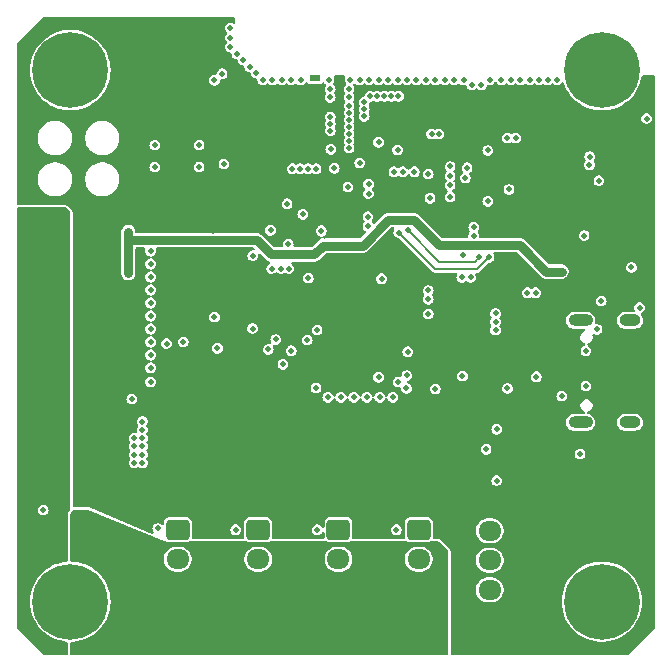
<source format=gbr>
%TF.GenerationSoftware,KiCad,Pcbnew,8.0.9-8.0.9-0~ubuntu24.04.1*%
%TF.CreationDate,2025-04-13T19:06:22+05:00*%
%TF.ProjectId,ThetaAnomalain,54686574-6141-46e6-9f6d-616c61696e2e,rev?*%
%TF.SameCoordinates,Original*%
%TF.FileFunction,Copper,L3,Inr*%
%TF.FilePolarity,Positive*%
%FSLAX46Y46*%
G04 Gerber Fmt 4.6, Leading zero omitted, Abs format (unit mm)*
G04 Created by KiCad (PCBNEW 8.0.9-8.0.9-0~ubuntu24.04.1) date 2025-04-13 19:06:22*
%MOMM*%
%LPD*%
G01*
G04 APERTURE LIST*
G04 Aperture macros list*
%AMRoundRect*
0 Rectangle with rounded corners*
0 $1 Rounding radius*
0 $2 $3 $4 $5 $6 $7 $8 $9 X,Y pos of 4 corners*
0 Add a 4 corners polygon primitive as box body*
4,1,4,$2,$3,$4,$5,$6,$7,$8,$9,$2,$3,0*
0 Add four circle primitives for the rounded corners*
1,1,$1+$1,$2,$3*
1,1,$1+$1,$4,$5*
1,1,$1+$1,$6,$7*
1,1,$1+$1,$8,$9*
0 Add four rect primitives between the rounded corners*
20,1,$1+$1,$2,$3,$4,$5,0*
20,1,$1+$1,$4,$5,$6,$7,0*
20,1,$1+$1,$6,$7,$8,$9,0*
20,1,$1+$1,$8,$9,$2,$3,0*%
G04 Aperture macros list end*
%TA.AperFunction,ComponentPad*%
%ADD10RoundRect,0.250000X-0.725000X0.600000X-0.725000X-0.600000X0.725000X-0.600000X0.725000X0.600000X0*%
%TD*%
%TA.AperFunction,ComponentPad*%
%ADD11O,1.950000X1.700000*%
%TD*%
%TA.AperFunction,ComponentPad*%
%ADD12R,0.900000X0.500000*%
%TD*%
%TA.AperFunction,ComponentPad*%
%ADD13C,0.800000*%
%TD*%
%TA.AperFunction,ComponentPad*%
%ADD14C,6.400000*%
%TD*%
%TA.AperFunction,ComponentPad*%
%ADD15RoundRect,0.250000X0.725000X-0.600000X0.725000X0.600000X-0.725000X0.600000X-0.725000X-0.600000X0*%
%TD*%
%TA.AperFunction,ComponentPad*%
%ADD16O,2.100000X1.000000*%
%TD*%
%TA.AperFunction,ComponentPad*%
%ADD17O,1.800000X1.000000*%
%TD*%
%TA.AperFunction,ViaPad*%
%ADD18C,0.500000*%
%TD*%
%TA.AperFunction,Conductor*%
%ADD19C,0.200000*%
%TD*%
%TA.AperFunction,Conductor*%
%ADD20C,0.800000*%
%TD*%
%TA.AperFunction,Conductor*%
%ADD21C,0.500000*%
%TD*%
G04 APERTURE END LIST*
D10*
%TO.N,/SERVOB*%
%TO.C,J4*%
X100700000Y-117900000D03*
D11*
%TO.N,+6V*%
X100700000Y-120400000D03*
%TO.N,Net-(J3-Pin_3)*%
X100700000Y-122900000D03*
%TD*%
D12*
%TO.N,GND*%
%TO.C,AE1*%
X98700000Y-79700000D03*
%TD*%
D13*
%TO.N,N/C*%
%TO.C,H1*%
X120600000Y-79000000D03*
X121302944Y-77302944D03*
X121302944Y-80697056D03*
X123000000Y-76600000D03*
D14*
X123000000Y-79000000D03*
D13*
X123000000Y-81400000D03*
X124697056Y-77302944D03*
X124697056Y-80697056D03*
X125400000Y-79000000D03*
%TD*%
D10*
%TO.N,/SERVOA*%
%TO.C,J3*%
X107500000Y-117900000D03*
D11*
%TO.N,+6V*%
X107500000Y-120400000D03*
%TO.N,Net-(J3-Pin_3)*%
X107500000Y-122900000D03*
%TD*%
D15*
%TO.N,VDD*%
%TO.C,J7*%
X113500000Y-125500000D03*
D11*
%TO.N,GND*%
X113500000Y-123000000D03*
%TO.N,/RXD0*%
X113500000Y-120500000D03*
%TO.N,/TXD0*%
X113500000Y-118000000D03*
%TD*%
D10*
%TO.N,/SERVOD*%
%TO.C,J6*%
X87100000Y-117900000D03*
D11*
%TO.N,+6V*%
X87100000Y-120400000D03*
%TO.N,Net-(J3-Pin_3)*%
X87100000Y-122900000D03*
%TD*%
D13*
%TO.N,N/C*%
%TO.C,H4*%
X120600000Y-124000000D03*
X121302944Y-122302944D03*
X121302944Y-125697056D03*
X123000000Y-121600000D03*
D14*
X123000000Y-124000000D03*
D13*
X123000000Y-126400000D03*
X124697056Y-122302944D03*
X124697056Y-125697056D03*
X125400000Y-124000000D03*
%TD*%
D10*
%TO.N,/SERVOC*%
%TO.C,J5*%
X93900000Y-117900000D03*
D11*
%TO.N,+6V*%
X93900000Y-120400000D03*
%TO.N,Net-(J3-Pin_3)*%
X93900000Y-122900000D03*
%TD*%
D13*
%TO.N,N/C*%
%TO.C,H2*%
X75600000Y-124000000D03*
X76302944Y-122302944D03*
X76302944Y-125697056D03*
X78000000Y-121600000D03*
D14*
X78000000Y-124000000D03*
D13*
X78000000Y-126400000D03*
X79697056Y-122302944D03*
X79697056Y-125697056D03*
X80400000Y-124000000D03*
%TD*%
D16*
%TO.N,unconnected-(J1-SHIELD-PadS1)_1*%
%TO.C,J1*%
X121195000Y-108820000D03*
D17*
%TO.N,unconnected-(J1-SHIELD-PadS1)_3*%
X125375000Y-108820000D03*
D16*
%TO.N,unconnected-(J1-SHIELD-PadS1)*%
X121195000Y-100180000D03*
D17*
%TO.N,unconnected-(J1-SHIELD-PadS1)_2*%
X125375000Y-100180000D03*
%TD*%
D13*
%TO.N,N/C*%
%TO.C,H3*%
X75600000Y-79000000D03*
X76302944Y-77302944D03*
X76302944Y-80697056D03*
X78000000Y-76600000D03*
D14*
X78000000Y-79000000D03*
D13*
X78000000Y-81400000D03*
X79697056Y-77302944D03*
X79697056Y-80697056D03*
X80400000Y-79000000D03*
%TD*%
D18*
%TO.N,VDD*%
X85600000Y-112800000D03*
%TO.N,GND*%
X96000000Y-103900000D03*
%TO.N,VDD*%
X108250000Y-100950000D03*
X118850000Y-100800000D03*
X87200000Y-91500000D03*
X96150000Y-82300000D03*
X90050000Y-92600000D03*
X117450000Y-104050000D03*
X94950000Y-91500000D03*
X98500000Y-95550000D03*
X84600000Y-77550000D03*
X101750000Y-94800000D03*
X118200000Y-100800000D03*
X99050000Y-103700000D03*
X114990000Y-86050000D03*
X97750000Y-95550000D03*
X105000000Y-92750000D03*
X111590000Y-84700000D03*
X95400000Y-89000000D03*
X115550000Y-91200000D03*
X111440000Y-89100000D03*
X102400000Y-83800000D03*
X118850000Y-99300000D03*
X99050000Y-104350000D03*
X94950000Y-90800000D03*
X96100000Y-88300000D03*
X118200000Y-99300000D03*
X89000000Y-106850000D03*
X122750000Y-85200000D03*
X103050000Y-83800000D03*
X106400000Y-85650000D03*
X98050000Y-82300000D03*
X96100000Y-89000000D03*
X95400000Y-88300000D03*
%TO.N,/TX0_RAW*%
X121985876Y-86314124D03*
X106500000Y-104850000D03*
X106150000Y-87600000D03*
%TO.N,/BOOT*%
X103250000Y-89450000D03*
X91000000Y-86950000D03*
%TO.N,/Action*%
X115698893Y-84746442D03*
X122750000Y-88350000D03*
%TO.N,/RXD0*%
X105750000Y-105400000D03*
X121950000Y-87000000D03*
X105400000Y-87600000D03*
%TO.N,GND*%
X83400000Y-111550080D03*
X112150000Y-93000000D03*
X108300000Y-97650000D03*
X94950000Y-92557500D03*
X103380000Y-81215000D03*
X74100000Y-91900000D03*
X85150000Y-85350000D03*
X101600000Y-81300000D03*
X75700000Y-121200000D03*
X84800000Y-94300000D03*
X96800000Y-87350000D03*
X74100000Y-95900000D03*
X101600000Y-83200000D03*
X109700000Y-79800000D03*
X76600000Y-111550080D03*
X74100000Y-92700000D03*
X74300000Y-120500000D03*
X97450000Y-87350000D03*
X84800000Y-105400000D03*
X103300000Y-79800000D03*
X75000000Y-121200000D03*
X101600000Y-85000000D03*
X112150000Y-92300000D03*
X95100000Y-79800000D03*
X105700000Y-79800000D03*
X108300000Y-99650000D03*
X84800000Y-96500000D03*
X75000000Y-120500000D03*
X84100000Y-110150080D03*
X100900000Y-106700000D03*
X102880000Y-81715000D03*
X76600000Y-112250080D03*
X108900000Y-79800000D03*
X93425000Y-100875000D03*
X117450000Y-104950000D03*
X76600000Y-110850080D03*
X74700000Y-95500000D03*
X112800000Y-80250000D03*
X92000000Y-117900000D03*
X83400000Y-110150080D03*
X108580000Y-84415000D03*
X102500000Y-79800000D03*
X114000000Y-99600000D03*
X104100000Y-79800000D03*
X100050000Y-85700000D03*
X74100000Y-94300000D03*
X115000000Y-84750000D03*
X93200000Y-78700000D03*
X109180000Y-84415000D03*
X74300000Y-118400000D03*
X122600000Y-100950000D03*
X74300000Y-117700000D03*
X90200000Y-99900000D03*
X92100000Y-77600000D03*
X116100000Y-79800000D03*
X100000000Y-80600000D03*
X101700000Y-79800000D03*
X119200000Y-79800000D03*
X91550000Y-76250000D03*
X98100000Y-87350000D03*
X101600000Y-82000000D03*
X117400000Y-97850000D03*
X74100000Y-95100000D03*
X84100000Y-111550080D03*
X93750000Y-79250000D03*
X84800000Y-99800000D03*
X96700000Y-79800000D03*
X84100000Y-112250080D03*
X74700000Y-96300000D03*
X84100000Y-108750080D03*
X94300000Y-79800000D03*
X107300000Y-79800000D03*
X74700000Y-92300000D03*
X101600000Y-80600000D03*
X84800000Y-100900000D03*
X105300000Y-106700000D03*
X117700000Y-79800000D03*
X74700000Y-97100000D03*
X84100000Y-110850080D03*
X115300000Y-79800000D03*
X102880000Y-82915000D03*
X84800000Y-103100000D03*
X104580000Y-81215000D03*
X108100000Y-79800000D03*
X98050000Y-101850000D03*
X101600000Y-84400000D03*
X104200000Y-106700000D03*
X97500000Y-79800000D03*
X74100000Y-93500000D03*
X84800000Y-95400000D03*
X74100000Y-96700000D03*
X104100000Y-85100000D03*
X114000000Y-100300000D03*
X74300000Y-119800000D03*
X122950000Y-98550000D03*
X105700000Y-85750000D03*
X76600000Y-110150080D03*
X99900000Y-79800000D03*
X85400000Y-117800000D03*
X105600000Y-117900000D03*
X100350000Y-87300000D03*
X84800000Y-104200000D03*
X103100000Y-106700000D03*
X101600000Y-83800000D03*
X102000000Y-106700000D03*
X102880000Y-82315000D03*
X91550000Y-77050000D03*
X75700000Y-120500000D03*
X114000000Y-101000000D03*
X99800000Y-106700000D03*
X74300000Y-119100000D03*
X99250000Y-92600000D03*
X116700000Y-97850000D03*
X100000000Y-81300000D03*
X83400000Y-112250080D03*
X110500000Y-79800000D03*
X100000000Y-82950000D03*
X77300000Y-112250080D03*
X113500000Y-79800000D03*
X91550000Y-75450000D03*
X77300000Y-110150080D03*
X98900000Y-117900000D03*
X74300000Y-121200000D03*
X121500000Y-93000000D03*
X105780000Y-81215000D03*
X126787500Y-83100000D03*
X101600000Y-82600000D03*
X84800000Y-97600000D03*
X113200000Y-111100000D03*
X95900000Y-79800000D03*
X101500000Y-88900000D03*
X102500000Y-86850000D03*
X114500000Y-79800000D03*
X77300000Y-110850080D03*
X108900000Y-106000000D03*
X103980000Y-81215000D03*
X84800000Y-102000000D03*
X104900000Y-79800000D03*
X74700000Y-93100000D03*
X74700000Y-94700000D03*
X84100000Y-109450080D03*
X106500000Y-79800000D03*
X111440000Y-88100000D03*
X118400000Y-79800000D03*
X115140000Y-89100000D03*
X92650000Y-78150000D03*
X74700000Y-93900000D03*
X105180000Y-81215000D03*
X77300000Y-111550080D03*
X111590000Y-87250000D03*
X111300000Y-79800000D03*
X101600000Y-85600000D03*
X74700000Y-91500000D03*
X98900000Y-101000000D03*
X100000000Y-83550000D03*
X108300000Y-98400000D03*
X100000000Y-84150000D03*
X116900000Y-79800000D03*
X112000000Y-80250000D03*
X84800000Y-98700000D03*
X83400000Y-110850080D03*
X88900000Y-85350000D03*
%TO.N,/IMU_INT*%
X96350000Y-90300000D03*
X103200000Y-91400000D03*
%TO.N,+3V8*%
X82900000Y-92700000D03*
X82900000Y-96200000D03*
X119600000Y-96050000D03*
X82900000Y-95500000D03*
X118950000Y-96050000D03*
X82900000Y-93400000D03*
X82900000Y-94800000D03*
X82900000Y-94100000D03*
X99250000Y-93850000D03*
X118300000Y-96050000D03*
%TO.N,/SDA*%
X90200000Y-79850000D03*
X105800000Y-92750000D03*
X113450000Y-94850000D03*
%TO.N,/SCL*%
X113340000Y-90100000D03*
X112600000Y-94850000D03*
X113340000Y-85800000D03*
X90850000Y-79300000D03*
X106559184Y-92550000D03*
%TO.N,/CHIP_PU*%
X103250000Y-88650000D03*
X88900000Y-87200000D03*
X85150000Y-87200000D03*
%TO.N,/SERVOA*%
X110150000Y-89750000D03*
%TO.N,/SERVOB*%
X110150000Y-88750000D03*
%TO.N,/SERVOC*%
X108450000Y-89850000D03*
%TO.N,/OFF*%
X111250000Y-94650000D03*
X110150000Y-87150000D03*
%TO.N,Net-(JP1-C)*%
X83200000Y-106850000D03*
%TO.N,/SERVOEN*%
X75700000Y-116250000D03*
X108300000Y-87800000D03*
%TO.N,/BUZ*%
X111150000Y-96550000D03*
X115000000Y-105950000D03*
%TO.N,Net-(D1-A)*%
X119600000Y-106600000D03*
X126200000Y-99100000D03*
%TO.N,Net-(BZ1-+)*%
X121150000Y-111500000D03*
X125500000Y-95700000D03*
%TO.N,Net-(J3-Pin_3)*%
X79600000Y-117700000D03*
X78950000Y-119800000D03*
X79600000Y-118400000D03*
X79600000Y-119100000D03*
X78950000Y-117000000D03*
X79600000Y-119800000D03*
X78950000Y-118400000D03*
X78950000Y-117700000D03*
X78950000Y-119100000D03*
%TO.N,Net-(J1-CC2)*%
X121650000Y-102750000D03*
X114100000Y-109400000D03*
%TO.N,Net-(J1-CC1)*%
X121650000Y-105750000D03*
X114100000Y-113750000D03*
%TO.N,Net-(RN3-R3.2)*%
X104350000Y-96650000D03*
X106570000Y-102830000D03*
%TO.N,Net-(RN4-R4.2)*%
X98150000Y-96600000D03*
X93450000Y-94700000D03*
%TO.N,Net-(RN4-R2.2)*%
X96500000Y-95800000D03*
X90450000Y-102550000D03*
%TO.N,Net-(RN4-R1.2)*%
X87550000Y-102000000D03*
X95850000Y-95800000D03*
%TO.N,Net-(RN5-R4.2)*%
X95050000Y-95800000D03*
X86150000Y-102150000D03*
%TO.N,Net-(U5-INT2{slash}FSYNC{slash}CLKIN)*%
X97687276Y-91200000D03*
X96450000Y-93750000D03*
X98800003Y-87350000D03*
%TO.N,/SERVOD*%
X110150000Y-87950000D03*
%TO.N,/LD_SCK*%
X103200000Y-92200000D03*
X94750000Y-102650000D03*
%TO.N,/LD_D*%
X111900000Y-96550000D03*
X104100000Y-105000000D03*
X96700000Y-102750000D03*
X111200000Y-104900000D03*
%TO.N,/LD_CS*%
X95400000Y-101800000D03*
X107125650Y-87600000D03*
X106450000Y-105950000D03*
X98800000Y-105900000D03*
%TD*%
D19*
%TO.N,VDD*%
X85600000Y-112800000D02*
X85600000Y-108400000D01*
X85600000Y-108400000D02*
X87150000Y-106850000D01*
X87150000Y-106850000D02*
X89000000Y-106850000D01*
X108250000Y-100950000D02*
X108250000Y-103600000D01*
X101303248Y-86675000D02*
X101303248Y-87546752D01*
X111590000Y-84700000D02*
X113640000Y-84700000D01*
X117450000Y-104050000D02*
X118800000Y-104050000D01*
X118850000Y-100800000D02*
X118200000Y-100800000D01*
X101017893Y-85875000D02*
X98050000Y-82907107D01*
X90050000Y-92600000D02*
X90550000Y-92100000D01*
X118200000Y-99300000D02*
X118200000Y-100800000D01*
X103050000Y-83800000D02*
X104250000Y-83800000D01*
X118800000Y-104050000D02*
X118850000Y-104000000D01*
X89000000Y-106850000D02*
X96550000Y-106850000D01*
X101000000Y-95550000D02*
X101750000Y-94800000D01*
X96100000Y-89000000D02*
X96100000Y-88300000D01*
X88950000Y-91500000D02*
X87200000Y-91500000D01*
X120700000Y-95100000D02*
X116800000Y-91200000D01*
X98500000Y-95550000D02*
X101000000Y-95550000D01*
X105000000Y-92750000D02*
X102950000Y-94800000D01*
X116800000Y-91200000D02*
X115550000Y-91200000D01*
X99400000Y-103350000D02*
X99050000Y-103700000D01*
X118200000Y-100800000D02*
X115300000Y-103700000D01*
X94950000Y-89550000D02*
X94950000Y-90800000D01*
X122850000Y-85200000D02*
X117200000Y-85200000D01*
X118850000Y-104000000D02*
X118850000Y-100800000D01*
X114990000Y-86050000D02*
X114765000Y-86275000D01*
X120700000Y-97450000D02*
X120700000Y-95100000D01*
X84600000Y-77550000D02*
X84600000Y-83571752D01*
X115640000Y-91110000D02*
X115940000Y-91110000D01*
X117000000Y-88060000D02*
X114990000Y-86050000D01*
X106400000Y-85650000D02*
X106400000Y-84890000D01*
X95500000Y-89000000D02*
X94950000Y-89550000D01*
X111590000Y-84700000D02*
X111190000Y-85100000D01*
X118850000Y-121125000D02*
X118850000Y-104000000D01*
X117000000Y-90050000D02*
X117000000Y-88060000D01*
X111940000Y-89100000D02*
X114990000Y-86050000D01*
X111900000Y-103700000D02*
X108350000Y-103700000D01*
X90050000Y-92600000D02*
X88950000Y-91500000D01*
X96150000Y-82300000D02*
X98050000Y-82300000D01*
X115550000Y-91200000D02*
X115640000Y-91110000D01*
X115300000Y-103700000D02*
X111900000Y-103700000D01*
X87200000Y-86171752D02*
X87200000Y-91500000D01*
X101025000Y-85875000D02*
X101017893Y-85875000D01*
X101025000Y-85875000D02*
X101025000Y-86396752D01*
X115940000Y-91110000D02*
X117000000Y-90050000D01*
X99400000Y-96450000D02*
X99400000Y-103350000D01*
X98050000Y-82907107D02*
X98050000Y-82300000D01*
X101303248Y-87546752D02*
X100550000Y-88300000D01*
X105340000Y-84890000D02*
X106400000Y-84890000D01*
X102400000Y-84150000D02*
X103050000Y-84800000D01*
X118850000Y-100800000D02*
X118850000Y-99300000D01*
X108250000Y-103600000D02*
X108350000Y-103700000D01*
X94350000Y-92100000D02*
X94950000Y-91500000D01*
X103050000Y-85321752D02*
X101696752Y-86675000D01*
X99050000Y-103700000D02*
X99050000Y-104350000D01*
X95400000Y-89000000D02*
X95400000Y-88300000D01*
X114475000Y-125500000D02*
X118850000Y-121125000D01*
X96550000Y-106850000D02*
X99050000Y-104350000D01*
X102400000Y-83800000D02*
X102400000Y-84150000D01*
X103050000Y-84800000D02*
X103050000Y-85321752D01*
X111190000Y-85100000D02*
X106610000Y-85100000D01*
X111590000Y-84750000D02*
X111590000Y-84700000D01*
X108350000Y-103700000D02*
X99050000Y-103700000D01*
X101025000Y-86396752D02*
X101303248Y-86675000D01*
X117200000Y-85200000D02*
X115670000Y-86730000D01*
X103050000Y-83800000D02*
X103050000Y-84800000D01*
X113500000Y-125500000D02*
X114475000Y-125500000D01*
X113640000Y-84700000D02*
X114990000Y-86050000D01*
X111440000Y-89100000D02*
X111940000Y-89100000D01*
X100550000Y-88300000D02*
X96200000Y-88300000D01*
X90550000Y-92100000D02*
X94350000Y-92100000D01*
X98500000Y-95550000D02*
X99400000Y-96450000D01*
X101696752Y-86675000D02*
X101303248Y-86675000D01*
X104250000Y-83800000D02*
X105340000Y-84890000D01*
X106610000Y-85100000D02*
X106400000Y-84890000D01*
X102950000Y-94800000D02*
X101750000Y-94800000D01*
X84600000Y-83571752D02*
X87200000Y-86171752D01*
X95400000Y-88300000D02*
X96100000Y-88300000D01*
X118850000Y-99300000D02*
X120700000Y-97450000D01*
D20*
%TO.N,+3V8*%
X107100000Y-91700000D02*
X104900000Y-91700000D01*
X109200000Y-93800000D02*
X107100000Y-91700000D01*
X95000000Y-94600000D02*
X93800000Y-93400000D01*
X118300000Y-96050000D02*
X116050000Y-93800000D01*
X118300000Y-96050000D02*
X118950000Y-96050000D01*
D21*
X99675000Y-93850000D02*
X99400000Y-93850000D01*
D20*
X102750000Y-93850000D02*
X99675000Y-93850000D01*
X119600000Y-96050000D02*
X118950000Y-96050000D01*
X82900000Y-92700000D02*
X82900000Y-96200000D01*
X93800000Y-93400000D02*
X82900000Y-93400000D01*
X116050000Y-93800000D02*
X109200000Y-93800000D01*
X98650000Y-94600000D02*
X95000000Y-94600000D01*
X99400000Y-93850000D02*
X98650000Y-94600000D01*
D21*
X99250000Y-93850000D02*
X99675000Y-93850000D01*
D20*
X104900000Y-91700000D02*
X102750000Y-93850000D01*
D19*
%TO.N,/SDA*%
X108900000Y-95850000D02*
X105800000Y-92750000D01*
X112450000Y-95850000D02*
X108900000Y-95850000D01*
X113450000Y-94850000D02*
X112450000Y-95850000D01*
%TO.N,/SCL*%
X109209184Y-95200000D02*
X106559184Y-92550000D01*
X112600000Y-94850000D02*
X112250000Y-95200000D01*
X112250000Y-95200000D02*
X109209184Y-95200000D01*
%TD*%
%TA.AperFunction,Conductor*%
%TO.N,GND*%
G36*
X77615677Y-90619685D02*
G01*
X77636319Y-90636319D01*
X77963681Y-90963681D01*
X77997166Y-91025004D01*
X78000000Y-91051362D01*
X78000000Y-116158017D01*
X77980315Y-116225056D01*
X77963681Y-116245698D01*
X77891014Y-116318365D01*
X77891012Y-116318366D01*
X77876325Y-116334716D01*
X77876313Y-116334730D01*
X77859672Y-116355379D01*
X77822509Y-116426424D01*
X77802826Y-116493456D01*
X77794500Y-116551365D01*
X77794500Y-120475491D01*
X77794501Y-120475513D01*
X77794684Y-120477216D01*
X77794613Y-120477606D01*
X77794678Y-120478808D01*
X77794500Y-120478817D01*
X77794500Y-120478821D01*
X77794436Y-120478821D01*
X77794393Y-120478823D01*
X77782270Y-120545974D01*
X77734653Y-120597105D01*
X77684800Y-120613728D01*
X77449053Y-120639367D01*
X77088934Y-120718635D01*
X76846703Y-120800253D01*
X76739497Y-120836375D01*
X76739494Y-120836376D01*
X76739486Y-120836379D01*
X76404846Y-120991200D01*
X76404842Y-120991202D01*
X76169538Y-121132779D01*
X76088881Y-121181310D01*
X76047816Y-121212527D01*
X75795330Y-121404461D01*
X75795330Y-121404462D01*
X75527626Y-121658044D01*
X75288909Y-121939083D01*
X75081979Y-122244282D01*
X75081973Y-122244291D01*
X74909261Y-122570061D01*
X74909255Y-122570073D01*
X74772770Y-122912628D01*
X74772768Y-122912634D01*
X74674128Y-123267905D01*
X74674122Y-123267931D01*
X74614470Y-123631786D01*
X74614469Y-123631803D01*
X74594506Y-123999997D01*
X74594506Y-124000002D01*
X74614469Y-124368196D01*
X74614470Y-124368213D01*
X74674122Y-124732068D01*
X74674128Y-124732094D01*
X74772768Y-125087365D01*
X74772770Y-125087371D01*
X74909255Y-125429926D01*
X74909261Y-125429938D01*
X75081973Y-125755708D01*
X75081979Y-125755717D01*
X75288909Y-126060916D01*
X75485777Y-126292686D01*
X75527627Y-126341956D01*
X75795330Y-126595538D01*
X76088881Y-126818690D01*
X76404838Y-127008795D01*
X76404840Y-127008796D01*
X76404842Y-127008797D01*
X76404846Y-127008799D01*
X76739486Y-127163620D01*
X76739497Y-127163625D01*
X77088934Y-127281364D01*
X77449052Y-127360632D01*
X77684783Y-127386269D01*
X77749300Y-127413086D01*
X77789077Y-127470528D01*
X77793481Y-127519988D01*
X77794816Y-127520084D01*
X77794500Y-127524501D01*
X77794500Y-128375500D01*
X77774815Y-128442539D01*
X77722011Y-128488294D01*
X77670500Y-128499500D01*
X75758676Y-128499500D01*
X75691637Y-128479815D01*
X75670995Y-128463181D01*
X73536819Y-126329005D01*
X73503334Y-126267682D01*
X73500500Y-126241324D01*
X73500500Y-116250000D01*
X75244867Y-116250000D01*
X75263302Y-116378225D01*
X75285315Y-116426425D01*
X75317118Y-116496063D01*
X75401951Y-116593967D01*
X75510931Y-116664004D01*
X75635225Y-116700499D01*
X75635227Y-116700500D01*
X75635228Y-116700500D01*
X75764773Y-116700500D01*
X75764773Y-116700499D01*
X75889069Y-116664004D01*
X75998049Y-116593967D01*
X76082882Y-116496063D01*
X76136697Y-116378226D01*
X76155133Y-116250000D01*
X76136697Y-116121774D01*
X76082882Y-116003937D01*
X75998049Y-115906033D01*
X75889069Y-115835996D01*
X75889065Y-115835994D01*
X75889064Y-115835994D01*
X75764774Y-115799500D01*
X75764772Y-115799500D01*
X75635228Y-115799500D01*
X75635226Y-115799500D01*
X75510935Y-115835994D01*
X75510932Y-115835995D01*
X75510931Y-115835996D01*
X75459677Y-115868934D01*
X75401950Y-115906033D01*
X75317118Y-116003937D01*
X75317117Y-116003938D01*
X75263302Y-116121774D01*
X75244867Y-116250000D01*
X73500500Y-116250000D01*
X73500500Y-90724000D01*
X73520185Y-90656961D01*
X73572989Y-90611206D01*
X73624500Y-90600000D01*
X77548638Y-90600000D01*
X77615677Y-90619685D01*
G37*
%TD.AperFunction*%
%TD*%
%TA.AperFunction,Conductor*%
%TO.N,VDD*%
G36*
X91893039Y-74520185D02*
G01*
X91938794Y-74572989D01*
X91950000Y-74624500D01*
X91950000Y-74944464D01*
X91930315Y-75011503D01*
X91877511Y-75057258D01*
X91808353Y-75067202D01*
X91758964Y-75048781D01*
X91739069Y-75035996D01*
X91739066Y-75035995D01*
X91739063Y-75035993D01*
X91614774Y-74999500D01*
X91614772Y-74999500D01*
X91485228Y-74999500D01*
X91485226Y-74999500D01*
X91360935Y-75035994D01*
X91360932Y-75035995D01*
X91360931Y-75035996D01*
X91327847Y-75057258D01*
X91251950Y-75106033D01*
X91167118Y-75203937D01*
X91167117Y-75203938D01*
X91113302Y-75321774D01*
X91094867Y-75450000D01*
X91113302Y-75578225D01*
X91141225Y-75639367D01*
X91167118Y-75696063D01*
X91215115Y-75751455D01*
X91230142Y-75768798D01*
X91259166Y-75832354D01*
X91249222Y-75901513D01*
X91230142Y-75931202D01*
X91167118Y-76003937D01*
X91167117Y-76003938D01*
X91113302Y-76121774D01*
X91094867Y-76250000D01*
X91113302Y-76378225D01*
X91150000Y-76458580D01*
X91167118Y-76496063D01*
X91215115Y-76551455D01*
X91230142Y-76568798D01*
X91259166Y-76632354D01*
X91249222Y-76701513D01*
X91230142Y-76731202D01*
X91167118Y-76803937D01*
X91167117Y-76803938D01*
X91113302Y-76921774D01*
X91094867Y-77050000D01*
X91113302Y-77178225D01*
X91143470Y-77244282D01*
X91167118Y-77296063D01*
X91251951Y-77393967D01*
X91360931Y-77464004D01*
X91438869Y-77486888D01*
X91485225Y-77500499D01*
X91485227Y-77500500D01*
X91523114Y-77500500D01*
X91590153Y-77520185D01*
X91635908Y-77572989D01*
X91645852Y-77606853D01*
X91663302Y-77728225D01*
X91717117Y-77846061D01*
X91717118Y-77846063D01*
X91801951Y-77943967D01*
X91910931Y-78014004D01*
X91988869Y-78036888D01*
X92035225Y-78050499D01*
X92035227Y-78050500D01*
X92073114Y-78050500D01*
X92140153Y-78070185D01*
X92185908Y-78122989D01*
X92195852Y-78156853D01*
X92213302Y-78278225D01*
X92267117Y-78396061D01*
X92267118Y-78396063D01*
X92351951Y-78493967D01*
X92460931Y-78564004D01*
X92538869Y-78586888D01*
X92585225Y-78600499D01*
X92585227Y-78600500D01*
X92623114Y-78600500D01*
X92690153Y-78620185D01*
X92735908Y-78672989D01*
X92745852Y-78706853D01*
X92763302Y-78828225D01*
X92789685Y-78885994D01*
X92817118Y-78946063D01*
X92901951Y-79043967D01*
X93010931Y-79114004D01*
X93088869Y-79136888D01*
X93135225Y-79150499D01*
X93135227Y-79150500D01*
X93173114Y-79150500D01*
X93240153Y-79170185D01*
X93285908Y-79222989D01*
X93295852Y-79256853D01*
X93313302Y-79378225D01*
X93351227Y-79461267D01*
X93367118Y-79496063D01*
X93451951Y-79593967D01*
X93560931Y-79664004D01*
X93587394Y-79671774D01*
X93685225Y-79700499D01*
X93685227Y-79700500D01*
X93723114Y-79700500D01*
X93790153Y-79720185D01*
X93835908Y-79772989D01*
X93845852Y-79806853D01*
X93863302Y-79928225D01*
X93916649Y-80045036D01*
X93917118Y-80046063D01*
X94001951Y-80143967D01*
X94110931Y-80214004D01*
X94235225Y-80250499D01*
X94235227Y-80250500D01*
X94235228Y-80250500D01*
X94364773Y-80250500D01*
X94364773Y-80250499D01*
X94489069Y-80214004D01*
X94598049Y-80143967D01*
X94606284Y-80134462D01*
X94665061Y-80096686D01*
X94734930Y-80096684D01*
X94793710Y-80134456D01*
X94793716Y-80134463D01*
X94801949Y-80143966D01*
X94817038Y-80153663D01*
X94910931Y-80214004D01*
X95035225Y-80250499D01*
X95035227Y-80250500D01*
X95035228Y-80250500D01*
X95164773Y-80250500D01*
X95164773Y-80250499D01*
X95289069Y-80214004D01*
X95398049Y-80143967D01*
X95406284Y-80134462D01*
X95465061Y-80096686D01*
X95534930Y-80096684D01*
X95593710Y-80134456D01*
X95593716Y-80134463D01*
X95601949Y-80143966D01*
X95617038Y-80153663D01*
X95710931Y-80214004D01*
X95835225Y-80250499D01*
X95835227Y-80250500D01*
X95835228Y-80250500D01*
X95964773Y-80250500D01*
X95964773Y-80250499D01*
X96089069Y-80214004D01*
X96198049Y-80143967D01*
X96206284Y-80134462D01*
X96265061Y-80096686D01*
X96334930Y-80096684D01*
X96393710Y-80134456D01*
X96393716Y-80134463D01*
X96401949Y-80143966D01*
X96417038Y-80153663D01*
X96510931Y-80214004D01*
X96635225Y-80250499D01*
X96635227Y-80250500D01*
X96635228Y-80250500D01*
X96764773Y-80250500D01*
X96764773Y-80250499D01*
X96889069Y-80214004D01*
X96998049Y-80143967D01*
X97006284Y-80134462D01*
X97065061Y-80096686D01*
X97134930Y-80096684D01*
X97193710Y-80134456D01*
X97193716Y-80134463D01*
X97201949Y-80143966D01*
X97217038Y-80153663D01*
X97310931Y-80214004D01*
X97435225Y-80250499D01*
X97435227Y-80250500D01*
X97435228Y-80250500D01*
X97564773Y-80250500D01*
X97564773Y-80250499D01*
X97689069Y-80214004D01*
X97798049Y-80143967D01*
X97882882Y-80046063D01*
X97882882Y-80046060D01*
X97883771Y-80045036D01*
X97942548Y-80007260D01*
X98012418Y-80007259D01*
X98071197Y-80045033D01*
X98080587Y-80057346D01*
X98105447Y-80094552D01*
X98171769Y-80138867D01*
X98171770Y-80138868D01*
X98230247Y-80150499D01*
X98230250Y-80150500D01*
X98230252Y-80150500D01*
X99169750Y-80150500D01*
X99169751Y-80150499D01*
X99184568Y-80147552D01*
X99228229Y-80138868D01*
X99228229Y-80138867D01*
X99228231Y-80138867D01*
X99294552Y-80094552D01*
X99319413Y-80057345D01*
X99373023Y-80012542D01*
X99442348Y-80003834D01*
X99505376Y-80033988D01*
X99516228Y-80045035D01*
X99517117Y-80046061D01*
X99517118Y-80046063D01*
X99601951Y-80143967D01*
X99608168Y-80147962D01*
X99653923Y-80200765D01*
X99663867Y-80269923D01*
X99634844Y-80333478D01*
X99617120Y-80353932D01*
X99617117Y-80353938D01*
X99563302Y-80471774D01*
X99544867Y-80600000D01*
X99563302Y-80728225D01*
X99617117Y-80846061D01*
X99617120Y-80846067D01*
X99636817Y-80868798D01*
X99665842Y-80932354D01*
X99655898Y-81001512D01*
X99636817Y-81031202D01*
X99617120Y-81053932D01*
X99617117Y-81053938D01*
X99563302Y-81171774D01*
X99544867Y-81300000D01*
X99563302Y-81428225D01*
X99617117Y-81546061D01*
X99617118Y-81546063D01*
X99701951Y-81643967D01*
X99810931Y-81714004D01*
X99935225Y-81750499D01*
X99935227Y-81750500D01*
X99935228Y-81750500D01*
X100064773Y-81750500D01*
X100064773Y-81750499D01*
X100189069Y-81714004D01*
X100298049Y-81643967D01*
X100382882Y-81546063D01*
X100436697Y-81428226D01*
X100455133Y-81300000D01*
X100436697Y-81171774D01*
X100382882Y-81053937D01*
X100363181Y-81031201D01*
X100334157Y-80967649D01*
X100344100Y-80898490D01*
X100363182Y-80868798D01*
X100382882Y-80846063D01*
X100436697Y-80728226D01*
X100455133Y-80600000D01*
X100436697Y-80471774D01*
X100382882Y-80353937D01*
X100298049Y-80256033D01*
X100298048Y-80256032D01*
X100291830Y-80252036D01*
X100246076Y-80199232D01*
X100236132Y-80130074D01*
X100265157Y-80066519D01*
X100282882Y-80046063D01*
X100336697Y-79928226D01*
X100355133Y-79800000D01*
X100336697Y-79671774D01*
X100315568Y-79625510D01*
X100305626Y-79556353D01*
X100334651Y-79492797D01*
X100393430Y-79455023D01*
X100428364Y-79450000D01*
X101171636Y-79450000D01*
X101238675Y-79469685D01*
X101284430Y-79522489D01*
X101294374Y-79591647D01*
X101284431Y-79625511D01*
X101263302Y-79671776D01*
X101244867Y-79800000D01*
X101263302Y-79928225D01*
X101316649Y-80045036D01*
X101317118Y-80046063D01*
X101331783Y-80062987D01*
X101334843Y-80066519D01*
X101363867Y-80130075D01*
X101353923Y-80199234D01*
X101308172Y-80252034D01*
X101301952Y-80256031D01*
X101217118Y-80353937D01*
X101217117Y-80353938D01*
X101163302Y-80471774D01*
X101144867Y-80600000D01*
X101163302Y-80728225D01*
X101217117Y-80846061D01*
X101217120Y-80846067D01*
X101236817Y-80868798D01*
X101265842Y-80932354D01*
X101255898Y-81001512D01*
X101236817Y-81031202D01*
X101217120Y-81053932D01*
X101217117Y-81053938D01*
X101163302Y-81171774D01*
X101144867Y-81300000D01*
X101163302Y-81428225D01*
X101217117Y-81546061D01*
X101217120Y-81546067D01*
X101236817Y-81568798D01*
X101265842Y-81632354D01*
X101255898Y-81701512D01*
X101236817Y-81731202D01*
X101217120Y-81753932D01*
X101217117Y-81753938D01*
X101163302Y-81871774D01*
X101144867Y-82000000D01*
X101163302Y-82128225D01*
X101218225Y-82248488D01*
X101228169Y-82317647D01*
X101218225Y-82351512D01*
X101163302Y-82471774D01*
X101144867Y-82600000D01*
X101163302Y-82728225D01*
X101218225Y-82848488D01*
X101228169Y-82917647D01*
X101218225Y-82951512D01*
X101163302Y-83071774D01*
X101144867Y-83200000D01*
X101163302Y-83328225D01*
X101218225Y-83448488D01*
X101228169Y-83517647D01*
X101218225Y-83551512D01*
X101163302Y-83671774D01*
X101144867Y-83800000D01*
X101163302Y-83928225D01*
X101218225Y-84048488D01*
X101228169Y-84117647D01*
X101218225Y-84151512D01*
X101163302Y-84271774D01*
X101144867Y-84400000D01*
X101163302Y-84528225D01*
X101218225Y-84648488D01*
X101228169Y-84717647D01*
X101218225Y-84751512D01*
X101163302Y-84871774D01*
X101144867Y-85000000D01*
X101163302Y-85128225D01*
X101218225Y-85248488D01*
X101228169Y-85317647D01*
X101218225Y-85351512D01*
X101163302Y-85471774D01*
X101144867Y-85600000D01*
X101163302Y-85728225D01*
X101208972Y-85828226D01*
X101217118Y-85846063D01*
X101301951Y-85943967D01*
X101410931Y-86014004D01*
X101520117Y-86046063D01*
X101535225Y-86050499D01*
X101535227Y-86050500D01*
X101535228Y-86050500D01*
X101664773Y-86050500D01*
X101664773Y-86050499D01*
X101789069Y-86014004D01*
X101898049Y-85943967D01*
X101982882Y-85846063D01*
X102026753Y-85750000D01*
X105244867Y-85750000D01*
X105263302Y-85878225D01*
X105294283Y-85946062D01*
X105317118Y-85996063D01*
X105401951Y-86093967D01*
X105510931Y-86164004D01*
X105635225Y-86200499D01*
X105635227Y-86200500D01*
X105635228Y-86200500D01*
X105764773Y-86200500D01*
X105764773Y-86200499D01*
X105889069Y-86164004D01*
X105998049Y-86093967D01*
X106082882Y-85996063D01*
X106136697Y-85878226D01*
X106147944Y-85800000D01*
X112884867Y-85800000D01*
X112903302Y-85928225D01*
X112934283Y-85996062D01*
X112957118Y-86046063D01*
X113041951Y-86143967D01*
X113150931Y-86214004D01*
X113275225Y-86250499D01*
X113275227Y-86250500D01*
X113275228Y-86250500D01*
X113404773Y-86250500D01*
X113404773Y-86250499D01*
X113529069Y-86214004D01*
X113638049Y-86143967D01*
X113722882Y-86046063D01*
X113776697Y-85928226D01*
X113795133Y-85800000D01*
X113776697Y-85671774D01*
X113722882Y-85553937D01*
X113638049Y-85456033D01*
X113529069Y-85385996D01*
X113529065Y-85385994D01*
X113529064Y-85385994D01*
X113404774Y-85349500D01*
X113404772Y-85349500D01*
X113275228Y-85349500D01*
X113275226Y-85349500D01*
X113150935Y-85385994D01*
X113150932Y-85385995D01*
X113150931Y-85385996D01*
X113119753Y-85406033D01*
X113041950Y-85456033D01*
X112957118Y-85553937D01*
X112957117Y-85553938D01*
X112903302Y-85671774D01*
X112884867Y-85800000D01*
X106147944Y-85800000D01*
X106155133Y-85750000D01*
X106136697Y-85621774D01*
X106082882Y-85503937D01*
X105998049Y-85406033D01*
X105889069Y-85335996D01*
X105889065Y-85335994D01*
X105889064Y-85335994D01*
X105764774Y-85299500D01*
X105764772Y-85299500D01*
X105635228Y-85299500D01*
X105635226Y-85299500D01*
X105510935Y-85335994D01*
X105510932Y-85335995D01*
X105510931Y-85335996D01*
X105479753Y-85356033D01*
X105401950Y-85406033D01*
X105317118Y-85503937D01*
X105317117Y-85503938D01*
X105263302Y-85621774D01*
X105244867Y-85750000D01*
X102026753Y-85750000D01*
X102036697Y-85728226D01*
X102055133Y-85600000D01*
X102036697Y-85471774D01*
X101982882Y-85353937D01*
X101982880Y-85353935D01*
X101981774Y-85351512D01*
X101971830Y-85282354D01*
X101981774Y-85248488D01*
X101982880Y-85246064D01*
X101982882Y-85246063D01*
X102036697Y-85128226D01*
X102040755Y-85100000D01*
X103644867Y-85100000D01*
X103663302Y-85228225D01*
X103717117Y-85346061D01*
X103717118Y-85346063D01*
X103801951Y-85443967D01*
X103910931Y-85514004D01*
X104035225Y-85550499D01*
X104035227Y-85550500D01*
X104035228Y-85550500D01*
X104164773Y-85550500D01*
X104164773Y-85550499D01*
X104289069Y-85514004D01*
X104398049Y-85443967D01*
X104482882Y-85346063D01*
X104536697Y-85228226D01*
X104555133Y-85100000D01*
X104536697Y-84971774D01*
X104482882Y-84853937D01*
X104398049Y-84756033D01*
X104289069Y-84685996D01*
X104289065Y-84685994D01*
X104289064Y-84685994D01*
X104164774Y-84649500D01*
X104164772Y-84649500D01*
X104035228Y-84649500D01*
X104035226Y-84649500D01*
X103910935Y-84685994D01*
X103910932Y-84685995D01*
X103910931Y-84685996D01*
X103861681Y-84717647D01*
X103801950Y-84756033D01*
X103717118Y-84853937D01*
X103717117Y-84853938D01*
X103663302Y-84971774D01*
X103644867Y-85100000D01*
X102040755Y-85100000D01*
X102055133Y-85000000D01*
X102036697Y-84871774D01*
X101982882Y-84753937D01*
X101982880Y-84753935D01*
X101981774Y-84751512D01*
X101971830Y-84682354D01*
X101981774Y-84648488D01*
X101982880Y-84646064D01*
X101982882Y-84646063D01*
X102036697Y-84528226D01*
X102052976Y-84415000D01*
X108124867Y-84415000D01*
X108143302Y-84543225D01*
X108169459Y-84600499D01*
X108197118Y-84661063D01*
X108230857Y-84700000D01*
X108277592Y-84753937D01*
X108281951Y-84758967D01*
X108390931Y-84829004D01*
X108509047Y-84863685D01*
X108515225Y-84865499D01*
X108515227Y-84865500D01*
X108515228Y-84865500D01*
X108644773Y-84865500D01*
X108644773Y-84865499D01*
X108769069Y-84829004D01*
X108812962Y-84800795D01*
X108879999Y-84781111D01*
X108947034Y-84800793D01*
X108990931Y-84829004D01*
X109075850Y-84853938D01*
X109115225Y-84865499D01*
X109115227Y-84865500D01*
X109115228Y-84865500D01*
X109244773Y-84865500D01*
X109244773Y-84865499D01*
X109369069Y-84829004D01*
X109478049Y-84758967D01*
X109485819Y-84750000D01*
X114544867Y-84750000D01*
X114563302Y-84878225D01*
X114589685Y-84935994D01*
X114617118Y-84996063D01*
X114701951Y-85093967D01*
X114810931Y-85164004D01*
X114935225Y-85200499D01*
X114935227Y-85200500D01*
X114935228Y-85200500D01*
X115064773Y-85200500D01*
X115064773Y-85200499D01*
X115189069Y-85164004D01*
X115285177Y-85102238D01*
X115352214Y-85082555D01*
X115419250Y-85102238D01*
X115509824Y-85160446D01*
X115509825Y-85160446D01*
X115509828Y-85160448D01*
X115634118Y-85196941D01*
X115634120Y-85196942D01*
X115634121Y-85196942D01*
X115763666Y-85196942D01*
X115763666Y-85196941D01*
X115887962Y-85160446D01*
X115996942Y-85090409D01*
X116081775Y-84992505D01*
X116135590Y-84874668D01*
X116154026Y-84746442D01*
X116135590Y-84618216D01*
X116081775Y-84500379D01*
X115996942Y-84402475D01*
X115887962Y-84332438D01*
X115887958Y-84332436D01*
X115887957Y-84332436D01*
X115763667Y-84295942D01*
X115763665Y-84295942D01*
X115634121Y-84295942D01*
X115634119Y-84295942D01*
X115509828Y-84332436D01*
X115509825Y-84332437D01*
X115509824Y-84332438D01*
X115504288Y-84335996D01*
X115413717Y-84394202D01*
X115346677Y-84413886D01*
X115279640Y-84394202D01*
X115189069Y-84335996D01*
X115189065Y-84335994D01*
X115189064Y-84335994D01*
X115064774Y-84299500D01*
X115064772Y-84299500D01*
X114935228Y-84299500D01*
X114935226Y-84299500D01*
X114810935Y-84335994D01*
X114810932Y-84335995D01*
X114810931Y-84335996D01*
X114759677Y-84368934D01*
X114701950Y-84406033D01*
X114617118Y-84503937D01*
X114617117Y-84503938D01*
X114563302Y-84621774D01*
X114544867Y-84750000D01*
X109485819Y-84750000D01*
X109562882Y-84661063D01*
X109616697Y-84543226D01*
X109635133Y-84415000D01*
X109616697Y-84286774D01*
X109562882Y-84168937D01*
X109478049Y-84071033D01*
X109369069Y-84000996D01*
X109369065Y-84000994D01*
X109369064Y-84000994D01*
X109244774Y-83964500D01*
X109244772Y-83964500D01*
X109115228Y-83964500D01*
X109115226Y-83964500D01*
X108990935Y-84000994D01*
X108990932Y-84000995D01*
X108990931Y-84000996D01*
X108947037Y-84029204D01*
X108879999Y-84048888D01*
X108812962Y-84029204D01*
X108769069Y-84000996D01*
X108769065Y-84000994D01*
X108769064Y-84000994D01*
X108644774Y-83964500D01*
X108644772Y-83964500D01*
X108515228Y-83964500D01*
X108515226Y-83964500D01*
X108390935Y-84000994D01*
X108390932Y-84000995D01*
X108390931Y-84000996D01*
X108339677Y-84033934D01*
X108281950Y-84071033D01*
X108197118Y-84168937D01*
X108197117Y-84168938D01*
X108143302Y-84286774D01*
X108124867Y-84415000D01*
X102052976Y-84415000D01*
X102055133Y-84400000D01*
X102036697Y-84271774D01*
X101982882Y-84153937D01*
X101982880Y-84153935D01*
X101981774Y-84151512D01*
X101971830Y-84082354D01*
X101981774Y-84048488D01*
X101982880Y-84046064D01*
X101982882Y-84046063D01*
X102036697Y-83928226D01*
X102055133Y-83800000D01*
X102036697Y-83671774D01*
X101982882Y-83553937D01*
X101982880Y-83553935D01*
X101981774Y-83551512D01*
X101971830Y-83482354D01*
X101981774Y-83448488D01*
X101982880Y-83446064D01*
X101982882Y-83446063D01*
X102036697Y-83328226D01*
X102055133Y-83200000D01*
X102036697Y-83071774D01*
X101982882Y-82953937D01*
X101982880Y-82953935D01*
X101981774Y-82951512D01*
X101971830Y-82882354D01*
X101981774Y-82848488D01*
X101982880Y-82846064D01*
X101982882Y-82846063D01*
X102036697Y-82728226D01*
X102055133Y-82600000D01*
X102036697Y-82471774D01*
X101982882Y-82353937D01*
X101982880Y-82353935D01*
X101981774Y-82351512D01*
X101971830Y-82282354D01*
X101981774Y-82248488D01*
X101982880Y-82246064D01*
X101982882Y-82246063D01*
X102036697Y-82128226D01*
X102055133Y-82000000D01*
X102036697Y-81871774D01*
X101982882Y-81753937D01*
X101963181Y-81731201D01*
X101955782Y-81715000D01*
X102424867Y-81715000D01*
X102443302Y-81843225D01*
X102498225Y-81963488D01*
X102508169Y-82032647D01*
X102498225Y-82066512D01*
X102443302Y-82186774D01*
X102424867Y-82315000D01*
X102443302Y-82443225D01*
X102498225Y-82563488D01*
X102508169Y-82632647D01*
X102498225Y-82666512D01*
X102443302Y-82786774D01*
X102424867Y-82915000D01*
X102443302Y-83043225D01*
X102459287Y-83078226D01*
X102497118Y-83161063D01*
X102581951Y-83258967D01*
X102690931Y-83329004D01*
X102815225Y-83365499D01*
X102815227Y-83365500D01*
X102815228Y-83365500D01*
X102944773Y-83365500D01*
X102944773Y-83365499D01*
X103069069Y-83329004D01*
X103178049Y-83258967D01*
X103262882Y-83161063D01*
X103290769Y-83100000D01*
X126332367Y-83100000D01*
X126350802Y-83228225D01*
X126396472Y-83328226D01*
X126404618Y-83346063D01*
X126489451Y-83443967D01*
X126598431Y-83514004D01*
X126722725Y-83550499D01*
X126722727Y-83550500D01*
X126722728Y-83550500D01*
X126852273Y-83550500D01*
X126852273Y-83550499D01*
X126976569Y-83514004D01*
X127085549Y-83443967D01*
X127170382Y-83346063D01*
X127224197Y-83228226D01*
X127242633Y-83100000D01*
X127224197Y-82971774D01*
X127170382Y-82853937D01*
X127085549Y-82756033D01*
X126976569Y-82685996D01*
X126976565Y-82685994D01*
X126976564Y-82685994D01*
X126852274Y-82649500D01*
X126852272Y-82649500D01*
X126722728Y-82649500D01*
X126722726Y-82649500D01*
X126598435Y-82685994D01*
X126598432Y-82685995D01*
X126598431Y-82685996D01*
X126570513Y-82703938D01*
X126489450Y-82756033D01*
X126404618Y-82853937D01*
X126404617Y-82853938D01*
X126350802Y-82971774D01*
X126332367Y-83100000D01*
X103290769Y-83100000D01*
X103316697Y-83043226D01*
X103335133Y-82915000D01*
X103316697Y-82786774D01*
X103262882Y-82668937D01*
X103262880Y-82668935D01*
X103261774Y-82666512D01*
X103251830Y-82597354D01*
X103261774Y-82563488D01*
X103262880Y-82561064D01*
X103262882Y-82561063D01*
X103316697Y-82443226D01*
X103335133Y-82315000D01*
X103316697Y-82186774D01*
X103262882Y-82068937D01*
X103262880Y-82068935D01*
X103261774Y-82066512D01*
X103251830Y-81997354D01*
X103261774Y-81963488D01*
X103262880Y-81961064D01*
X103262882Y-81961063D01*
X103316697Y-81843226D01*
X103326959Y-81771853D01*
X103355984Y-81708297D01*
X103414762Y-81670523D01*
X103436094Y-81667455D01*
X103435995Y-81666762D01*
X103444767Y-81665500D01*
X103444772Y-81665500D01*
X103569069Y-81629004D01*
X103612962Y-81600795D01*
X103679999Y-81581111D01*
X103747034Y-81600793D01*
X103790931Y-81629004D01*
X103790933Y-81629004D01*
X103790934Y-81629005D01*
X103915225Y-81665499D01*
X103915227Y-81665500D01*
X103915228Y-81665500D01*
X104044773Y-81665500D01*
X104044773Y-81665499D01*
X104169069Y-81629004D01*
X104212962Y-81600795D01*
X104279999Y-81581111D01*
X104347034Y-81600793D01*
X104390931Y-81629004D01*
X104390933Y-81629004D01*
X104390934Y-81629005D01*
X104515225Y-81665499D01*
X104515227Y-81665500D01*
X104515228Y-81665500D01*
X104644773Y-81665500D01*
X104644773Y-81665499D01*
X104769069Y-81629004D01*
X104812962Y-81600795D01*
X104879999Y-81581111D01*
X104947034Y-81600793D01*
X104990931Y-81629004D01*
X104990933Y-81629004D01*
X104990934Y-81629005D01*
X105115225Y-81665499D01*
X105115227Y-81665500D01*
X105115228Y-81665500D01*
X105244773Y-81665500D01*
X105244773Y-81665499D01*
X105369069Y-81629004D01*
X105412962Y-81600795D01*
X105479999Y-81581111D01*
X105547034Y-81600793D01*
X105590931Y-81629004D01*
X105590933Y-81629004D01*
X105590934Y-81629005D01*
X105715225Y-81665499D01*
X105715227Y-81665500D01*
X105715228Y-81665500D01*
X105844773Y-81665500D01*
X105844773Y-81665499D01*
X105969069Y-81629004D01*
X106078049Y-81558967D01*
X106162882Y-81461063D01*
X106216697Y-81343226D01*
X106235133Y-81215000D01*
X106216697Y-81086774D01*
X106162882Y-80968937D01*
X106078049Y-80871033D01*
X105969069Y-80800996D01*
X105969065Y-80800994D01*
X105969064Y-80800994D01*
X105844774Y-80764500D01*
X105844772Y-80764500D01*
X105715228Y-80764500D01*
X105715226Y-80764500D01*
X105590935Y-80800994D01*
X105590932Y-80800995D01*
X105590931Y-80800996D01*
X105547037Y-80829204D01*
X105479999Y-80848888D01*
X105412962Y-80829204D01*
X105369069Y-80800996D01*
X105369065Y-80800994D01*
X105369064Y-80800994D01*
X105244774Y-80764500D01*
X105244772Y-80764500D01*
X105115228Y-80764500D01*
X105115226Y-80764500D01*
X104990935Y-80800994D01*
X104990932Y-80800995D01*
X104990931Y-80800996D01*
X104947037Y-80829204D01*
X104879999Y-80848888D01*
X104812962Y-80829204D01*
X104769069Y-80800996D01*
X104769065Y-80800994D01*
X104769064Y-80800994D01*
X104644774Y-80764500D01*
X104644772Y-80764500D01*
X104515228Y-80764500D01*
X104515226Y-80764500D01*
X104390935Y-80800994D01*
X104390932Y-80800995D01*
X104390931Y-80800996D01*
X104347037Y-80829204D01*
X104279999Y-80848888D01*
X104212962Y-80829204D01*
X104169069Y-80800996D01*
X104169065Y-80800994D01*
X104169064Y-80800994D01*
X104044774Y-80764500D01*
X104044772Y-80764500D01*
X103915228Y-80764500D01*
X103915226Y-80764500D01*
X103790935Y-80800994D01*
X103790932Y-80800995D01*
X103790931Y-80800996D01*
X103747037Y-80829204D01*
X103679999Y-80848888D01*
X103612962Y-80829204D01*
X103569069Y-80800996D01*
X103569065Y-80800994D01*
X103569064Y-80800994D01*
X103444774Y-80764500D01*
X103444772Y-80764500D01*
X103315228Y-80764500D01*
X103315226Y-80764500D01*
X103190935Y-80800994D01*
X103190932Y-80800995D01*
X103190931Y-80800996D01*
X103139677Y-80833934D01*
X103081950Y-80871033D01*
X102997118Y-80968937D01*
X102997117Y-80968938D01*
X102943302Y-81086774D01*
X102933041Y-81158147D01*
X102904016Y-81221703D01*
X102845238Y-81259477D01*
X102823905Y-81262544D01*
X102824005Y-81263238D01*
X102815225Y-81264500D01*
X102690935Y-81300994D01*
X102690932Y-81300995D01*
X102690931Y-81300996D01*
X102639677Y-81333934D01*
X102581950Y-81371033D01*
X102497118Y-81468937D01*
X102497117Y-81468938D01*
X102443302Y-81586774D01*
X102424867Y-81715000D01*
X101955782Y-81715000D01*
X101934157Y-81667649D01*
X101944100Y-81598490D01*
X101963182Y-81568798D01*
X101982882Y-81546063D01*
X102036697Y-81428226D01*
X102055133Y-81300000D01*
X102036697Y-81171774D01*
X101982882Y-81053937D01*
X101963181Y-81031201D01*
X101934157Y-80967649D01*
X101944100Y-80898490D01*
X101963182Y-80868798D01*
X101982882Y-80846063D01*
X102036697Y-80728226D01*
X102055133Y-80600000D01*
X102036697Y-80471774D01*
X101982882Y-80353937D01*
X101965155Y-80333479D01*
X101936132Y-80269924D01*
X101946076Y-80200766D01*
X101991828Y-80147964D01*
X101998049Y-80143967D01*
X102006284Y-80134462D01*
X102065061Y-80096686D01*
X102134930Y-80096684D01*
X102193710Y-80134456D01*
X102193716Y-80134463D01*
X102201949Y-80143966D01*
X102217038Y-80153663D01*
X102310931Y-80214004D01*
X102435225Y-80250499D01*
X102435227Y-80250500D01*
X102435228Y-80250500D01*
X102564773Y-80250500D01*
X102564773Y-80250499D01*
X102689069Y-80214004D01*
X102798049Y-80143967D01*
X102806284Y-80134462D01*
X102865061Y-80096686D01*
X102934930Y-80096684D01*
X102993710Y-80134456D01*
X102993716Y-80134463D01*
X103001949Y-80143966D01*
X103017038Y-80153663D01*
X103110931Y-80214004D01*
X103235225Y-80250499D01*
X103235227Y-80250500D01*
X103235228Y-80250500D01*
X103364773Y-80250500D01*
X103364773Y-80250499D01*
X103489069Y-80214004D01*
X103598049Y-80143967D01*
X103606284Y-80134462D01*
X103665061Y-80096686D01*
X103734930Y-80096684D01*
X103793710Y-80134456D01*
X103793716Y-80134463D01*
X103801949Y-80143966D01*
X103817038Y-80153663D01*
X103910931Y-80214004D01*
X104035225Y-80250499D01*
X104035227Y-80250500D01*
X104035228Y-80250500D01*
X104164773Y-80250500D01*
X104164773Y-80250499D01*
X104289069Y-80214004D01*
X104398049Y-80143967D01*
X104406284Y-80134462D01*
X104465061Y-80096686D01*
X104534930Y-80096684D01*
X104593710Y-80134456D01*
X104593716Y-80134463D01*
X104601949Y-80143966D01*
X104617038Y-80153663D01*
X104710931Y-80214004D01*
X104835225Y-80250499D01*
X104835227Y-80250500D01*
X104835228Y-80250500D01*
X104964773Y-80250500D01*
X104964773Y-80250499D01*
X105089069Y-80214004D01*
X105198049Y-80143967D01*
X105206284Y-80134462D01*
X105265061Y-80096686D01*
X105334930Y-80096684D01*
X105393710Y-80134456D01*
X105393716Y-80134463D01*
X105401949Y-80143966D01*
X105417038Y-80153663D01*
X105510931Y-80214004D01*
X105635225Y-80250499D01*
X105635227Y-80250500D01*
X105635228Y-80250500D01*
X105764773Y-80250500D01*
X105764773Y-80250499D01*
X105889069Y-80214004D01*
X105998049Y-80143967D01*
X106006284Y-80134462D01*
X106065061Y-80096686D01*
X106134930Y-80096684D01*
X106193710Y-80134456D01*
X106193716Y-80134463D01*
X106201949Y-80143966D01*
X106217038Y-80153663D01*
X106310931Y-80214004D01*
X106435225Y-80250499D01*
X106435227Y-80250500D01*
X106435228Y-80250500D01*
X106564773Y-80250500D01*
X106564773Y-80250499D01*
X106689069Y-80214004D01*
X106798049Y-80143967D01*
X106806284Y-80134462D01*
X106865061Y-80096686D01*
X106934930Y-80096684D01*
X106993710Y-80134456D01*
X106993716Y-80134463D01*
X107001949Y-80143966D01*
X107017038Y-80153663D01*
X107110931Y-80214004D01*
X107235225Y-80250499D01*
X107235227Y-80250500D01*
X107235228Y-80250500D01*
X107364773Y-80250500D01*
X107364773Y-80250499D01*
X107489069Y-80214004D01*
X107598049Y-80143967D01*
X107606284Y-80134462D01*
X107665061Y-80096686D01*
X107734930Y-80096684D01*
X107793710Y-80134456D01*
X107793716Y-80134463D01*
X107801949Y-80143966D01*
X107817038Y-80153663D01*
X107910931Y-80214004D01*
X108035225Y-80250499D01*
X108035227Y-80250500D01*
X108035228Y-80250500D01*
X108164773Y-80250500D01*
X108164773Y-80250499D01*
X108289069Y-80214004D01*
X108398049Y-80143967D01*
X108406284Y-80134462D01*
X108465061Y-80096686D01*
X108534930Y-80096684D01*
X108593710Y-80134456D01*
X108593716Y-80134463D01*
X108601949Y-80143966D01*
X108617038Y-80153663D01*
X108710931Y-80214004D01*
X108835225Y-80250499D01*
X108835227Y-80250500D01*
X108835228Y-80250500D01*
X108964773Y-80250500D01*
X108964773Y-80250499D01*
X109089069Y-80214004D01*
X109198049Y-80143967D01*
X109206284Y-80134462D01*
X109265061Y-80096686D01*
X109334930Y-80096684D01*
X109393710Y-80134456D01*
X109393716Y-80134463D01*
X109401949Y-80143966D01*
X109417038Y-80153663D01*
X109510931Y-80214004D01*
X109635225Y-80250499D01*
X109635227Y-80250500D01*
X109635228Y-80250500D01*
X109764773Y-80250500D01*
X109764773Y-80250499D01*
X109889069Y-80214004D01*
X109998049Y-80143967D01*
X110006284Y-80134462D01*
X110065061Y-80096686D01*
X110134930Y-80096684D01*
X110193710Y-80134456D01*
X110193716Y-80134463D01*
X110201949Y-80143966D01*
X110217038Y-80153663D01*
X110310931Y-80214004D01*
X110435225Y-80250499D01*
X110435227Y-80250500D01*
X110435228Y-80250500D01*
X110564773Y-80250500D01*
X110564773Y-80250499D01*
X110689069Y-80214004D01*
X110798049Y-80143967D01*
X110806284Y-80134462D01*
X110865061Y-80096686D01*
X110934930Y-80096684D01*
X110993710Y-80134456D01*
X110993716Y-80134463D01*
X111001949Y-80143966D01*
X111017038Y-80153663D01*
X111110931Y-80214004D01*
X111235225Y-80250499D01*
X111235227Y-80250500D01*
X111235228Y-80250500D01*
X111364771Y-80250500D01*
X111364772Y-80250500D01*
X111400335Y-80240057D01*
X111470201Y-80240057D01*
X111528980Y-80277831D01*
X111558006Y-80341386D01*
X111558006Y-80341387D01*
X111563302Y-80378225D01*
X111586919Y-80429938D01*
X111617118Y-80496063D01*
X111701951Y-80593967D01*
X111810931Y-80664004D01*
X111935225Y-80700499D01*
X111935227Y-80700500D01*
X111935228Y-80700500D01*
X112064773Y-80700500D01*
X112064773Y-80700499D01*
X112189069Y-80664004D01*
X112298049Y-80593967D01*
X112306284Y-80584462D01*
X112365061Y-80546686D01*
X112434930Y-80546684D01*
X112493710Y-80584456D01*
X112493716Y-80584463D01*
X112501949Y-80593966D01*
X112518703Y-80604733D01*
X112610931Y-80664004D01*
X112735225Y-80700499D01*
X112735227Y-80700500D01*
X112735228Y-80700500D01*
X112864773Y-80700500D01*
X112864773Y-80700499D01*
X112989069Y-80664004D01*
X113098049Y-80593967D01*
X113182882Y-80496063D01*
X113236697Y-80378226D01*
X113241994Y-80341386D01*
X113271012Y-80277837D01*
X113329788Y-80240060D01*
X113399657Y-80240056D01*
X113399663Y-80240058D01*
X113435225Y-80250499D01*
X113435227Y-80250500D01*
X113435228Y-80250500D01*
X113564773Y-80250500D01*
X113564773Y-80250499D01*
X113689069Y-80214004D01*
X113798049Y-80143967D01*
X113882882Y-80046063D01*
X113887206Y-80036595D01*
X113932961Y-79983791D01*
X114000000Y-79964107D01*
X114067040Y-79983792D01*
X114112794Y-80036595D01*
X114116648Y-80045035D01*
X114117118Y-80046063D01*
X114201951Y-80143967D01*
X114310931Y-80214004D01*
X114435225Y-80250499D01*
X114435227Y-80250500D01*
X114435228Y-80250500D01*
X114564773Y-80250500D01*
X114564773Y-80250499D01*
X114689069Y-80214004D01*
X114798049Y-80143967D01*
X114806284Y-80134462D01*
X114865061Y-80096686D01*
X114934930Y-80096684D01*
X114993710Y-80134456D01*
X114993716Y-80134463D01*
X115001949Y-80143966D01*
X115017038Y-80153663D01*
X115110931Y-80214004D01*
X115235225Y-80250499D01*
X115235227Y-80250500D01*
X115235228Y-80250500D01*
X115364773Y-80250500D01*
X115364773Y-80250499D01*
X115489069Y-80214004D01*
X115598049Y-80143967D01*
X115606284Y-80134462D01*
X115665061Y-80096686D01*
X115734930Y-80096684D01*
X115793710Y-80134456D01*
X115793716Y-80134463D01*
X115801949Y-80143966D01*
X115817038Y-80153663D01*
X115910931Y-80214004D01*
X116035225Y-80250499D01*
X116035227Y-80250500D01*
X116035228Y-80250500D01*
X116164773Y-80250500D01*
X116164773Y-80250499D01*
X116289069Y-80214004D01*
X116398049Y-80143967D01*
X116406284Y-80134462D01*
X116465061Y-80096686D01*
X116534930Y-80096684D01*
X116593710Y-80134456D01*
X116593716Y-80134463D01*
X116601949Y-80143966D01*
X116617038Y-80153663D01*
X116710931Y-80214004D01*
X116835225Y-80250499D01*
X116835227Y-80250500D01*
X116835228Y-80250500D01*
X116964773Y-80250500D01*
X116964773Y-80250499D01*
X117089069Y-80214004D01*
X117198049Y-80143967D01*
X117206284Y-80134462D01*
X117265061Y-80096686D01*
X117334930Y-80096684D01*
X117393710Y-80134456D01*
X117393716Y-80134463D01*
X117401949Y-80143966D01*
X117417038Y-80153663D01*
X117510931Y-80214004D01*
X117635225Y-80250499D01*
X117635227Y-80250500D01*
X117635228Y-80250500D01*
X117764773Y-80250500D01*
X117764773Y-80250499D01*
X117889069Y-80214004D01*
X117982962Y-80153662D01*
X118050001Y-80133979D01*
X118117037Y-80153662D01*
X118210931Y-80214004D01*
X118335225Y-80250499D01*
X118335227Y-80250500D01*
X118335228Y-80250500D01*
X118464773Y-80250500D01*
X118464773Y-80250499D01*
X118589069Y-80214004D01*
X118698049Y-80143967D01*
X118706284Y-80134462D01*
X118765061Y-80096686D01*
X118834930Y-80096684D01*
X118893710Y-80134456D01*
X118893716Y-80134463D01*
X118901949Y-80143966D01*
X118917038Y-80153663D01*
X119010931Y-80214004D01*
X119135225Y-80250499D01*
X119135227Y-80250500D01*
X119135228Y-80250500D01*
X119264773Y-80250500D01*
X119264773Y-80250499D01*
X119389069Y-80214004D01*
X119498049Y-80143967D01*
X119510087Y-80130075D01*
X119568215Y-80062990D01*
X119626993Y-80025214D01*
X119696862Y-80025213D01*
X119755641Y-80062987D01*
X119777122Y-80098294D01*
X119909255Y-80429926D01*
X119909261Y-80429938D01*
X120081973Y-80755708D01*
X120081976Y-80755713D01*
X120081978Y-80755716D01*
X120112679Y-80800996D01*
X120288909Y-81060916D01*
X120492834Y-81300994D01*
X120527627Y-81341956D01*
X120795330Y-81595538D01*
X121088881Y-81818690D01*
X121404838Y-82008795D01*
X121404840Y-82008796D01*
X121404842Y-82008797D01*
X121404846Y-82008799D01*
X121662981Y-82128225D01*
X121739497Y-82163625D01*
X122088934Y-82281364D01*
X122449052Y-82360632D01*
X122815630Y-82400500D01*
X122815636Y-82400500D01*
X123184364Y-82400500D01*
X123184370Y-82400500D01*
X123550948Y-82360632D01*
X123911066Y-82281364D01*
X124260503Y-82163625D01*
X124595162Y-82008795D01*
X124911119Y-81818690D01*
X125204670Y-81595538D01*
X125472373Y-81341956D01*
X125711090Y-81060917D01*
X125918022Y-80755716D01*
X126090743Y-80429930D01*
X126227227Y-80087379D01*
X126238984Y-80045036D01*
X126264450Y-79953314D01*
X126325875Y-79732081D01*
X126355080Y-79553935D01*
X126385350Y-79490968D01*
X126444861Y-79454358D01*
X126477446Y-79450000D01*
X127375500Y-79450000D01*
X127442539Y-79469685D01*
X127488294Y-79522489D01*
X127499500Y-79574000D01*
X127499500Y-126241324D01*
X127479815Y-126308363D01*
X127463181Y-126329005D01*
X125329005Y-128463181D01*
X125267682Y-128496666D01*
X125241324Y-128499500D01*
X110329500Y-128499500D01*
X110262461Y-128479815D01*
X110216706Y-128427011D01*
X110205500Y-128375500D01*
X110205500Y-122896530D01*
X112324500Y-122896530D01*
X112324500Y-123103469D01*
X112364868Y-123306412D01*
X112364870Y-123306420D01*
X112444058Y-123497596D01*
X112559024Y-123669657D01*
X112705342Y-123815975D01*
X112705345Y-123815977D01*
X112877402Y-123930941D01*
X113068580Y-124010130D01*
X113271530Y-124050499D01*
X113271534Y-124050500D01*
X113271535Y-124050500D01*
X113728466Y-124050500D01*
X113728467Y-124050499D01*
X113931420Y-124010130D01*
X113955883Y-123999997D01*
X119594506Y-123999997D01*
X119594506Y-124000002D01*
X119614469Y-124368196D01*
X119614470Y-124368213D01*
X119674122Y-124732068D01*
X119674128Y-124732094D01*
X119772768Y-125087365D01*
X119772770Y-125087371D01*
X119909255Y-125429926D01*
X119909261Y-125429938D01*
X120081973Y-125755708D01*
X120081979Y-125755717D01*
X120288909Y-126060916D01*
X120485777Y-126292686D01*
X120527627Y-126341956D01*
X120795330Y-126595538D01*
X121088881Y-126818690D01*
X121404838Y-127008795D01*
X121404840Y-127008796D01*
X121404842Y-127008797D01*
X121404846Y-127008799D01*
X121739486Y-127163620D01*
X121739497Y-127163625D01*
X122088934Y-127281364D01*
X122449052Y-127360632D01*
X122815630Y-127400500D01*
X122815636Y-127400500D01*
X123184364Y-127400500D01*
X123184370Y-127400500D01*
X123550948Y-127360632D01*
X123911066Y-127281364D01*
X124260503Y-127163625D01*
X124595162Y-127008795D01*
X124911119Y-126818690D01*
X125204670Y-126595538D01*
X125472373Y-126341956D01*
X125711090Y-126060917D01*
X125918022Y-125755716D01*
X126090743Y-125429930D01*
X126227227Y-125087379D01*
X126325875Y-124732081D01*
X126385531Y-124368199D01*
X126405494Y-124000000D01*
X126385531Y-123631801D01*
X126363529Y-123497598D01*
X126325877Y-123267931D01*
X126325876Y-123267930D01*
X126325875Y-123267919D01*
X126227227Y-122912621D01*
X126090743Y-122570070D01*
X125918022Y-122244284D01*
X125711090Y-121939083D01*
X125472373Y-121658044D01*
X125204670Y-121404462D01*
X124911119Y-121181310D01*
X124595162Y-120991205D01*
X124595161Y-120991204D01*
X124595157Y-120991202D01*
X124595153Y-120991200D01*
X124260513Y-120836379D01*
X124260508Y-120836377D01*
X124260503Y-120836375D01*
X124090172Y-120778983D01*
X123911065Y-120718635D01*
X123550946Y-120639367D01*
X123184371Y-120599500D01*
X123184370Y-120599500D01*
X122815630Y-120599500D01*
X122815628Y-120599500D01*
X122449053Y-120639367D01*
X122088934Y-120718635D01*
X121828424Y-120806412D01*
X121739497Y-120836375D01*
X121739494Y-120836376D01*
X121739486Y-120836379D01*
X121404846Y-120991200D01*
X121404842Y-120991202D01*
X121169538Y-121132779D01*
X121088881Y-121181310D01*
X120988410Y-121257685D01*
X120795330Y-121404461D01*
X120795330Y-121404462D01*
X120527626Y-121658044D01*
X120288909Y-121939083D01*
X120081979Y-122244282D01*
X120081973Y-122244291D01*
X119909261Y-122570061D01*
X119909255Y-122570073D01*
X119772770Y-122912628D01*
X119772768Y-122912634D01*
X119674128Y-123267905D01*
X119674122Y-123267931D01*
X119614470Y-123631786D01*
X119614469Y-123631803D01*
X119594506Y-123999997D01*
X113955883Y-123999997D01*
X114122598Y-123930941D01*
X114294655Y-123815977D01*
X114440977Y-123669655D01*
X114555941Y-123497598D01*
X114635130Y-123306420D01*
X114675500Y-123103465D01*
X114675500Y-122896535D01*
X114635130Y-122693580D01*
X114555941Y-122502402D01*
X114440977Y-122330345D01*
X114440975Y-122330342D01*
X114294657Y-122184024D01*
X114208626Y-122126541D01*
X114122598Y-122069059D01*
X113931420Y-121989870D01*
X113931412Y-121989868D01*
X113728469Y-121949500D01*
X113728465Y-121949500D01*
X113271535Y-121949500D01*
X113271530Y-121949500D01*
X113068587Y-121989868D01*
X113068579Y-121989870D01*
X112877403Y-122069058D01*
X112705342Y-122184024D01*
X112559024Y-122330342D01*
X112444058Y-122502403D01*
X112364870Y-122693579D01*
X112364868Y-122693587D01*
X112324500Y-122896530D01*
X110205500Y-122896530D01*
X110205500Y-120396530D01*
X112324500Y-120396530D01*
X112324500Y-120603469D01*
X112364868Y-120806412D01*
X112364870Y-120806420D01*
X112444058Y-120997596D01*
X112559024Y-121169657D01*
X112705342Y-121315975D01*
X112705345Y-121315977D01*
X112877402Y-121430941D01*
X113068580Y-121510130D01*
X113271530Y-121550499D01*
X113271534Y-121550500D01*
X113271535Y-121550500D01*
X113728466Y-121550500D01*
X113728467Y-121550499D01*
X113931420Y-121510130D01*
X114122598Y-121430941D01*
X114294655Y-121315977D01*
X114440977Y-121169655D01*
X114555941Y-120997598D01*
X114635130Y-120806420D01*
X114675500Y-120603465D01*
X114675500Y-120396535D01*
X114635130Y-120193580D01*
X114555941Y-120002402D01*
X114440977Y-119830345D01*
X114440975Y-119830342D01*
X114294657Y-119684024D01*
X114208589Y-119626516D01*
X114122598Y-119569059D01*
X114000258Y-119518384D01*
X113931420Y-119489870D01*
X113931412Y-119489868D01*
X113728469Y-119449500D01*
X113728465Y-119449500D01*
X113271535Y-119449500D01*
X113271530Y-119449500D01*
X113068587Y-119489868D01*
X113068579Y-119489870D01*
X112877403Y-119569058D01*
X112705342Y-119684024D01*
X112559024Y-119830342D01*
X112444058Y-120002403D01*
X112364870Y-120193579D01*
X112364868Y-120193587D01*
X112324500Y-120396530D01*
X110205500Y-120396530D01*
X110205500Y-119751361D01*
X110204321Y-119729381D01*
X110201488Y-119703034D01*
X110201487Y-119703032D01*
X110195535Y-119684023D01*
X110177529Y-119626518D01*
X110144044Y-119565195D01*
X110108991Y-119518371D01*
X110040120Y-119449500D01*
X109381634Y-118791013D01*
X109381633Y-118791012D01*
X109365283Y-118776325D01*
X109365269Y-118776313D01*
X109344620Y-118759672D01*
X109273575Y-118722509D01*
X109206543Y-118702826D01*
X109205894Y-118702732D01*
X109148638Y-118694500D01*
X109148634Y-118694500D01*
X108798522Y-118694500D01*
X108731483Y-118674815D01*
X108685728Y-118622011D01*
X108675063Y-118558928D01*
X108675500Y-118554265D01*
X108675500Y-117896530D01*
X112324500Y-117896530D01*
X112324500Y-118103469D01*
X112364868Y-118306412D01*
X112364870Y-118306420D01*
X112393172Y-118374748D01*
X112444059Y-118497598D01*
X112481923Y-118554266D01*
X112559024Y-118669657D01*
X112705342Y-118815975D01*
X112705345Y-118815977D01*
X112877402Y-118930941D01*
X113068580Y-119010130D01*
X113271530Y-119050499D01*
X113271534Y-119050500D01*
X113271535Y-119050500D01*
X113728466Y-119050500D01*
X113728467Y-119050499D01*
X113931420Y-119010130D01*
X114122598Y-118930941D01*
X114294655Y-118815977D01*
X114440977Y-118669655D01*
X114555941Y-118497598D01*
X114635130Y-118306420D01*
X114675500Y-118103465D01*
X114675500Y-117896535D01*
X114635130Y-117693580D01*
X114555941Y-117502402D01*
X114440977Y-117330345D01*
X114440975Y-117330342D01*
X114294657Y-117184024D01*
X114149624Y-117087117D01*
X114122598Y-117069059D01*
X113931420Y-116989870D01*
X113931412Y-116989868D01*
X113728469Y-116949500D01*
X113728465Y-116949500D01*
X113271535Y-116949500D01*
X113271530Y-116949500D01*
X113068587Y-116989868D01*
X113068579Y-116989870D01*
X112877403Y-117069058D01*
X112705342Y-117184024D01*
X112559024Y-117330342D01*
X112444058Y-117502403D01*
X112364870Y-117693579D01*
X112364868Y-117693587D01*
X112324500Y-117896530D01*
X108675500Y-117896530D01*
X108675500Y-117245730D01*
X108672646Y-117215300D01*
X108672646Y-117215298D01*
X108627793Y-117087119D01*
X108627792Y-117087117D01*
X108614464Y-117069058D01*
X108547150Y-116977850D01*
X108437882Y-116897207D01*
X108437880Y-116897206D01*
X108309700Y-116852353D01*
X108279270Y-116849500D01*
X108279266Y-116849500D01*
X106720734Y-116849500D01*
X106720730Y-116849500D01*
X106690300Y-116852353D01*
X106690298Y-116852353D01*
X106562119Y-116897206D01*
X106562117Y-116897207D01*
X106452850Y-116977850D01*
X106372207Y-117087117D01*
X106372206Y-117087119D01*
X106327353Y-117215298D01*
X106327353Y-117215300D01*
X106324500Y-117245730D01*
X106324500Y-118554265D01*
X106324937Y-118558928D01*
X106311594Y-118627512D01*
X106263291Y-118677995D01*
X106201478Y-118694500D01*
X101998522Y-118694500D01*
X101931483Y-118674815D01*
X101885728Y-118622011D01*
X101875063Y-118558928D01*
X101875500Y-118554265D01*
X101875500Y-117900000D01*
X105144867Y-117900000D01*
X105163302Y-118028225D01*
X105202715Y-118114526D01*
X105217118Y-118146063D01*
X105301951Y-118243967D01*
X105410931Y-118314004D01*
X105535225Y-118350499D01*
X105535227Y-118350500D01*
X105535228Y-118350500D01*
X105664773Y-118350500D01*
X105664773Y-118350499D01*
X105789069Y-118314004D01*
X105898049Y-118243967D01*
X105982882Y-118146063D01*
X106036697Y-118028226D01*
X106055133Y-117900000D01*
X106036697Y-117771774D01*
X105982882Y-117653937D01*
X105898049Y-117556033D01*
X105789069Y-117485996D01*
X105789065Y-117485994D01*
X105789064Y-117485994D01*
X105664774Y-117449500D01*
X105664772Y-117449500D01*
X105535228Y-117449500D01*
X105535226Y-117449500D01*
X105410935Y-117485994D01*
X105410932Y-117485995D01*
X105410931Y-117485996D01*
X105377234Y-117507652D01*
X105301950Y-117556033D01*
X105217118Y-117653937D01*
X105217117Y-117653938D01*
X105163302Y-117771774D01*
X105144867Y-117900000D01*
X101875500Y-117900000D01*
X101875500Y-117245730D01*
X101872646Y-117215300D01*
X101872646Y-117215298D01*
X101827793Y-117087119D01*
X101827792Y-117087117D01*
X101814464Y-117069058D01*
X101747150Y-116977850D01*
X101637882Y-116897207D01*
X101637880Y-116897206D01*
X101509700Y-116852353D01*
X101479270Y-116849500D01*
X101479266Y-116849500D01*
X99920734Y-116849500D01*
X99920730Y-116849500D01*
X99890300Y-116852353D01*
X99890298Y-116852353D01*
X99762119Y-116897206D01*
X99762117Y-116897207D01*
X99652850Y-116977850D01*
X99572207Y-117087117D01*
X99572206Y-117087119D01*
X99527353Y-117215298D01*
X99527353Y-117215300D01*
X99524500Y-117245730D01*
X99524500Y-117612987D01*
X99504815Y-117680026D01*
X99452011Y-117725781D01*
X99382853Y-117735725D01*
X99319297Y-117706700D01*
X99287707Y-117664501D01*
X99282883Y-117653939D01*
X99282882Y-117653938D01*
X99282882Y-117653937D01*
X99198049Y-117556033D01*
X99089069Y-117485996D01*
X99089065Y-117485994D01*
X99089064Y-117485994D01*
X98964774Y-117449500D01*
X98964772Y-117449500D01*
X98835228Y-117449500D01*
X98835226Y-117449500D01*
X98710935Y-117485994D01*
X98710932Y-117485995D01*
X98710931Y-117485996D01*
X98677234Y-117507652D01*
X98601950Y-117556033D01*
X98517118Y-117653937D01*
X98517117Y-117653938D01*
X98463302Y-117771774D01*
X98444867Y-117900000D01*
X98463302Y-118028225D01*
X98502715Y-118114526D01*
X98517118Y-118146063D01*
X98601951Y-118243967D01*
X98710931Y-118314004D01*
X98835225Y-118350499D01*
X98835227Y-118350500D01*
X98835228Y-118350500D01*
X98964773Y-118350500D01*
X98964773Y-118350499D01*
X99089069Y-118314004D01*
X99198049Y-118243967D01*
X99282882Y-118146063D01*
X99287706Y-118135501D01*
X99333460Y-118082697D01*
X99400500Y-118063012D01*
X99467539Y-118082696D01*
X99513294Y-118135500D01*
X99524500Y-118187012D01*
X99524500Y-118554265D01*
X99524937Y-118558928D01*
X99511594Y-118627512D01*
X99463291Y-118677995D01*
X99401478Y-118694500D01*
X95198522Y-118694500D01*
X95131483Y-118674815D01*
X95085728Y-118622011D01*
X95075063Y-118558928D01*
X95075500Y-118554265D01*
X95075500Y-117245730D01*
X95072646Y-117215300D01*
X95072646Y-117215298D01*
X95027793Y-117087119D01*
X95027792Y-117087117D01*
X95014464Y-117069058D01*
X94947150Y-116977850D01*
X94837882Y-116897207D01*
X94837880Y-116897206D01*
X94709700Y-116852353D01*
X94679270Y-116849500D01*
X94679266Y-116849500D01*
X93120734Y-116849500D01*
X93120730Y-116849500D01*
X93090300Y-116852353D01*
X93090298Y-116852353D01*
X92962119Y-116897206D01*
X92962117Y-116897207D01*
X92852850Y-116977850D01*
X92772207Y-117087117D01*
X92772206Y-117087119D01*
X92727353Y-117215298D01*
X92727353Y-117215300D01*
X92724500Y-117245730D01*
X92724500Y-118554265D01*
X92724937Y-118558928D01*
X92711594Y-118627512D01*
X92663291Y-118677995D01*
X92601478Y-118694500D01*
X88398522Y-118694500D01*
X88331483Y-118674815D01*
X88285728Y-118622011D01*
X88275063Y-118558928D01*
X88275500Y-118554265D01*
X88275500Y-117900000D01*
X91544867Y-117900000D01*
X91563302Y-118028225D01*
X91602715Y-118114526D01*
X91617118Y-118146063D01*
X91701951Y-118243967D01*
X91810931Y-118314004D01*
X91935225Y-118350499D01*
X91935227Y-118350500D01*
X91935228Y-118350500D01*
X92064773Y-118350500D01*
X92064773Y-118350499D01*
X92189069Y-118314004D01*
X92298049Y-118243967D01*
X92382882Y-118146063D01*
X92436697Y-118028226D01*
X92455133Y-117900000D01*
X92436697Y-117771774D01*
X92382882Y-117653937D01*
X92298049Y-117556033D01*
X92189069Y-117485996D01*
X92189065Y-117485994D01*
X92189064Y-117485994D01*
X92064774Y-117449500D01*
X92064772Y-117449500D01*
X91935228Y-117449500D01*
X91935226Y-117449500D01*
X91810935Y-117485994D01*
X91810932Y-117485995D01*
X91810931Y-117485996D01*
X91777234Y-117507652D01*
X91701950Y-117556033D01*
X91617118Y-117653937D01*
X91617117Y-117653938D01*
X91563302Y-117771774D01*
X91544867Y-117900000D01*
X88275500Y-117900000D01*
X88275500Y-117245730D01*
X88272646Y-117215300D01*
X88272646Y-117215298D01*
X88227793Y-117087119D01*
X88227792Y-117087117D01*
X88214464Y-117069058D01*
X88147150Y-116977850D01*
X88037882Y-116897207D01*
X88037880Y-116897206D01*
X87909700Y-116852353D01*
X87879270Y-116849500D01*
X87879266Y-116849500D01*
X86320734Y-116849500D01*
X86320730Y-116849500D01*
X86290300Y-116852353D01*
X86290298Y-116852353D01*
X86162119Y-116897206D01*
X86162117Y-116897207D01*
X86052850Y-116977850D01*
X85972207Y-117087117D01*
X85972206Y-117087119D01*
X85927353Y-117215298D01*
X85927353Y-117215300D01*
X85924500Y-117245730D01*
X85924500Y-117384914D01*
X85904815Y-117451953D01*
X85852011Y-117497708D01*
X85782853Y-117507652D01*
X85719297Y-117478627D01*
X85706787Y-117466116D01*
X85698051Y-117456035D01*
X85698050Y-117456034D01*
X85698049Y-117456033D01*
X85589069Y-117385996D01*
X85589065Y-117385994D01*
X85589064Y-117385994D01*
X85464774Y-117349500D01*
X85464772Y-117349500D01*
X85335228Y-117349500D01*
X85335226Y-117349500D01*
X85210935Y-117385994D01*
X85210932Y-117385995D01*
X85210931Y-117385996D01*
X85159677Y-117418934D01*
X85101950Y-117456033D01*
X85017118Y-117553937D01*
X85017117Y-117553938D01*
X84963302Y-117671774D01*
X84944867Y-117800000D01*
X84963302Y-117928225D01*
X85017117Y-118046061D01*
X85017120Y-118046067D01*
X85021369Y-118050970D01*
X85050392Y-118114526D01*
X85040447Y-118183684D01*
X84994691Y-118236487D01*
X84927651Y-118256170D01*
X84879455Y-118246419D01*
X79602997Y-116020413D01*
X79563864Y-116008332D01*
X79515663Y-115998581D01*
X79514974Y-115998512D01*
X79474914Y-115994500D01*
X78351362Y-115994500D01*
X78351359Y-115994500D01*
X78336138Y-115995316D01*
X78268141Y-115979249D01*
X78219625Y-115928970D01*
X78205500Y-115871494D01*
X78205500Y-113750000D01*
X113644867Y-113750000D01*
X113663302Y-113878225D01*
X113717117Y-113996061D01*
X113717118Y-113996063D01*
X113801951Y-114093967D01*
X113910931Y-114164004D01*
X114035225Y-114200499D01*
X114035227Y-114200500D01*
X114035228Y-114200500D01*
X114164773Y-114200500D01*
X114164773Y-114200499D01*
X114289069Y-114164004D01*
X114398049Y-114093967D01*
X114482882Y-113996063D01*
X114536697Y-113878226D01*
X114555133Y-113750000D01*
X114536697Y-113621774D01*
X114482882Y-113503937D01*
X114398049Y-113406033D01*
X114289069Y-113335996D01*
X114289065Y-113335994D01*
X114289064Y-113335994D01*
X114164774Y-113299500D01*
X114164772Y-113299500D01*
X114035228Y-113299500D01*
X114035226Y-113299500D01*
X113910935Y-113335994D01*
X113910932Y-113335995D01*
X113910931Y-113335996D01*
X113859677Y-113368934D01*
X113801950Y-113406033D01*
X113717118Y-113503937D01*
X113717117Y-113503938D01*
X113663302Y-113621774D01*
X113644867Y-113750000D01*
X78205500Y-113750000D01*
X78205500Y-110150080D01*
X82944867Y-110150080D01*
X82963302Y-110278305D01*
X83017117Y-110396141D01*
X83017120Y-110396147D01*
X83036817Y-110418878D01*
X83065842Y-110482434D01*
X83055898Y-110551592D01*
X83036817Y-110581282D01*
X83017120Y-110604012D01*
X83017117Y-110604018D01*
X82963302Y-110721854D01*
X82944867Y-110850080D01*
X82963302Y-110978305D01*
X83017117Y-111096141D01*
X83017120Y-111096147D01*
X83036817Y-111118878D01*
X83065842Y-111182434D01*
X83055898Y-111251592D01*
X83036817Y-111281282D01*
X83017120Y-111304012D01*
X83017117Y-111304018D01*
X82963302Y-111421854D01*
X82944867Y-111550080D01*
X82963302Y-111678305D01*
X83017117Y-111796141D01*
X83017120Y-111796147D01*
X83036817Y-111818878D01*
X83065842Y-111882434D01*
X83055898Y-111951592D01*
X83036817Y-111981282D01*
X83017120Y-112004012D01*
X83017117Y-112004018D01*
X82963302Y-112121854D01*
X82944867Y-112250080D01*
X82963302Y-112378305D01*
X83017117Y-112496141D01*
X83017118Y-112496143D01*
X83101951Y-112594047D01*
X83210931Y-112664084D01*
X83335225Y-112700579D01*
X83335227Y-112700580D01*
X83335228Y-112700580D01*
X83464773Y-112700580D01*
X83464773Y-112700579D01*
X83589069Y-112664084D01*
X83682962Y-112603742D01*
X83750001Y-112584059D01*
X83817037Y-112603742D01*
X83910931Y-112664084D01*
X84035225Y-112700579D01*
X84035227Y-112700580D01*
X84035228Y-112700580D01*
X84164773Y-112700580D01*
X84164773Y-112700579D01*
X84289069Y-112664084D01*
X84398049Y-112594047D01*
X84482882Y-112496143D01*
X84536697Y-112378306D01*
X84555133Y-112250080D01*
X84536697Y-112121854D01*
X84482882Y-112004017D01*
X84463181Y-111981281D01*
X84434157Y-111917729D01*
X84444100Y-111848570D01*
X84463182Y-111818878D01*
X84482882Y-111796143D01*
X84536697Y-111678306D01*
X84555133Y-111550080D01*
X84536697Y-111421854D01*
X84482882Y-111304017D01*
X84463181Y-111281281D01*
X84434157Y-111217729D01*
X84444100Y-111148570D01*
X84463182Y-111118878D01*
X84479540Y-111100000D01*
X112744867Y-111100000D01*
X112763302Y-111228225D01*
X112797916Y-111304017D01*
X112817118Y-111346063D01*
X112901951Y-111443967D01*
X113010931Y-111514004D01*
X113133798Y-111550080D01*
X113135225Y-111550499D01*
X113135227Y-111550500D01*
X113135228Y-111550500D01*
X113264773Y-111550500D01*
X113264773Y-111550499D01*
X113389069Y-111514004D01*
X113410860Y-111500000D01*
X120694867Y-111500000D01*
X120713302Y-111628225D01*
X120736174Y-111678306D01*
X120767118Y-111746063D01*
X120830210Y-111818876D01*
X120843393Y-111834091D01*
X120851951Y-111843967D01*
X120960931Y-111914004D01*
X121085225Y-111950499D01*
X121085227Y-111950500D01*
X121085228Y-111950500D01*
X121214773Y-111950500D01*
X121214773Y-111950499D01*
X121339069Y-111914004D01*
X121448049Y-111843967D01*
X121532882Y-111746063D01*
X121586697Y-111628226D01*
X121605133Y-111500000D01*
X121586697Y-111371774D01*
X121532882Y-111253937D01*
X121448049Y-111156033D01*
X121339069Y-111085996D01*
X121339065Y-111085994D01*
X121339064Y-111085994D01*
X121214774Y-111049500D01*
X121214772Y-111049500D01*
X121085228Y-111049500D01*
X121085226Y-111049500D01*
X120960935Y-111085994D01*
X120960932Y-111085995D01*
X120960931Y-111085996D01*
X120909769Y-111118876D01*
X120851950Y-111156033D01*
X120767118Y-111253937D01*
X120767117Y-111253938D01*
X120713302Y-111371774D01*
X120694867Y-111500000D01*
X113410860Y-111500000D01*
X113498049Y-111443967D01*
X113582882Y-111346063D01*
X113636697Y-111228226D01*
X113655133Y-111100000D01*
X113636697Y-110971774D01*
X113582882Y-110853937D01*
X113498049Y-110756033D01*
X113389069Y-110685996D01*
X113389065Y-110685994D01*
X113389064Y-110685994D01*
X113264774Y-110649500D01*
X113264772Y-110649500D01*
X113135228Y-110649500D01*
X113135226Y-110649500D01*
X113010935Y-110685994D01*
X113010932Y-110685995D01*
X113010931Y-110685996D01*
X112959677Y-110718934D01*
X112901950Y-110756033D01*
X112817118Y-110853937D01*
X112817117Y-110853938D01*
X112763302Y-110971774D01*
X112744867Y-111100000D01*
X84479540Y-111100000D01*
X84482882Y-111096143D01*
X84536697Y-110978306D01*
X84555133Y-110850080D01*
X84536697Y-110721854D01*
X84482882Y-110604017D01*
X84463181Y-110581281D01*
X84434157Y-110517729D01*
X84444100Y-110448570D01*
X84463182Y-110418878D01*
X84482882Y-110396143D01*
X84536697Y-110278306D01*
X84555133Y-110150080D01*
X84536697Y-110021854D01*
X84482882Y-109904017D01*
X84463181Y-109881281D01*
X84434157Y-109817729D01*
X84444100Y-109748570D01*
X84463179Y-109718880D01*
X84482882Y-109696143D01*
X84536697Y-109578306D01*
X84555133Y-109450080D01*
X84547933Y-109400000D01*
X113644867Y-109400000D01*
X113663302Y-109528225D01*
X113686174Y-109578306D01*
X113717118Y-109646063D01*
X113760511Y-109696142D01*
X113795113Y-109736076D01*
X113801951Y-109743967D01*
X113910931Y-109814004D01*
X114035225Y-109850499D01*
X114035227Y-109850500D01*
X114035228Y-109850500D01*
X114164773Y-109850500D01*
X114164773Y-109850499D01*
X114289069Y-109814004D01*
X114398049Y-109743967D01*
X114482882Y-109646063D01*
X114536697Y-109528226D01*
X114555133Y-109400000D01*
X114536697Y-109271774D01*
X114482882Y-109153937D01*
X114398049Y-109056033D01*
X114289069Y-108985996D01*
X114289065Y-108985994D01*
X114289064Y-108985994D01*
X114164774Y-108949500D01*
X114164772Y-108949500D01*
X114035228Y-108949500D01*
X114035226Y-108949500D01*
X113910935Y-108985994D01*
X113910932Y-108985995D01*
X113910931Y-108985996D01*
X113895136Y-108996147D01*
X113801950Y-109056033D01*
X113717118Y-109153937D01*
X113717117Y-109153938D01*
X113663302Y-109271774D01*
X113644867Y-109400000D01*
X84547933Y-109400000D01*
X84536697Y-109321854D01*
X84482882Y-109204017D01*
X84463181Y-109181281D01*
X84434157Y-109117729D01*
X84444100Y-109048570D01*
X84463182Y-109018878D01*
X84482882Y-108996143D01*
X84531815Y-108888995D01*
X119944499Y-108888995D01*
X119971418Y-109024322D01*
X119971421Y-109024332D01*
X120024221Y-109151804D01*
X120024228Y-109151817D01*
X120100885Y-109266541D01*
X120100888Y-109266545D01*
X120198454Y-109364111D01*
X120198458Y-109364114D01*
X120313182Y-109440771D01*
X120313195Y-109440778D01*
X120440667Y-109493578D01*
X120440672Y-109493580D01*
X120440676Y-109493580D01*
X120440677Y-109493581D01*
X120576004Y-109520500D01*
X120576007Y-109520500D01*
X121813995Y-109520500D01*
X121905041Y-109502389D01*
X121949328Y-109493580D01*
X122076811Y-109440775D01*
X122191542Y-109364114D01*
X122289114Y-109266542D01*
X122365775Y-109151811D01*
X122418580Y-109024328D01*
X122445500Y-108888995D01*
X124274499Y-108888995D01*
X124301418Y-109024322D01*
X124301421Y-109024332D01*
X124354221Y-109151804D01*
X124354228Y-109151817D01*
X124430885Y-109266541D01*
X124430888Y-109266545D01*
X124528454Y-109364111D01*
X124528458Y-109364114D01*
X124643182Y-109440771D01*
X124643195Y-109440778D01*
X124770667Y-109493578D01*
X124770672Y-109493580D01*
X124770676Y-109493580D01*
X124770677Y-109493581D01*
X124906004Y-109520500D01*
X124906007Y-109520500D01*
X125843995Y-109520500D01*
X125935041Y-109502389D01*
X125979328Y-109493580D01*
X126106811Y-109440775D01*
X126221542Y-109364114D01*
X126319114Y-109266542D01*
X126395775Y-109151811D01*
X126448580Y-109024328D01*
X126475500Y-108888993D01*
X126475500Y-108751007D01*
X126475500Y-108751004D01*
X126448581Y-108615677D01*
X126448580Y-108615676D01*
X126448580Y-108615672D01*
X126402332Y-108504018D01*
X126395778Y-108488195D01*
X126395771Y-108488182D01*
X126319114Y-108373458D01*
X126319111Y-108373454D01*
X126221545Y-108275888D01*
X126221541Y-108275885D01*
X126106817Y-108199228D01*
X126106804Y-108199221D01*
X125979332Y-108146421D01*
X125979322Y-108146418D01*
X125843995Y-108119500D01*
X125843993Y-108119500D01*
X124906007Y-108119500D01*
X124906005Y-108119500D01*
X124770677Y-108146418D01*
X124770667Y-108146421D01*
X124643195Y-108199221D01*
X124643182Y-108199228D01*
X124528458Y-108275885D01*
X124528454Y-108275888D01*
X124430888Y-108373454D01*
X124430885Y-108373458D01*
X124354228Y-108488182D01*
X124354221Y-108488195D01*
X124301421Y-108615667D01*
X124301418Y-108615677D01*
X124274500Y-108751004D01*
X124274500Y-108751007D01*
X124274500Y-108888993D01*
X124274500Y-108888995D01*
X124274499Y-108888995D01*
X122445500Y-108888995D01*
X122445500Y-108888993D01*
X122445500Y-108751007D01*
X122445500Y-108751004D01*
X122418581Y-108615677D01*
X122418580Y-108615676D01*
X122418580Y-108615672D01*
X122372332Y-108504018D01*
X122365778Y-108488195D01*
X122365771Y-108488182D01*
X122289114Y-108373458D01*
X122289111Y-108373454D01*
X122191545Y-108275888D01*
X122191541Y-108275885D01*
X122076817Y-108199228D01*
X122076804Y-108199221D01*
X121949332Y-108146421D01*
X121949320Y-108146418D01*
X121856728Y-108128000D01*
X121794817Y-108095615D01*
X121760242Y-108034899D01*
X121763982Y-107965130D01*
X121804849Y-107908458D01*
X121848823Y-107886609D01*
X121895520Y-107874097D01*
X122013981Y-107805704D01*
X122110704Y-107708981D01*
X122179097Y-107590520D01*
X122214500Y-107458394D01*
X122214500Y-107321606D01*
X122179097Y-107189480D01*
X122156592Y-107150500D01*
X122110708Y-107071025D01*
X122110702Y-107071017D01*
X122013982Y-106974297D01*
X122013974Y-106974291D01*
X121895526Y-106905906D01*
X121895522Y-106905904D01*
X121895520Y-106905903D01*
X121763394Y-106870500D01*
X121626606Y-106870500D01*
X121494480Y-106905903D01*
X121494473Y-106905906D01*
X121376025Y-106974291D01*
X121376017Y-106974297D01*
X121279297Y-107071017D01*
X121279291Y-107071025D01*
X121210906Y-107189473D01*
X121210903Y-107189480D01*
X121175500Y-107321606D01*
X121175500Y-107458393D01*
X121210903Y-107590519D01*
X121210906Y-107590526D01*
X121279291Y-107708974D01*
X121279295Y-107708979D01*
X121279296Y-107708981D01*
X121376019Y-107805704D01*
X121376021Y-107805705D01*
X121376025Y-107805708D01*
X121494473Y-107874093D01*
X121494480Y-107874097D01*
X121500559Y-107875726D01*
X121560218Y-107912090D01*
X121590747Y-107974937D01*
X121582452Y-108044313D01*
X121537967Y-108098191D01*
X121471415Y-108119465D01*
X121468464Y-108119500D01*
X120576005Y-108119500D01*
X120440677Y-108146418D01*
X120440667Y-108146421D01*
X120313195Y-108199221D01*
X120313182Y-108199228D01*
X120198458Y-108275885D01*
X120198454Y-108275888D01*
X120100888Y-108373454D01*
X120100885Y-108373458D01*
X120024228Y-108488182D01*
X120024221Y-108488195D01*
X119971421Y-108615667D01*
X119971418Y-108615677D01*
X119944500Y-108751004D01*
X119944500Y-108751007D01*
X119944500Y-108888993D01*
X119944500Y-108888995D01*
X119944499Y-108888995D01*
X84531815Y-108888995D01*
X84536697Y-108878306D01*
X84555133Y-108750080D01*
X84536697Y-108621854D01*
X84482882Y-108504017D01*
X84398049Y-108406113D01*
X84289069Y-108336076D01*
X84289065Y-108336074D01*
X84289064Y-108336074D01*
X84164774Y-108299580D01*
X84164772Y-108299580D01*
X84035228Y-108299580D01*
X84035226Y-108299580D01*
X83910935Y-108336074D01*
X83910932Y-108336075D01*
X83910931Y-108336076D01*
X83859677Y-108369014D01*
X83801950Y-108406113D01*
X83717118Y-108504017D01*
X83717117Y-108504018D01*
X83663302Y-108621854D01*
X83644867Y-108750080D01*
X83663302Y-108878305D01*
X83717117Y-108996141D01*
X83717120Y-108996147D01*
X83736817Y-109018878D01*
X83765842Y-109082434D01*
X83755898Y-109151592D01*
X83736817Y-109181282D01*
X83717120Y-109204012D01*
X83717117Y-109204018D01*
X83663302Y-109321854D01*
X83644867Y-109450080D01*
X83662799Y-109574805D01*
X83652855Y-109643963D01*
X83607100Y-109696767D01*
X83540060Y-109716451D01*
X83505128Y-109711429D01*
X83464772Y-109699580D01*
X83335228Y-109699580D01*
X83335226Y-109699580D01*
X83210935Y-109736074D01*
X83210932Y-109736075D01*
X83210931Y-109736076D01*
X83191490Y-109748570D01*
X83101950Y-109806113D01*
X83017118Y-109904017D01*
X83017117Y-109904018D01*
X82963302Y-110021854D01*
X82944867Y-110150080D01*
X78205500Y-110150080D01*
X78205500Y-106850000D01*
X82744867Y-106850000D01*
X82763302Y-106978225D01*
X82805683Y-107071025D01*
X82817118Y-107096063D01*
X82901951Y-107193967D01*
X83010931Y-107264004D01*
X83135225Y-107300499D01*
X83135227Y-107300500D01*
X83135228Y-107300500D01*
X83264773Y-107300500D01*
X83264773Y-107300499D01*
X83389069Y-107264004D01*
X83498049Y-107193967D01*
X83582882Y-107096063D01*
X83636697Y-106978226D01*
X83655133Y-106850000D01*
X83636697Y-106721774D01*
X83626753Y-106700000D01*
X99344867Y-106700000D01*
X99363302Y-106828225D01*
X99416160Y-106943966D01*
X99417118Y-106946063D01*
X99501951Y-107043967D01*
X99610931Y-107114004D01*
X99735225Y-107150499D01*
X99735227Y-107150500D01*
X99735228Y-107150500D01*
X99864773Y-107150500D01*
X99864773Y-107150499D01*
X99989069Y-107114004D01*
X100098049Y-107043967D01*
X100182882Y-106946063D01*
X100236697Y-106828226D01*
X100236697Y-106828225D01*
X100237206Y-106827111D01*
X100282961Y-106774307D01*
X100350000Y-106754623D01*
X100417040Y-106774308D01*
X100462794Y-106827111D01*
X100463302Y-106828225D01*
X100463303Y-106828226D01*
X100517118Y-106946063D01*
X100601951Y-107043967D01*
X100710931Y-107114004D01*
X100835225Y-107150499D01*
X100835227Y-107150500D01*
X100835228Y-107150500D01*
X100964773Y-107150500D01*
X100964773Y-107150499D01*
X101089069Y-107114004D01*
X101198049Y-107043967D01*
X101282882Y-106946063D01*
X101336697Y-106828226D01*
X101336697Y-106828225D01*
X101337206Y-106827111D01*
X101382961Y-106774307D01*
X101450000Y-106754623D01*
X101517040Y-106774308D01*
X101562794Y-106827111D01*
X101563302Y-106828225D01*
X101563303Y-106828226D01*
X101617118Y-106946063D01*
X101701951Y-107043967D01*
X101810931Y-107114004D01*
X101935225Y-107150499D01*
X101935227Y-107150500D01*
X101935228Y-107150500D01*
X102064773Y-107150500D01*
X102064773Y-107150499D01*
X102189069Y-107114004D01*
X102298049Y-107043967D01*
X102382882Y-106946063D01*
X102436697Y-106828226D01*
X102436697Y-106828225D01*
X102437206Y-106827111D01*
X102482961Y-106774307D01*
X102550000Y-106754623D01*
X102617040Y-106774308D01*
X102662794Y-106827111D01*
X102663302Y-106828225D01*
X102663303Y-106828226D01*
X102717118Y-106946063D01*
X102801951Y-107043967D01*
X102910931Y-107114004D01*
X103035225Y-107150499D01*
X103035227Y-107150500D01*
X103035228Y-107150500D01*
X103164773Y-107150500D01*
X103164773Y-107150499D01*
X103289069Y-107114004D01*
X103398049Y-107043967D01*
X103482882Y-106946063D01*
X103536697Y-106828226D01*
X103536697Y-106828225D01*
X103537206Y-106827111D01*
X103582961Y-106774307D01*
X103650000Y-106754623D01*
X103717040Y-106774308D01*
X103762794Y-106827111D01*
X103763302Y-106828225D01*
X103763303Y-106828226D01*
X103817118Y-106946063D01*
X103901951Y-107043967D01*
X104010931Y-107114004D01*
X104135225Y-107150499D01*
X104135227Y-107150500D01*
X104135228Y-107150500D01*
X104264773Y-107150500D01*
X104264773Y-107150499D01*
X104389069Y-107114004D01*
X104498049Y-107043967D01*
X104582882Y-106946063D01*
X104636697Y-106828226D01*
X104636697Y-106828225D01*
X104637206Y-106827111D01*
X104682961Y-106774307D01*
X104750000Y-106754623D01*
X104817040Y-106774308D01*
X104862794Y-106827111D01*
X104863302Y-106828225D01*
X104863303Y-106828226D01*
X104917118Y-106946063D01*
X105001951Y-107043967D01*
X105110931Y-107114004D01*
X105235225Y-107150499D01*
X105235227Y-107150500D01*
X105235228Y-107150500D01*
X105364773Y-107150500D01*
X105364773Y-107150499D01*
X105489069Y-107114004D01*
X105598049Y-107043967D01*
X105682882Y-106946063D01*
X105736697Y-106828226D01*
X105755133Y-106700000D01*
X105740755Y-106600000D01*
X119144867Y-106600000D01*
X119163302Y-106728225D01*
X119208972Y-106828226D01*
X119217118Y-106846063D01*
X119301951Y-106943967D01*
X119410931Y-107014004D01*
X119535225Y-107050499D01*
X119535227Y-107050500D01*
X119535228Y-107050500D01*
X119664773Y-107050500D01*
X119664773Y-107050499D01*
X119789069Y-107014004D01*
X119898049Y-106943967D01*
X119982882Y-106846063D01*
X120036697Y-106728226D01*
X120055133Y-106600000D01*
X120036697Y-106471774D01*
X119982882Y-106353937D01*
X119898049Y-106256033D01*
X119789069Y-106185996D01*
X119789065Y-106185994D01*
X119789064Y-106185994D01*
X119664774Y-106149500D01*
X119664772Y-106149500D01*
X119535228Y-106149500D01*
X119535226Y-106149500D01*
X119410935Y-106185994D01*
X119410932Y-106185995D01*
X119410931Y-106185996D01*
X119359677Y-106218934D01*
X119301950Y-106256033D01*
X119217118Y-106353937D01*
X119217117Y-106353938D01*
X119163302Y-106471774D01*
X119144867Y-106600000D01*
X105740755Y-106600000D01*
X105736697Y-106571774D01*
X105682882Y-106453937D01*
X105598049Y-106356033D01*
X105489069Y-106285996D01*
X105489065Y-106285994D01*
X105489064Y-106285994D01*
X105364774Y-106249500D01*
X105364772Y-106249500D01*
X105235228Y-106249500D01*
X105235226Y-106249500D01*
X105110935Y-106285994D01*
X105110932Y-106285995D01*
X105110931Y-106285996D01*
X105067350Y-106314004D01*
X105001950Y-106356033D01*
X104917118Y-106453937D01*
X104917117Y-106453938D01*
X104862794Y-106572888D01*
X104817039Y-106625692D01*
X104749999Y-106645376D01*
X104682960Y-106625691D01*
X104637206Y-106572888D01*
X104582882Y-106453938D01*
X104582882Y-106453937D01*
X104498049Y-106356033D01*
X104389069Y-106285996D01*
X104389065Y-106285994D01*
X104389064Y-106285994D01*
X104264774Y-106249500D01*
X104264772Y-106249500D01*
X104135228Y-106249500D01*
X104135226Y-106249500D01*
X104010935Y-106285994D01*
X104010932Y-106285995D01*
X104010931Y-106285996D01*
X103967350Y-106314004D01*
X103901950Y-106356033D01*
X103817118Y-106453937D01*
X103817117Y-106453938D01*
X103762794Y-106572888D01*
X103717039Y-106625692D01*
X103649999Y-106645376D01*
X103582960Y-106625691D01*
X103537206Y-106572888D01*
X103482882Y-106453938D01*
X103482882Y-106453937D01*
X103398049Y-106356033D01*
X103289069Y-106285996D01*
X103289065Y-106285994D01*
X103289064Y-106285994D01*
X103164774Y-106249500D01*
X103164772Y-106249500D01*
X103035228Y-106249500D01*
X103035226Y-106249500D01*
X102910935Y-106285994D01*
X102910932Y-106285995D01*
X102910931Y-106285996D01*
X102867350Y-106314004D01*
X102801950Y-106356033D01*
X102717118Y-106453937D01*
X102717117Y-106453938D01*
X102662794Y-106572888D01*
X102617039Y-106625692D01*
X102549999Y-106645376D01*
X102482960Y-106625691D01*
X102437206Y-106572888D01*
X102382882Y-106453938D01*
X102382882Y-106453937D01*
X102298049Y-106356033D01*
X102189069Y-106285996D01*
X102189065Y-106285994D01*
X102189064Y-106285994D01*
X102064774Y-106249500D01*
X102064772Y-106249500D01*
X101935228Y-106249500D01*
X101935226Y-106249500D01*
X101810935Y-106285994D01*
X101810932Y-106285995D01*
X101810931Y-106285996D01*
X101767350Y-106314004D01*
X101701950Y-106356033D01*
X101617118Y-106453937D01*
X101617117Y-106453938D01*
X101562794Y-106572888D01*
X101517039Y-106625692D01*
X101449999Y-106645376D01*
X101382960Y-106625691D01*
X101337206Y-106572888D01*
X101282882Y-106453938D01*
X101282882Y-106453937D01*
X101198049Y-106356033D01*
X101089069Y-106285996D01*
X101089065Y-106285994D01*
X101089064Y-106285994D01*
X100964774Y-106249500D01*
X100964772Y-106249500D01*
X100835228Y-106249500D01*
X100835226Y-106249500D01*
X100710935Y-106285994D01*
X100710932Y-106285995D01*
X100710931Y-106285996D01*
X100667350Y-106314004D01*
X100601950Y-106356033D01*
X100517118Y-106453937D01*
X100517117Y-106453938D01*
X100462794Y-106572888D01*
X100417039Y-106625692D01*
X100349999Y-106645376D01*
X100282960Y-106625691D01*
X100237206Y-106572888D01*
X100182882Y-106453938D01*
X100182882Y-106453937D01*
X100098049Y-106356033D01*
X99989069Y-106285996D01*
X99989065Y-106285994D01*
X99989064Y-106285994D01*
X99864774Y-106249500D01*
X99864772Y-106249500D01*
X99735228Y-106249500D01*
X99735226Y-106249500D01*
X99610935Y-106285994D01*
X99610932Y-106285995D01*
X99610931Y-106285996D01*
X99567350Y-106314004D01*
X99501950Y-106356033D01*
X99417118Y-106453937D01*
X99417117Y-106453938D01*
X99363302Y-106571774D01*
X99344867Y-106700000D01*
X83626753Y-106700000D01*
X83582882Y-106603937D01*
X83498049Y-106506033D01*
X83389069Y-106435996D01*
X83389065Y-106435994D01*
X83389064Y-106435994D01*
X83264774Y-106399500D01*
X83264772Y-106399500D01*
X83135228Y-106399500D01*
X83135226Y-106399500D01*
X83010935Y-106435994D01*
X83010932Y-106435995D01*
X83010931Y-106435996D01*
X82983013Y-106453938D01*
X82901950Y-106506033D01*
X82817118Y-106603937D01*
X82817117Y-106603938D01*
X82763302Y-106721774D01*
X82744867Y-106850000D01*
X78205500Y-106850000D01*
X78205500Y-105900000D01*
X98344867Y-105900000D01*
X98363302Y-106028225D01*
X98408972Y-106128226D01*
X98417118Y-106146063D01*
X98501951Y-106243967D01*
X98610931Y-106314004D01*
X98735225Y-106350499D01*
X98735227Y-106350500D01*
X98735228Y-106350500D01*
X98864773Y-106350500D01*
X98864773Y-106350499D01*
X98989069Y-106314004D01*
X99098049Y-106243967D01*
X99182882Y-106146063D01*
X99236697Y-106028226D01*
X99255133Y-105900000D01*
X99236697Y-105771774D01*
X99182882Y-105653937D01*
X99098049Y-105556033D01*
X98989069Y-105485996D01*
X98989065Y-105485994D01*
X98989064Y-105485994D01*
X98864774Y-105449500D01*
X98864772Y-105449500D01*
X98735228Y-105449500D01*
X98735226Y-105449500D01*
X98610935Y-105485994D01*
X98610932Y-105485995D01*
X98610931Y-105485996D01*
X98583013Y-105503938D01*
X98501950Y-105556033D01*
X98417118Y-105653937D01*
X98417117Y-105653938D01*
X98363302Y-105771774D01*
X98344867Y-105900000D01*
X78205500Y-105900000D01*
X78205500Y-105400000D01*
X84344867Y-105400000D01*
X84363302Y-105528225D01*
X84399714Y-105607955D01*
X84417118Y-105646063D01*
X84501951Y-105743967D01*
X84610931Y-105814004D01*
X84637394Y-105821774D01*
X84735225Y-105850499D01*
X84735227Y-105850500D01*
X84735228Y-105850500D01*
X84864773Y-105850500D01*
X84864773Y-105850499D01*
X84989069Y-105814004D01*
X85098049Y-105743967D01*
X85182882Y-105646063D01*
X85236697Y-105528226D01*
X85255133Y-105400000D01*
X85236697Y-105271774D01*
X85182882Y-105153937D01*
X85098049Y-105056033D01*
X85010860Y-105000000D01*
X103644867Y-105000000D01*
X103663302Y-105128225D01*
X103694283Y-105196062D01*
X103717118Y-105246063D01*
X103801951Y-105343967D01*
X103910931Y-105414004D01*
X104035225Y-105450499D01*
X104035227Y-105450500D01*
X104035228Y-105450500D01*
X104164773Y-105450500D01*
X104164773Y-105450499D01*
X104289069Y-105414004D01*
X104310860Y-105400000D01*
X105294867Y-105400000D01*
X105313302Y-105528225D01*
X105349714Y-105607955D01*
X105367118Y-105646063D01*
X105451951Y-105743967D01*
X105560931Y-105814004D01*
X105587394Y-105821774D01*
X105685225Y-105850499D01*
X105685227Y-105850500D01*
X105685228Y-105850500D01*
X105814771Y-105850500D01*
X105814772Y-105850500D01*
X105836538Y-105844109D01*
X105906407Y-105844109D01*
X105965186Y-105881883D01*
X105994211Y-105945438D01*
X105994211Y-105945439D01*
X106013302Y-106078225D01*
X106067117Y-106196061D01*
X106067118Y-106196063D01*
X106151951Y-106293967D01*
X106260931Y-106364004D01*
X106385225Y-106400499D01*
X106385227Y-106400500D01*
X106385228Y-106400500D01*
X106514773Y-106400500D01*
X106514773Y-106400499D01*
X106639069Y-106364004D01*
X106748049Y-106293967D01*
X106832882Y-106196063D01*
X106886697Y-106078226D01*
X106897944Y-106000000D01*
X108444867Y-106000000D01*
X108463302Y-106128225D01*
X108494283Y-106196062D01*
X108517118Y-106246063D01*
X108601951Y-106343967D01*
X108710931Y-106414004D01*
X108785824Y-106435994D01*
X108835225Y-106450499D01*
X108835227Y-106450500D01*
X108835228Y-106450500D01*
X108964773Y-106450500D01*
X108964773Y-106450499D01*
X109089069Y-106414004D01*
X109198049Y-106343967D01*
X109282882Y-106246063D01*
X109336697Y-106128226D01*
X109355133Y-106000000D01*
X109347944Y-105950000D01*
X114544867Y-105950000D01*
X114563302Y-106078225D01*
X114617117Y-106196061D01*
X114617118Y-106196063D01*
X114701951Y-106293967D01*
X114810931Y-106364004D01*
X114935225Y-106400499D01*
X114935227Y-106400500D01*
X114935228Y-106400500D01*
X115064773Y-106400500D01*
X115064773Y-106400499D01*
X115189069Y-106364004D01*
X115298049Y-106293967D01*
X115382882Y-106196063D01*
X115436697Y-106078226D01*
X115455133Y-105950000D01*
X115436697Y-105821774D01*
X115403919Y-105750000D01*
X121194867Y-105750000D01*
X121213302Y-105878225D01*
X121246081Y-105950000D01*
X121267118Y-105996063D01*
X121351951Y-106093967D01*
X121460931Y-106164004D01*
X121570117Y-106196063D01*
X121585225Y-106200499D01*
X121585227Y-106200500D01*
X121585228Y-106200500D01*
X121714773Y-106200500D01*
X121714773Y-106200499D01*
X121839069Y-106164004D01*
X121948049Y-106093967D01*
X122032882Y-105996063D01*
X122086697Y-105878226D01*
X122105133Y-105750000D01*
X122086697Y-105621774D01*
X122032882Y-105503937D01*
X121948049Y-105406033D01*
X121839069Y-105335996D01*
X121839065Y-105335994D01*
X121839064Y-105335994D01*
X121714774Y-105299500D01*
X121714772Y-105299500D01*
X121585228Y-105299500D01*
X121585226Y-105299500D01*
X121460935Y-105335994D01*
X121460932Y-105335995D01*
X121460931Y-105335996D01*
X121430072Y-105355828D01*
X121351950Y-105406033D01*
X121267118Y-105503937D01*
X121267117Y-105503938D01*
X121213302Y-105621774D01*
X121194867Y-105750000D01*
X115403919Y-105750000D01*
X115382882Y-105703937D01*
X115298049Y-105606033D01*
X115189069Y-105535996D01*
X115189065Y-105535994D01*
X115189064Y-105535994D01*
X115064774Y-105499500D01*
X115064772Y-105499500D01*
X114935228Y-105499500D01*
X114935226Y-105499500D01*
X114810935Y-105535994D01*
X114810932Y-105535995D01*
X114810931Y-105535996D01*
X114779753Y-105556033D01*
X114701950Y-105606033D01*
X114617118Y-105703937D01*
X114617117Y-105703938D01*
X114563302Y-105821774D01*
X114544867Y-105950000D01*
X109347944Y-105950000D01*
X109336697Y-105871774D01*
X109282882Y-105753937D01*
X109198049Y-105656033D01*
X109089069Y-105585996D01*
X109089065Y-105585994D01*
X109089064Y-105585994D01*
X108964774Y-105549500D01*
X108964772Y-105549500D01*
X108835228Y-105549500D01*
X108835226Y-105549500D01*
X108710935Y-105585994D01*
X108710932Y-105585995D01*
X108710931Y-105585996D01*
X108679753Y-105606033D01*
X108601950Y-105656033D01*
X108517118Y-105753937D01*
X108517117Y-105753938D01*
X108463302Y-105871774D01*
X108444867Y-106000000D01*
X106897944Y-106000000D01*
X106905133Y-105950000D01*
X106886697Y-105821774D01*
X106832882Y-105703937D01*
X106748049Y-105606033D01*
X106639069Y-105535996D01*
X106639067Y-105535995D01*
X106639065Y-105535994D01*
X106606107Y-105526317D01*
X106547329Y-105488543D01*
X106518304Y-105424987D01*
X106528248Y-105355828D01*
X106574003Y-105303025D01*
X106606104Y-105288363D01*
X106689069Y-105264004D01*
X106798049Y-105193967D01*
X106882882Y-105096063D01*
X106936697Y-104978226D01*
X106947944Y-104900000D01*
X110744867Y-104900000D01*
X110763302Y-105028225D01*
X110808972Y-105128226D01*
X110817118Y-105146063D01*
X110901951Y-105243967D01*
X111010931Y-105314004D01*
X111135225Y-105350499D01*
X111135227Y-105350500D01*
X111135228Y-105350500D01*
X111264773Y-105350500D01*
X111264773Y-105350499D01*
X111389069Y-105314004D01*
X111498049Y-105243967D01*
X111582882Y-105146063D01*
X111636697Y-105028226D01*
X111647944Y-104950000D01*
X116994867Y-104950000D01*
X117013302Y-105078225D01*
X117044283Y-105146062D01*
X117067118Y-105196063D01*
X117151951Y-105293967D01*
X117260931Y-105364004D01*
X117385225Y-105400499D01*
X117385227Y-105400500D01*
X117385228Y-105400500D01*
X117514773Y-105400500D01*
X117514773Y-105400499D01*
X117639069Y-105364004D01*
X117748049Y-105293967D01*
X117832882Y-105196063D01*
X117886697Y-105078226D01*
X117905133Y-104950000D01*
X117886697Y-104821774D01*
X117832882Y-104703937D01*
X117748049Y-104606033D01*
X117639069Y-104535996D01*
X117639065Y-104535994D01*
X117639064Y-104535994D01*
X117514774Y-104499500D01*
X117514772Y-104499500D01*
X117385228Y-104499500D01*
X117385226Y-104499500D01*
X117260935Y-104535994D01*
X117260932Y-104535995D01*
X117260931Y-104535996D01*
X117229753Y-104556033D01*
X117151950Y-104606033D01*
X117067118Y-104703937D01*
X117067117Y-104703938D01*
X117013302Y-104821774D01*
X116994867Y-104950000D01*
X111647944Y-104950000D01*
X111655133Y-104900000D01*
X111636697Y-104771774D01*
X111582882Y-104653937D01*
X111498049Y-104556033D01*
X111389069Y-104485996D01*
X111389065Y-104485994D01*
X111389064Y-104485994D01*
X111264774Y-104449500D01*
X111264772Y-104449500D01*
X111135228Y-104449500D01*
X111135226Y-104449500D01*
X111010935Y-104485994D01*
X111010932Y-104485995D01*
X111010931Y-104485996D01*
X110979753Y-104506033D01*
X110901950Y-104556033D01*
X110817118Y-104653937D01*
X110817117Y-104653938D01*
X110763302Y-104771774D01*
X110744867Y-104900000D01*
X106947944Y-104900000D01*
X106955133Y-104850000D01*
X106936697Y-104721774D01*
X106882882Y-104603937D01*
X106798049Y-104506033D01*
X106689069Y-104435996D01*
X106689065Y-104435994D01*
X106689064Y-104435994D01*
X106564774Y-104399500D01*
X106564772Y-104399500D01*
X106435228Y-104399500D01*
X106435226Y-104399500D01*
X106310935Y-104435994D01*
X106310932Y-104435995D01*
X106310931Y-104435996D01*
X106259677Y-104468934D01*
X106201950Y-104506033D01*
X106117118Y-104603937D01*
X106117117Y-104603938D01*
X106063302Y-104721774D01*
X106044867Y-104850000D01*
X106044867Y-104851416D01*
X106044468Y-104852774D01*
X106043605Y-104858778D01*
X106042741Y-104858653D01*
X106025182Y-104918455D01*
X105972378Y-104964210D01*
X105903220Y-104974154D01*
X105885934Y-104970394D01*
X105814772Y-104949500D01*
X105685228Y-104949500D01*
X105685226Y-104949500D01*
X105560935Y-104985994D01*
X105560932Y-104985995D01*
X105560931Y-104985996D01*
X105509677Y-105018934D01*
X105451950Y-105056033D01*
X105367118Y-105153937D01*
X105367117Y-105153938D01*
X105313302Y-105271774D01*
X105294867Y-105400000D01*
X104310860Y-105400000D01*
X104398049Y-105343967D01*
X104482882Y-105246063D01*
X104536697Y-105128226D01*
X104555133Y-105000000D01*
X104536697Y-104871774D01*
X104482882Y-104753937D01*
X104398049Y-104656033D01*
X104289069Y-104585996D01*
X104289065Y-104585994D01*
X104289064Y-104585994D01*
X104164774Y-104549500D01*
X104164772Y-104549500D01*
X104035228Y-104549500D01*
X104035226Y-104549500D01*
X103910935Y-104585994D01*
X103910932Y-104585995D01*
X103910931Y-104585996D01*
X103883013Y-104603938D01*
X103801950Y-104656033D01*
X103717118Y-104753937D01*
X103717117Y-104753938D01*
X103663302Y-104871774D01*
X103644867Y-105000000D01*
X85010860Y-105000000D01*
X84989069Y-104985996D01*
X84989065Y-104985994D01*
X84989064Y-104985994D01*
X84864774Y-104949500D01*
X84864772Y-104949500D01*
X84735228Y-104949500D01*
X84735226Y-104949500D01*
X84610935Y-104985994D01*
X84610932Y-104985995D01*
X84610931Y-104985996D01*
X84559677Y-105018934D01*
X84501950Y-105056033D01*
X84417118Y-105153937D01*
X84417117Y-105153938D01*
X84363302Y-105271774D01*
X84344867Y-105400000D01*
X78205500Y-105400000D01*
X78205500Y-92620943D01*
X82299500Y-92620943D01*
X82299500Y-96279057D01*
X82337741Y-96421772D01*
X82340423Y-96431783D01*
X82340426Y-96431790D01*
X82419475Y-96568709D01*
X82419479Y-96568714D01*
X82419480Y-96568716D01*
X82531284Y-96680520D01*
X82531286Y-96680521D01*
X82531290Y-96680524D01*
X82613912Y-96728225D01*
X82668216Y-96759577D01*
X82820943Y-96800500D01*
X82820945Y-96800500D01*
X82979055Y-96800500D01*
X82979057Y-96800500D01*
X83131784Y-96759577D01*
X83268716Y-96680520D01*
X83380520Y-96568716D01*
X83459577Y-96431784D01*
X83500500Y-96279057D01*
X83500500Y-94124500D01*
X83520185Y-94057461D01*
X83572989Y-94011706D01*
X83624500Y-94000500D01*
X84248574Y-94000500D01*
X84315613Y-94020185D01*
X84361368Y-94072989D01*
X84371312Y-94142147D01*
X84365164Y-94163080D01*
X84365801Y-94163267D01*
X84363302Y-94171773D01*
X84344867Y-94300000D01*
X84363302Y-94428225D01*
X84415330Y-94542148D01*
X84417118Y-94546063D01*
X84501951Y-94643967D01*
X84610931Y-94714004D01*
X84610932Y-94714004D01*
X84610935Y-94714006D01*
X84668891Y-94731023D01*
X84727670Y-94768797D01*
X84756695Y-94832352D01*
X84746752Y-94901511D01*
X84700997Y-94954315D01*
X84668891Y-94968977D01*
X84610935Y-94985993D01*
X84501950Y-95056033D01*
X84417118Y-95153937D01*
X84417117Y-95153938D01*
X84363302Y-95271774D01*
X84344867Y-95400000D01*
X84363302Y-95528225D01*
X84417117Y-95646061D01*
X84417118Y-95646063D01*
X84501951Y-95743967D01*
X84610931Y-95814004D01*
X84610932Y-95814004D01*
X84610935Y-95814006D01*
X84668891Y-95831023D01*
X84727670Y-95868797D01*
X84756695Y-95932352D01*
X84746752Y-96001511D01*
X84700997Y-96054315D01*
X84668891Y-96068977D01*
X84610935Y-96085993D01*
X84501950Y-96156033D01*
X84417118Y-96253937D01*
X84417117Y-96253938D01*
X84363302Y-96371774D01*
X84344867Y-96500000D01*
X84363302Y-96628225D01*
X84408972Y-96728226D01*
X84417118Y-96746063D01*
X84501951Y-96843967D01*
X84610931Y-96914004D01*
X84610932Y-96914004D01*
X84610935Y-96914006D01*
X84668891Y-96931023D01*
X84727670Y-96968797D01*
X84756695Y-97032352D01*
X84746752Y-97101511D01*
X84700997Y-97154315D01*
X84668891Y-97168977D01*
X84610935Y-97185993D01*
X84501950Y-97256033D01*
X84417118Y-97353937D01*
X84417117Y-97353938D01*
X84363302Y-97471774D01*
X84344867Y-97600000D01*
X84363302Y-97728225D01*
X84417117Y-97846061D01*
X84417118Y-97846063D01*
X84460441Y-97896061D01*
X84501804Y-97943798D01*
X84501951Y-97943967D01*
X84610931Y-98014004D01*
X84610932Y-98014004D01*
X84610935Y-98014006D01*
X84668891Y-98031023D01*
X84727670Y-98068797D01*
X84756695Y-98132352D01*
X84746752Y-98201511D01*
X84700997Y-98254315D01*
X84668891Y-98268977D01*
X84610935Y-98285993D01*
X84501950Y-98356033D01*
X84417118Y-98453937D01*
X84417117Y-98453938D01*
X84363302Y-98571774D01*
X84344867Y-98700000D01*
X84363302Y-98828225D01*
X84373475Y-98850500D01*
X84417118Y-98946063D01*
X84501951Y-99043967D01*
X84610931Y-99114004D01*
X84610932Y-99114004D01*
X84610935Y-99114006D01*
X84668891Y-99131023D01*
X84727670Y-99168797D01*
X84756695Y-99232352D01*
X84746752Y-99301511D01*
X84700997Y-99354315D01*
X84668891Y-99368977D01*
X84610935Y-99385993D01*
X84501950Y-99456033D01*
X84417118Y-99553937D01*
X84417117Y-99553938D01*
X84363302Y-99671774D01*
X84344867Y-99800000D01*
X84363302Y-99928225D01*
X84408972Y-100028226D01*
X84417118Y-100046063D01*
X84501951Y-100143967D01*
X84610931Y-100214004D01*
X84610932Y-100214004D01*
X84610935Y-100214006D01*
X84668891Y-100231023D01*
X84727670Y-100268797D01*
X84756695Y-100332352D01*
X84746752Y-100401511D01*
X84700997Y-100454315D01*
X84668891Y-100468977D01*
X84610935Y-100485993D01*
X84501950Y-100556033D01*
X84417118Y-100653937D01*
X84417117Y-100653938D01*
X84363302Y-100771774D01*
X84344867Y-100900000D01*
X84363302Y-101028225D01*
X84408972Y-101128226D01*
X84417118Y-101146063D01*
X84501951Y-101243967D01*
X84610931Y-101314004D01*
X84610932Y-101314004D01*
X84610935Y-101314006D01*
X84668891Y-101331023D01*
X84727670Y-101368797D01*
X84756695Y-101432352D01*
X84746752Y-101501511D01*
X84700997Y-101554315D01*
X84668891Y-101568977D01*
X84610935Y-101585993D01*
X84501950Y-101656033D01*
X84417118Y-101753937D01*
X84417117Y-101753938D01*
X84363302Y-101871774D01*
X84344867Y-102000000D01*
X84363302Y-102128225D01*
X84417117Y-102246061D01*
X84417118Y-102246063D01*
X84501951Y-102343967D01*
X84610931Y-102414004D01*
X84610932Y-102414004D01*
X84610935Y-102414006D01*
X84668891Y-102431023D01*
X84727670Y-102468797D01*
X84756695Y-102532352D01*
X84746752Y-102601511D01*
X84700997Y-102654315D01*
X84668891Y-102668977D01*
X84610935Y-102685993D01*
X84501950Y-102756033D01*
X84417118Y-102853937D01*
X84417117Y-102853938D01*
X84363302Y-102971774D01*
X84344867Y-103100000D01*
X84363302Y-103228225D01*
X84387176Y-103280500D01*
X84417118Y-103346063D01*
X84501951Y-103443967D01*
X84610931Y-103514004D01*
X84610932Y-103514004D01*
X84610935Y-103514006D01*
X84668891Y-103531023D01*
X84727670Y-103568797D01*
X84756695Y-103632352D01*
X84746752Y-103701511D01*
X84700997Y-103754315D01*
X84668891Y-103768977D01*
X84610935Y-103785993D01*
X84501950Y-103856033D01*
X84417118Y-103953937D01*
X84417117Y-103953938D01*
X84363302Y-104071774D01*
X84344867Y-104200000D01*
X84363302Y-104328225D01*
X84417117Y-104446061D01*
X84417118Y-104446063D01*
X84501951Y-104543967D01*
X84610931Y-104614004D01*
X84735225Y-104650499D01*
X84735227Y-104650500D01*
X84735228Y-104650500D01*
X84864773Y-104650500D01*
X84864773Y-104650499D01*
X84989069Y-104614004D01*
X85098049Y-104543967D01*
X85182882Y-104446063D01*
X85236697Y-104328226D01*
X85255133Y-104200000D01*
X85236697Y-104071774D01*
X85182882Y-103953937D01*
X85136146Y-103900000D01*
X95544867Y-103900000D01*
X95563302Y-104028225D01*
X95583191Y-104071774D01*
X95617118Y-104146063D01*
X95701951Y-104243967D01*
X95810931Y-104314004D01*
X95859368Y-104328226D01*
X95935225Y-104350499D01*
X95935227Y-104350500D01*
X95935228Y-104350500D01*
X96064773Y-104350500D01*
X96064773Y-104350499D01*
X96189069Y-104314004D01*
X96298049Y-104243967D01*
X96382882Y-104146063D01*
X96436697Y-104028226D01*
X96455133Y-103900000D01*
X96436697Y-103771774D01*
X96382882Y-103653937D01*
X96298049Y-103556033D01*
X96189069Y-103485996D01*
X96189065Y-103485994D01*
X96189064Y-103485994D01*
X96064774Y-103449500D01*
X96064772Y-103449500D01*
X95935228Y-103449500D01*
X95935226Y-103449500D01*
X95810935Y-103485994D01*
X95810932Y-103485995D01*
X95810931Y-103485996D01*
X95759677Y-103518934D01*
X95701950Y-103556033D01*
X95617118Y-103653937D01*
X95617117Y-103653938D01*
X95563302Y-103771774D01*
X95544867Y-103900000D01*
X85136146Y-103900000D01*
X85098049Y-103856033D01*
X84989069Y-103785996D01*
X84989065Y-103785994D01*
X84989064Y-103785994D01*
X84931108Y-103768977D01*
X84872330Y-103731204D01*
X84843304Y-103667648D01*
X84853247Y-103598490D01*
X84899002Y-103545685D01*
X84931108Y-103531023D01*
X84961907Y-103521979D01*
X84989069Y-103514004D01*
X85098049Y-103443967D01*
X85182882Y-103346063D01*
X85236697Y-103228226D01*
X85255133Y-103100000D01*
X85236697Y-102971774D01*
X85182882Y-102853937D01*
X85098049Y-102756033D01*
X84989069Y-102685996D01*
X84989065Y-102685994D01*
X84989064Y-102685994D01*
X84931108Y-102668977D01*
X84872330Y-102631204D01*
X84843304Y-102567648D01*
X84853247Y-102498490D01*
X84899002Y-102445685D01*
X84931108Y-102431023D01*
X84962606Y-102421774D01*
X84989069Y-102414004D01*
X85098049Y-102343967D01*
X85182882Y-102246063D01*
X85226753Y-102150000D01*
X85694867Y-102150000D01*
X85713302Y-102278225D01*
X85739685Y-102335994D01*
X85767118Y-102396063D01*
X85851951Y-102493967D01*
X85960931Y-102564004D01*
X86028822Y-102583938D01*
X86085225Y-102600499D01*
X86085227Y-102600500D01*
X86085228Y-102600500D01*
X86214773Y-102600500D01*
X86214773Y-102600499D01*
X86339069Y-102564004D01*
X86360860Y-102550000D01*
X89994867Y-102550000D01*
X90013302Y-102678225D01*
X90058972Y-102778226D01*
X90067118Y-102796063D01*
X90151951Y-102893967D01*
X90260931Y-102964004D01*
X90370117Y-102996063D01*
X90385225Y-103000499D01*
X90385227Y-103000500D01*
X90385228Y-103000500D01*
X90514773Y-103000500D01*
X90514773Y-103000499D01*
X90639069Y-102964004D01*
X90748049Y-102893967D01*
X90832882Y-102796063D01*
X90886697Y-102678226D01*
X90890755Y-102650000D01*
X94294867Y-102650000D01*
X94313302Y-102778225D01*
X94358972Y-102878226D01*
X94367118Y-102896063D01*
X94451951Y-102993967D01*
X94560931Y-103064004D01*
X94685225Y-103100499D01*
X94685227Y-103100500D01*
X94685228Y-103100500D01*
X94814773Y-103100500D01*
X94814773Y-103100499D01*
X94939069Y-103064004D01*
X95048049Y-102993967D01*
X95132882Y-102896063D01*
X95186697Y-102778226D01*
X95190755Y-102750000D01*
X96244867Y-102750000D01*
X96263302Y-102878225D01*
X96271449Y-102896063D01*
X96317118Y-102996063D01*
X96401951Y-103093967D01*
X96510931Y-103164004D01*
X96544863Y-103173967D01*
X96635225Y-103200499D01*
X96635227Y-103200500D01*
X96635228Y-103200500D01*
X96764773Y-103200500D01*
X96764773Y-103200499D01*
X96889069Y-103164004D01*
X96998049Y-103093967D01*
X97082882Y-102996063D01*
X97136697Y-102878226D01*
X97143631Y-102830000D01*
X106114867Y-102830000D01*
X106133302Y-102958225D01*
X106152609Y-103000500D01*
X106187118Y-103076063D01*
X106271951Y-103173967D01*
X106380931Y-103244004D01*
X106505225Y-103280499D01*
X106505227Y-103280500D01*
X106505228Y-103280500D01*
X106634773Y-103280500D01*
X106634773Y-103280499D01*
X106759069Y-103244004D01*
X106868049Y-103173967D01*
X106952882Y-103076063D01*
X107006697Y-102958226D01*
X107025133Y-102830000D01*
X107006697Y-102701774D01*
X106952882Y-102583937D01*
X106868049Y-102486033D01*
X106759069Y-102415996D01*
X106759065Y-102415994D01*
X106759064Y-102415994D01*
X106634774Y-102379500D01*
X106634772Y-102379500D01*
X106505228Y-102379500D01*
X106505226Y-102379500D01*
X106380935Y-102415994D01*
X106380932Y-102415995D01*
X106380931Y-102415996D01*
X106334734Y-102445685D01*
X106271950Y-102486033D01*
X106187118Y-102583937D01*
X106187117Y-102583938D01*
X106133302Y-102701774D01*
X106114867Y-102830000D01*
X97143631Y-102830000D01*
X97155133Y-102750000D01*
X97136697Y-102621774D01*
X97082882Y-102503937D01*
X96998049Y-102406033D01*
X96889069Y-102335996D01*
X96889065Y-102335994D01*
X96889064Y-102335994D01*
X96764774Y-102299500D01*
X96764772Y-102299500D01*
X96635228Y-102299500D01*
X96635226Y-102299500D01*
X96510935Y-102335994D01*
X96510932Y-102335995D01*
X96510931Y-102335996D01*
X96459677Y-102368934D01*
X96401950Y-102406033D01*
X96317118Y-102503937D01*
X96317117Y-102503938D01*
X96263302Y-102621774D01*
X96244867Y-102750000D01*
X95190755Y-102750000D01*
X95205133Y-102650000D01*
X95186697Y-102521774D01*
X95133416Y-102405107D01*
X95123473Y-102335952D01*
X95152497Y-102272396D01*
X95211275Y-102234621D01*
X95281145Y-102234621D01*
X95335225Y-102250499D01*
X95335227Y-102250500D01*
X95335228Y-102250500D01*
X95464773Y-102250500D01*
X95464773Y-102250499D01*
X95589069Y-102214004D01*
X95698049Y-102143967D01*
X95782882Y-102046063D01*
X95836697Y-101928226D01*
X95847944Y-101850000D01*
X97594867Y-101850000D01*
X97613302Y-101978225D01*
X97644283Y-102046062D01*
X97667118Y-102096063D01*
X97751951Y-102193967D01*
X97860931Y-102264004D01*
X97985225Y-102300499D01*
X97985227Y-102300500D01*
X97985228Y-102300500D01*
X98114773Y-102300500D01*
X98114773Y-102300499D01*
X98239069Y-102264004D01*
X98348049Y-102193967D01*
X98432882Y-102096063D01*
X98486697Y-101978226D01*
X98505133Y-101850000D01*
X98486697Y-101721774D01*
X98432882Y-101603937D01*
X98348049Y-101506033D01*
X98239069Y-101435996D01*
X98239065Y-101435994D01*
X98239064Y-101435994D01*
X98114774Y-101399500D01*
X98114772Y-101399500D01*
X97985228Y-101399500D01*
X97985226Y-101399500D01*
X97860935Y-101435994D01*
X97860932Y-101435995D01*
X97860931Y-101435996D01*
X97829753Y-101456033D01*
X97751950Y-101506033D01*
X97667118Y-101603937D01*
X97667117Y-101603938D01*
X97613302Y-101721774D01*
X97594867Y-101850000D01*
X95847944Y-101850000D01*
X95855133Y-101800000D01*
X95836697Y-101671774D01*
X95782882Y-101553937D01*
X95698049Y-101456033D01*
X95589069Y-101385996D01*
X95589065Y-101385994D01*
X95589064Y-101385994D01*
X95464774Y-101349500D01*
X95464772Y-101349500D01*
X95335228Y-101349500D01*
X95335226Y-101349500D01*
X95210935Y-101385994D01*
X95210932Y-101385995D01*
X95210931Y-101385996D01*
X95174400Y-101409473D01*
X95101950Y-101456033D01*
X95017118Y-101553937D01*
X95017117Y-101553938D01*
X94963302Y-101671774D01*
X94944867Y-101800000D01*
X94963302Y-101928225D01*
X95016582Y-102044889D01*
X95026526Y-102114047D01*
X94997501Y-102177603D01*
X94938723Y-102215378D01*
X94868856Y-102215379D01*
X94814773Y-102199500D01*
X94814772Y-102199500D01*
X94685228Y-102199500D01*
X94685226Y-102199500D01*
X94560935Y-102235994D01*
X94560932Y-102235995D01*
X94560931Y-102235996D01*
X94517350Y-102264004D01*
X94451950Y-102306033D01*
X94367118Y-102403937D01*
X94367117Y-102403938D01*
X94313302Y-102521774D01*
X94294867Y-102650000D01*
X90890755Y-102650000D01*
X90905133Y-102550000D01*
X90886697Y-102421774D01*
X90832882Y-102303937D01*
X90748049Y-102206033D01*
X90639069Y-102135996D01*
X90639065Y-102135994D01*
X90639064Y-102135994D01*
X90514774Y-102099500D01*
X90514772Y-102099500D01*
X90385228Y-102099500D01*
X90385226Y-102099500D01*
X90260935Y-102135994D01*
X90260932Y-102135995D01*
X90260931Y-102135996D01*
X90209677Y-102168934D01*
X90151950Y-102206033D01*
X90067118Y-102303937D01*
X90067117Y-102303938D01*
X90013302Y-102421774D01*
X89994867Y-102550000D01*
X86360860Y-102550000D01*
X86448049Y-102493967D01*
X86532882Y-102396063D01*
X86586697Y-102278226D01*
X86605133Y-102150000D01*
X86586697Y-102021774D01*
X86576753Y-102000000D01*
X87094867Y-102000000D01*
X87113302Y-102128225D01*
X87167117Y-102246061D01*
X87167118Y-102246063D01*
X87251951Y-102343967D01*
X87360931Y-102414004D01*
X87485225Y-102450499D01*
X87485227Y-102450500D01*
X87485228Y-102450500D01*
X87614773Y-102450500D01*
X87614773Y-102450499D01*
X87739069Y-102414004D01*
X87848049Y-102343967D01*
X87932882Y-102246063D01*
X87986697Y-102128226D01*
X88005133Y-102000000D01*
X87986697Y-101871774D01*
X87932882Y-101753937D01*
X87848049Y-101656033D01*
X87739069Y-101585996D01*
X87739065Y-101585994D01*
X87739064Y-101585994D01*
X87614774Y-101549500D01*
X87614772Y-101549500D01*
X87485228Y-101549500D01*
X87485226Y-101549500D01*
X87360935Y-101585994D01*
X87360932Y-101585995D01*
X87360931Y-101585996D01*
X87333013Y-101603938D01*
X87251950Y-101656033D01*
X87167118Y-101753937D01*
X87167117Y-101753938D01*
X87113302Y-101871774D01*
X87094867Y-102000000D01*
X86576753Y-102000000D01*
X86532882Y-101903937D01*
X86448049Y-101806033D01*
X86339069Y-101735996D01*
X86339065Y-101735994D01*
X86339064Y-101735994D01*
X86214774Y-101699500D01*
X86214772Y-101699500D01*
X86085228Y-101699500D01*
X86085226Y-101699500D01*
X85960935Y-101735994D01*
X85960932Y-101735995D01*
X85960931Y-101735996D01*
X85933013Y-101753938D01*
X85851950Y-101806033D01*
X85767118Y-101903937D01*
X85767117Y-101903938D01*
X85713302Y-102021774D01*
X85694867Y-102150000D01*
X85226753Y-102150000D01*
X85236697Y-102128226D01*
X85255133Y-102000000D01*
X85236697Y-101871774D01*
X85182882Y-101753937D01*
X85098049Y-101656033D01*
X84989069Y-101585996D01*
X84989065Y-101585994D01*
X84989064Y-101585994D01*
X84931108Y-101568977D01*
X84872330Y-101531204D01*
X84843304Y-101467648D01*
X84853247Y-101398490D01*
X84899002Y-101345685D01*
X84931108Y-101331023D01*
X84961907Y-101321979D01*
X84989069Y-101314004D01*
X85098049Y-101243967D01*
X85182882Y-101146063D01*
X85236697Y-101028226D01*
X85255133Y-100900000D01*
X85251539Y-100875000D01*
X92969867Y-100875000D01*
X92988302Y-101003225D01*
X92999720Y-101028226D01*
X93042118Y-101121063D01*
X93126951Y-101218967D01*
X93235931Y-101289004D01*
X93360225Y-101325499D01*
X93360227Y-101325500D01*
X93360228Y-101325500D01*
X93489773Y-101325500D01*
X93489773Y-101325499D01*
X93614069Y-101289004D01*
X93723049Y-101218967D01*
X93807882Y-101121063D01*
X93861697Y-101003226D01*
X93862161Y-101000000D01*
X98444867Y-101000000D01*
X98463302Y-101128225D01*
X98516160Y-101243966D01*
X98517118Y-101246063D01*
X98601951Y-101343967D01*
X98710931Y-101414004D01*
X98785824Y-101435994D01*
X98835225Y-101450499D01*
X98835227Y-101450500D01*
X98835228Y-101450500D01*
X98964773Y-101450500D01*
X98964773Y-101450499D01*
X99089069Y-101414004D01*
X99198049Y-101343967D01*
X99282882Y-101246063D01*
X99336697Y-101128226D01*
X99355133Y-101000000D01*
X99336697Y-100871774D01*
X99282882Y-100753937D01*
X99198049Y-100656033D01*
X99089069Y-100585996D01*
X99089065Y-100585994D01*
X99089064Y-100585994D01*
X98964774Y-100549500D01*
X98964772Y-100549500D01*
X98835228Y-100549500D01*
X98835226Y-100549500D01*
X98710935Y-100585994D01*
X98710932Y-100585995D01*
X98710931Y-100585996D01*
X98691490Y-100598490D01*
X98601950Y-100656033D01*
X98517118Y-100753937D01*
X98517117Y-100753938D01*
X98463302Y-100871774D01*
X98444867Y-101000000D01*
X93862161Y-101000000D01*
X93880133Y-100875000D01*
X93861697Y-100746774D01*
X93807882Y-100628937D01*
X93723049Y-100531033D01*
X93614069Y-100460996D01*
X93614065Y-100460994D01*
X93614064Y-100460994D01*
X93489774Y-100424500D01*
X93489772Y-100424500D01*
X93360228Y-100424500D01*
X93360226Y-100424500D01*
X93235935Y-100460994D01*
X93235932Y-100460995D01*
X93235931Y-100460996D01*
X93206648Y-100479815D01*
X93126950Y-100531033D01*
X93042118Y-100628937D01*
X93042117Y-100628938D01*
X92988302Y-100746774D01*
X92969867Y-100875000D01*
X85251539Y-100875000D01*
X85236697Y-100771774D01*
X85182882Y-100653937D01*
X85098049Y-100556033D01*
X84989069Y-100485996D01*
X84989065Y-100485994D01*
X84989064Y-100485994D01*
X84931108Y-100468977D01*
X84872330Y-100431204D01*
X84843304Y-100367648D01*
X84853247Y-100298490D01*
X84899002Y-100245685D01*
X84931108Y-100231023D01*
X84961907Y-100221979D01*
X84989069Y-100214004D01*
X85098049Y-100143967D01*
X85182882Y-100046063D01*
X85236697Y-99928226D01*
X85240755Y-99900000D01*
X89744867Y-99900000D01*
X89763302Y-100028225D01*
X89775045Y-100053937D01*
X89817118Y-100146063D01*
X89901951Y-100243967D01*
X90010931Y-100314004D01*
X90135225Y-100350499D01*
X90135227Y-100350500D01*
X90135228Y-100350500D01*
X90264773Y-100350500D01*
X90264773Y-100350499D01*
X90389069Y-100314004D01*
X90498049Y-100243967D01*
X90582882Y-100146063D01*
X90636697Y-100028226D01*
X90655133Y-99900000D01*
X90636697Y-99771774D01*
X90582882Y-99653937D01*
X90579471Y-99650000D01*
X107844867Y-99650000D01*
X107863302Y-99778225D01*
X107894283Y-99846062D01*
X107917118Y-99896063D01*
X108001951Y-99993967D01*
X108110931Y-100064004D01*
X108235225Y-100100499D01*
X108235227Y-100100500D01*
X108235228Y-100100500D01*
X108364773Y-100100500D01*
X108364773Y-100100499D01*
X108489069Y-100064004D01*
X108598049Y-99993967D01*
X108682882Y-99896063D01*
X108736697Y-99778226D01*
X108755133Y-99650000D01*
X108747944Y-99600000D01*
X113544867Y-99600000D01*
X113563302Y-99728225D01*
X113617117Y-99846061D01*
X113617120Y-99846067D01*
X113636817Y-99868798D01*
X113665842Y-99932354D01*
X113655898Y-100001512D01*
X113636817Y-100031202D01*
X113617120Y-100053932D01*
X113617117Y-100053938D01*
X113563302Y-100171774D01*
X113544867Y-100300000D01*
X113563302Y-100428225D01*
X113617117Y-100546061D01*
X113617120Y-100546067D01*
X113636817Y-100568798D01*
X113665842Y-100632354D01*
X113655898Y-100701512D01*
X113636817Y-100731202D01*
X113617120Y-100753932D01*
X113617117Y-100753938D01*
X113563302Y-100871774D01*
X113544867Y-101000000D01*
X113563302Y-101128225D01*
X113616160Y-101243966D01*
X113617118Y-101246063D01*
X113701951Y-101343967D01*
X113810931Y-101414004D01*
X113885824Y-101435994D01*
X113935225Y-101450499D01*
X113935227Y-101450500D01*
X113935228Y-101450500D01*
X114064773Y-101450500D01*
X114064773Y-101450499D01*
X114189069Y-101414004D01*
X114298049Y-101343967D01*
X114382882Y-101246063D01*
X114436697Y-101128226D01*
X114455133Y-101000000D01*
X114436697Y-100871774D01*
X114382882Y-100753937D01*
X114363181Y-100731201D01*
X114334157Y-100667649D01*
X114344100Y-100598490D01*
X114363182Y-100568798D01*
X114382882Y-100546063D01*
X114436697Y-100428226D01*
X114455133Y-100300000D01*
X114447800Y-100248995D01*
X119944499Y-100248995D01*
X119971418Y-100384322D01*
X119971421Y-100384332D01*
X120024221Y-100511804D01*
X120024228Y-100511817D01*
X120100885Y-100626541D01*
X120100888Y-100626545D01*
X120198454Y-100724111D01*
X120198458Y-100724114D01*
X120313182Y-100800771D01*
X120313195Y-100800778D01*
X120440667Y-100853578D01*
X120440672Y-100853580D01*
X120440676Y-100853580D01*
X120440677Y-100853581D01*
X120576004Y-100880500D01*
X121468464Y-100880500D01*
X121535503Y-100900185D01*
X121581258Y-100952989D01*
X121591202Y-101022147D01*
X121562177Y-101085703D01*
X121503399Y-101123477D01*
X121500603Y-101124262D01*
X121497365Y-101125129D01*
X121494478Y-101125903D01*
X121494473Y-101125906D01*
X121376025Y-101194291D01*
X121376017Y-101194297D01*
X121279297Y-101291017D01*
X121279291Y-101291025D01*
X121210906Y-101409473D01*
X121210903Y-101409480D01*
X121175500Y-101541606D01*
X121175500Y-101678394D01*
X121190935Y-101735996D01*
X121210903Y-101810519D01*
X121210906Y-101810526D01*
X121279291Y-101928974D01*
X121279295Y-101928979D01*
X121279296Y-101928981D01*
X121376019Y-102025704D01*
X121376021Y-102025705D01*
X121376025Y-102025708D01*
X121494475Y-102094095D01*
X121497561Y-102095373D01*
X121499765Y-102097148D01*
X121501518Y-102098161D01*
X121501360Y-102098434D01*
X121551967Y-102139211D01*
X121574035Y-102205504D01*
X121556759Y-102273204D01*
X121505624Y-102320817D01*
X121485052Y-102328912D01*
X121460935Y-102335993D01*
X121351950Y-102406033D01*
X121267118Y-102503937D01*
X121267117Y-102503938D01*
X121213302Y-102621774D01*
X121194867Y-102750000D01*
X121213302Y-102878225D01*
X121221449Y-102896063D01*
X121267118Y-102996063D01*
X121351951Y-103093967D01*
X121460931Y-103164004D01*
X121494863Y-103173967D01*
X121585225Y-103200499D01*
X121585227Y-103200500D01*
X121585228Y-103200500D01*
X121714773Y-103200500D01*
X121714773Y-103200499D01*
X121839069Y-103164004D01*
X121948049Y-103093967D01*
X122032882Y-102996063D01*
X122086697Y-102878226D01*
X122105133Y-102750000D01*
X122086697Y-102621774D01*
X122032882Y-102503937D01*
X121948049Y-102406033D01*
X121839069Y-102335996D01*
X121839066Y-102335995D01*
X121831608Y-102331202D01*
X121832435Y-102329914D01*
X121787079Y-102290609D01*
X121767398Y-102223568D01*
X121787086Y-102156530D01*
X121839893Y-102110778D01*
X121859300Y-102103801D01*
X121895520Y-102094097D01*
X122013981Y-102025704D01*
X122110704Y-101928981D01*
X122179097Y-101810520D01*
X122214500Y-101678394D01*
X122214500Y-101541606D01*
X122199165Y-101484375D01*
X122200828Y-101414526D01*
X122239991Y-101356664D01*
X122304219Y-101329160D01*
X122373121Y-101340747D01*
X122385967Y-101347961D01*
X122410931Y-101364004D01*
X122531822Y-101399500D01*
X122535225Y-101400499D01*
X122535227Y-101400500D01*
X122535228Y-101400500D01*
X122664773Y-101400500D01*
X122664773Y-101400499D01*
X122789069Y-101364004D01*
X122898049Y-101293967D01*
X122982882Y-101196063D01*
X123036697Y-101078226D01*
X123055133Y-100950000D01*
X123036697Y-100821774D01*
X122982882Y-100703937D01*
X122898049Y-100606033D01*
X122789069Y-100535996D01*
X122789065Y-100535994D01*
X122789064Y-100535994D01*
X122664774Y-100499500D01*
X122664772Y-100499500D01*
X122546765Y-100499500D01*
X122479726Y-100479815D01*
X122433971Y-100427011D01*
X122424027Y-100357853D01*
X122425148Y-100351308D01*
X122445500Y-100248995D01*
X124274499Y-100248995D01*
X124301418Y-100384322D01*
X124301421Y-100384332D01*
X124354221Y-100511804D01*
X124354228Y-100511817D01*
X124430885Y-100626541D01*
X124430888Y-100626545D01*
X124528454Y-100724111D01*
X124528458Y-100724114D01*
X124643182Y-100800771D01*
X124643195Y-100800778D01*
X124770667Y-100853578D01*
X124770672Y-100853580D01*
X124770676Y-100853580D01*
X124770677Y-100853581D01*
X124906004Y-100880500D01*
X124906007Y-100880500D01*
X125843995Y-100880500D01*
X125935041Y-100862389D01*
X125979328Y-100853580D01*
X126106811Y-100800775D01*
X126221542Y-100724114D01*
X126319114Y-100626542D01*
X126395775Y-100511811D01*
X126448580Y-100384328D01*
X126462568Y-100314005D01*
X126475500Y-100248995D01*
X126475500Y-100111004D01*
X126448581Y-99975677D01*
X126448580Y-99975676D01*
X126448580Y-99975672D01*
X126440445Y-99956033D01*
X126395778Y-99848195D01*
X126395771Y-99848182D01*
X126319114Y-99733458D01*
X126319111Y-99733454D01*
X126313129Y-99727472D01*
X126279644Y-99666149D01*
X126284628Y-99596457D01*
X126326500Y-99540524D01*
X126365876Y-99520813D01*
X126389069Y-99514004D01*
X126498049Y-99443967D01*
X126582882Y-99346063D01*
X126636697Y-99228226D01*
X126655133Y-99100000D01*
X126636697Y-98971774D01*
X126582882Y-98853937D01*
X126498049Y-98756033D01*
X126389069Y-98685996D01*
X126389065Y-98685994D01*
X126389064Y-98685994D01*
X126264774Y-98649500D01*
X126264772Y-98649500D01*
X126135228Y-98649500D01*
X126135226Y-98649500D01*
X126010935Y-98685994D01*
X126010932Y-98685995D01*
X126010931Y-98685996D01*
X125959677Y-98718934D01*
X125901950Y-98756033D01*
X125817118Y-98853937D01*
X125817117Y-98853938D01*
X125763302Y-98971774D01*
X125744867Y-99100000D01*
X125763302Y-99228225D01*
X125797903Y-99303988D01*
X125807847Y-99373146D01*
X125778822Y-99436702D01*
X125720045Y-99474477D01*
X125685109Y-99479500D01*
X124906005Y-99479500D01*
X124770677Y-99506418D01*
X124770667Y-99506421D01*
X124643195Y-99559221D01*
X124643182Y-99559228D01*
X124528458Y-99635885D01*
X124528454Y-99635888D01*
X124430888Y-99733454D01*
X124430885Y-99733458D01*
X124354228Y-99848182D01*
X124354221Y-99848195D01*
X124301421Y-99975667D01*
X124301418Y-99975677D01*
X124274500Y-100111004D01*
X124274500Y-100111007D01*
X124274500Y-100248993D01*
X124274500Y-100248995D01*
X124274499Y-100248995D01*
X122445500Y-100248995D01*
X122445500Y-100111004D01*
X122418581Y-99975677D01*
X122418580Y-99975676D01*
X122418580Y-99975672D01*
X122410445Y-99956033D01*
X122365778Y-99848195D01*
X122365771Y-99848182D01*
X122289114Y-99733458D01*
X122289111Y-99733454D01*
X122191545Y-99635888D01*
X122191541Y-99635885D01*
X122076817Y-99559228D01*
X122076804Y-99559221D01*
X121949332Y-99506421D01*
X121949322Y-99506418D01*
X121813995Y-99479500D01*
X121813993Y-99479500D01*
X120576007Y-99479500D01*
X120576005Y-99479500D01*
X120440677Y-99506418D01*
X120440667Y-99506421D01*
X120313195Y-99559221D01*
X120313182Y-99559228D01*
X120198458Y-99635885D01*
X120198454Y-99635888D01*
X120100888Y-99733454D01*
X120100885Y-99733458D01*
X120024228Y-99848182D01*
X120024221Y-99848195D01*
X119971421Y-99975667D01*
X119971418Y-99975677D01*
X119944500Y-100111004D01*
X119944500Y-100111007D01*
X119944500Y-100248993D01*
X119944500Y-100248995D01*
X119944499Y-100248995D01*
X114447800Y-100248995D01*
X114436697Y-100171774D01*
X114382882Y-100053937D01*
X114363181Y-100031201D01*
X114334157Y-99967649D01*
X114344100Y-99898490D01*
X114363182Y-99868798D01*
X114382882Y-99846063D01*
X114436697Y-99728226D01*
X114455133Y-99600000D01*
X114436697Y-99471774D01*
X114382882Y-99353937D01*
X114298049Y-99256033D01*
X114189069Y-99185996D01*
X114189065Y-99185994D01*
X114189064Y-99185994D01*
X114064774Y-99149500D01*
X114064772Y-99149500D01*
X113935228Y-99149500D01*
X113935226Y-99149500D01*
X113810935Y-99185994D01*
X113810932Y-99185995D01*
X113810931Y-99185996D01*
X113759677Y-99218934D01*
X113701950Y-99256033D01*
X113617118Y-99353937D01*
X113617117Y-99353938D01*
X113563302Y-99471774D01*
X113544867Y-99600000D01*
X108747944Y-99600000D01*
X108736697Y-99521774D01*
X108682882Y-99403937D01*
X108598049Y-99306033D01*
X108489069Y-99235996D01*
X108489065Y-99235994D01*
X108489064Y-99235994D01*
X108364774Y-99199500D01*
X108364772Y-99199500D01*
X108235228Y-99199500D01*
X108235226Y-99199500D01*
X108110935Y-99235994D01*
X108110932Y-99235995D01*
X108110931Y-99235996D01*
X108079753Y-99256033D01*
X108001950Y-99306033D01*
X107917118Y-99403937D01*
X107917117Y-99403938D01*
X107863302Y-99521774D01*
X107844867Y-99650000D01*
X90579471Y-99650000D01*
X90498049Y-99556033D01*
X90389069Y-99485996D01*
X90389065Y-99485994D01*
X90389064Y-99485994D01*
X90264774Y-99449500D01*
X90264772Y-99449500D01*
X90135228Y-99449500D01*
X90135226Y-99449500D01*
X90010935Y-99485994D01*
X90010932Y-99485995D01*
X90010931Y-99485996D01*
X89979154Y-99506418D01*
X89901950Y-99556033D01*
X89817118Y-99653937D01*
X89817117Y-99653938D01*
X89763302Y-99771774D01*
X89744867Y-99900000D01*
X85240755Y-99900000D01*
X85255133Y-99800000D01*
X85236697Y-99671774D01*
X85182882Y-99553937D01*
X85098049Y-99456033D01*
X84989069Y-99385996D01*
X84989065Y-99385994D01*
X84989064Y-99385994D01*
X84931108Y-99368977D01*
X84872330Y-99331204D01*
X84843304Y-99267648D01*
X84853247Y-99198490D01*
X84899002Y-99145685D01*
X84931108Y-99131023D01*
X84961907Y-99121979D01*
X84989069Y-99114004D01*
X85098049Y-99043967D01*
X85182882Y-98946063D01*
X85236697Y-98828226D01*
X85255133Y-98700000D01*
X85236697Y-98571774D01*
X85182882Y-98453937D01*
X85098049Y-98356033D01*
X84989069Y-98285996D01*
X84989065Y-98285994D01*
X84989064Y-98285994D01*
X84931108Y-98268977D01*
X84872330Y-98231204D01*
X84843304Y-98167648D01*
X84853247Y-98098490D01*
X84899002Y-98045685D01*
X84931108Y-98031023D01*
X84961907Y-98021979D01*
X84989069Y-98014004D01*
X85098049Y-97943967D01*
X85182882Y-97846063D01*
X85236697Y-97728226D01*
X85247944Y-97650000D01*
X107844867Y-97650000D01*
X107863302Y-97778225D01*
X107894283Y-97846062D01*
X107917118Y-97896063D01*
X107958479Y-97943797D01*
X107958480Y-97943798D01*
X107987504Y-98007354D01*
X107977560Y-98076513D01*
X107958480Y-98106202D01*
X107917118Y-98153937D01*
X107917117Y-98153938D01*
X107863302Y-98271774D01*
X107844867Y-98400000D01*
X107863302Y-98528225D01*
X107873247Y-98550000D01*
X107917118Y-98646063D01*
X108001951Y-98743967D01*
X108110931Y-98814004D01*
X108159368Y-98828226D01*
X108235225Y-98850499D01*
X108235227Y-98850500D01*
X108235228Y-98850500D01*
X108364773Y-98850500D01*
X108364773Y-98850499D01*
X108489069Y-98814004D01*
X108598049Y-98743967D01*
X108682882Y-98646063D01*
X108726753Y-98550000D01*
X122494867Y-98550000D01*
X122513302Y-98678225D01*
X122567117Y-98796061D01*
X122567118Y-98796063D01*
X122651951Y-98893967D01*
X122760931Y-98964004D01*
X122787394Y-98971774D01*
X122885225Y-99000499D01*
X122885227Y-99000500D01*
X122885228Y-99000500D01*
X123014773Y-99000500D01*
X123014773Y-99000499D01*
X123139069Y-98964004D01*
X123248049Y-98893967D01*
X123332882Y-98796063D01*
X123386697Y-98678226D01*
X123405133Y-98550000D01*
X123386697Y-98421774D01*
X123332882Y-98303937D01*
X123248049Y-98206033D01*
X123139069Y-98135996D01*
X123139065Y-98135994D01*
X123139064Y-98135994D01*
X123014774Y-98099500D01*
X123014772Y-98099500D01*
X122885228Y-98099500D01*
X122885226Y-98099500D01*
X122760935Y-98135994D01*
X122760932Y-98135995D01*
X122760931Y-98135996D01*
X122733013Y-98153938D01*
X122651950Y-98206033D01*
X122567118Y-98303937D01*
X122567117Y-98303938D01*
X122513302Y-98421774D01*
X122494867Y-98550000D01*
X108726753Y-98550000D01*
X108736697Y-98528226D01*
X108755133Y-98400000D01*
X108736697Y-98271774D01*
X108682882Y-98153937D01*
X108641519Y-98106200D01*
X108612495Y-98042647D01*
X108622439Y-97973489D01*
X108641517Y-97943800D01*
X108682882Y-97896063D01*
X108703919Y-97850000D01*
X116244867Y-97850000D01*
X116263302Y-97978225D01*
X116304666Y-98068797D01*
X116317118Y-98096063D01*
X116401951Y-98193967D01*
X116510931Y-98264004D01*
X116585824Y-98285994D01*
X116635225Y-98300499D01*
X116635227Y-98300500D01*
X116635228Y-98300500D01*
X116764773Y-98300500D01*
X116764773Y-98300499D01*
X116889069Y-98264004D01*
X116982962Y-98203662D01*
X117050001Y-98183979D01*
X117117037Y-98203662D01*
X117210931Y-98264004D01*
X117285824Y-98285994D01*
X117335225Y-98300499D01*
X117335227Y-98300500D01*
X117335228Y-98300500D01*
X117464773Y-98300500D01*
X117464773Y-98300499D01*
X117589069Y-98264004D01*
X117698049Y-98193967D01*
X117782882Y-98096063D01*
X117836697Y-97978226D01*
X117855133Y-97850000D01*
X117836697Y-97721774D01*
X117782882Y-97603937D01*
X117698049Y-97506033D01*
X117589069Y-97435996D01*
X117589065Y-97435994D01*
X117589064Y-97435994D01*
X117464774Y-97399500D01*
X117464772Y-97399500D01*
X117335228Y-97399500D01*
X117335226Y-97399500D01*
X117210933Y-97435994D01*
X117210932Y-97435994D01*
X117117038Y-97496336D01*
X117049999Y-97516020D01*
X116982962Y-97496336D01*
X116889066Y-97435994D01*
X116764774Y-97399500D01*
X116764772Y-97399500D01*
X116635228Y-97399500D01*
X116635226Y-97399500D01*
X116510935Y-97435994D01*
X116510932Y-97435995D01*
X116510931Y-97435996D01*
X116459677Y-97468934D01*
X116401950Y-97506033D01*
X116317118Y-97603937D01*
X116317117Y-97603938D01*
X116263302Y-97721774D01*
X116244867Y-97850000D01*
X108703919Y-97850000D01*
X108736697Y-97778226D01*
X108755133Y-97650000D01*
X108736697Y-97521774D01*
X108682882Y-97403937D01*
X108598049Y-97306033D01*
X108489069Y-97235996D01*
X108489065Y-97235994D01*
X108489064Y-97235994D01*
X108364774Y-97199500D01*
X108364772Y-97199500D01*
X108235228Y-97199500D01*
X108235226Y-97199500D01*
X108110935Y-97235994D01*
X108110932Y-97235995D01*
X108110931Y-97235996D01*
X108079753Y-97256033D01*
X108001950Y-97306033D01*
X107917118Y-97403937D01*
X107917117Y-97403938D01*
X107863302Y-97521774D01*
X107844867Y-97650000D01*
X85247944Y-97650000D01*
X85255133Y-97600000D01*
X85236697Y-97471774D01*
X85182882Y-97353937D01*
X85098049Y-97256033D01*
X84989069Y-97185996D01*
X84989065Y-97185994D01*
X84989064Y-97185994D01*
X84931108Y-97168977D01*
X84872330Y-97131204D01*
X84843304Y-97067648D01*
X84853247Y-96998490D01*
X84899002Y-96945685D01*
X84931108Y-96931023D01*
X84961907Y-96921979D01*
X84989069Y-96914004D01*
X85098049Y-96843967D01*
X85182882Y-96746063D01*
X85236697Y-96628226D01*
X85240755Y-96600000D01*
X97694867Y-96600000D01*
X97713302Y-96728225D01*
X97766160Y-96843966D01*
X97767118Y-96846063D01*
X97851951Y-96943967D01*
X97960931Y-97014004D01*
X98085225Y-97050499D01*
X98085227Y-97050500D01*
X98085228Y-97050500D01*
X98214773Y-97050500D01*
X98214773Y-97050499D01*
X98339069Y-97014004D01*
X98448049Y-96943967D01*
X98532882Y-96846063D01*
X98586697Y-96728226D01*
X98597944Y-96650000D01*
X103894867Y-96650000D01*
X103913302Y-96778225D01*
X103944283Y-96846062D01*
X103967118Y-96896063D01*
X104051951Y-96993967D01*
X104160931Y-97064004D01*
X104173342Y-97067648D01*
X104285225Y-97100499D01*
X104285227Y-97100500D01*
X104285228Y-97100500D01*
X104414773Y-97100500D01*
X104414773Y-97100499D01*
X104539069Y-97064004D01*
X104648049Y-96993967D01*
X104732882Y-96896063D01*
X104786697Y-96778226D01*
X104805133Y-96650000D01*
X104786697Y-96521774D01*
X104732882Y-96403937D01*
X104648049Y-96306033D01*
X104539069Y-96235996D01*
X104539065Y-96235994D01*
X104539064Y-96235994D01*
X104414774Y-96199500D01*
X104414772Y-96199500D01*
X104285228Y-96199500D01*
X104285226Y-96199500D01*
X104160935Y-96235994D01*
X104160932Y-96235995D01*
X104160931Y-96235996D01*
X104133013Y-96253938D01*
X104051950Y-96306033D01*
X103967118Y-96403937D01*
X103967117Y-96403938D01*
X103913302Y-96521774D01*
X103894867Y-96650000D01*
X98597944Y-96650000D01*
X98605133Y-96600000D01*
X98586697Y-96471774D01*
X98532882Y-96353937D01*
X98448049Y-96256033D01*
X98339069Y-96185996D01*
X98339065Y-96185994D01*
X98339064Y-96185994D01*
X98214774Y-96149500D01*
X98214772Y-96149500D01*
X98085228Y-96149500D01*
X98085226Y-96149500D01*
X97960935Y-96185994D01*
X97960932Y-96185995D01*
X97960931Y-96185996D01*
X97929753Y-96206033D01*
X97851950Y-96256033D01*
X97767118Y-96353937D01*
X97767117Y-96353938D01*
X97713302Y-96471774D01*
X97694867Y-96600000D01*
X85240755Y-96600000D01*
X85255133Y-96500000D01*
X85236697Y-96371774D01*
X85182882Y-96253937D01*
X85098049Y-96156033D01*
X84989069Y-96085996D01*
X84989065Y-96085994D01*
X84989064Y-96085994D01*
X84931108Y-96068977D01*
X84872330Y-96031204D01*
X84843304Y-95967648D01*
X84853247Y-95898490D01*
X84899002Y-95845685D01*
X84931108Y-95831023D01*
X84961907Y-95821979D01*
X84989069Y-95814004D01*
X85098049Y-95743967D01*
X85182882Y-95646063D01*
X85236697Y-95528226D01*
X85255133Y-95400000D01*
X85236697Y-95271774D01*
X85182882Y-95153937D01*
X85098049Y-95056033D01*
X84989069Y-94985996D01*
X84989065Y-94985994D01*
X84989064Y-94985994D01*
X84931108Y-94968977D01*
X84872330Y-94931204D01*
X84843304Y-94867648D01*
X84853247Y-94798490D01*
X84899002Y-94745685D01*
X84931108Y-94731023D01*
X84962606Y-94721774D01*
X84989069Y-94714004D01*
X85098049Y-94643967D01*
X85182882Y-94546063D01*
X85236697Y-94428226D01*
X85255133Y-94300000D01*
X85236697Y-94171774D01*
X85236697Y-94171773D01*
X85234199Y-94163267D01*
X85236695Y-94162533D01*
X85228687Y-94106862D01*
X85257707Y-94043304D01*
X85316482Y-94005526D01*
X85351426Y-94000500D01*
X93499903Y-94000500D01*
X93566942Y-94020185D01*
X93587584Y-94036819D01*
X93588584Y-94037819D01*
X93622069Y-94099142D01*
X93617085Y-94168834D01*
X93575213Y-94224767D01*
X93509749Y-94249184D01*
X93500903Y-94249500D01*
X93385226Y-94249500D01*
X93260935Y-94285994D01*
X93260932Y-94285995D01*
X93260931Y-94285996D01*
X93209677Y-94318934D01*
X93151950Y-94356033D01*
X93067118Y-94453937D01*
X93067117Y-94453938D01*
X93013302Y-94571774D01*
X92994867Y-94700000D01*
X93013302Y-94828225D01*
X93060332Y-94931204D01*
X93067118Y-94946063D01*
X93151951Y-95043967D01*
X93260931Y-95114004D01*
X93385225Y-95150499D01*
X93385227Y-95150500D01*
X93385228Y-95150500D01*
X93514773Y-95150500D01*
X93514773Y-95150499D01*
X93639069Y-95114004D01*
X93748049Y-95043967D01*
X93832882Y-94946063D01*
X93886697Y-94828226D01*
X93905133Y-94700000D01*
X93900114Y-94665094D01*
X93910057Y-94595939D01*
X93955811Y-94543134D01*
X94022851Y-94523449D01*
X94089890Y-94543133D01*
X94110533Y-94559768D01*
X94515139Y-94964374D01*
X94515149Y-94964385D01*
X94519479Y-94968715D01*
X94519480Y-94968716D01*
X94631284Y-95080520D01*
X94689281Y-95114004D01*
X94768215Y-95159577D01*
X94811544Y-95171187D01*
X94871203Y-95207550D01*
X94901733Y-95270397D01*
X94893439Y-95339773D01*
X94848954Y-95393651D01*
X94846490Y-95395276D01*
X94751951Y-95456032D01*
X94667118Y-95553937D01*
X94667117Y-95553938D01*
X94613302Y-95671774D01*
X94594867Y-95800000D01*
X94613302Y-95928225D01*
X94650000Y-96008580D01*
X94667118Y-96046063D01*
X94751951Y-96143967D01*
X94860931Y-96214004D01*
X94891532Y-96222989D01*
X94985225Y-96250499D01*
X94985227Y-96250500D01*
X94985228Y-96250500D01*
X95114773Y-96250500D01*
X95114773Y-96250499D01*
X95239069Y-96214004D01*
X95348049Y-96143967D01*
X95356284Y-96134462D01*
X95415061Y-96096686D01*
X95484930Y-96096684D01*
X95543710Y-96134456D01*
X95543716Y-96134463D01*
X95551949Y-96143966D01*
X95568703Y-96154733D01*
X95660931Y-96214004D01*
X95691532Y-96222989D01*
X95785225Y-96250499D01*
X95785227Y-96250500D01*
X95785228Y-96250500D01*
X95914773Y-96250500D01*
X95914773Y-96250499D01*
X96039069Y-96214004D01*
X96107961Y-96169730D01*
X96175000Y-96150045D01*
X96242039Y-96169730D01*
X96310931Y-96214004D01*
X96310933Y-96214005D01*
X96435225Y-96250499D01*
X96435227Y-96250500D01*
X96435228Y-96250500D01*
X96564773Y-96250500D01*
X96564773Y-96250499D01*
X96689069Y-96214004D01*
X96798049Y-96143967D01*
X96882882Y-96046063D01*
X96936697Y-95928226D01*
X96955133Y-95800000D01*
X96936697Y-95671774D01*
X96882882Y-95553937D01*
X96798049Y-95456033D01*
X96755697Y-95428815D01*
X96709943Y-95376012D01*
X96699999Y-95306853D01*
X96729024Y-95243298D01*
X96787802Y-95205523D01*
X96822737Y-95200500D01*
X98563331Y-95200500D01*
X98563347Y-95200501D01*
X98570943Y-95200501D01*
X98729054Y-95200501D01*
X98729057Y-95200501D01*
X98881785Y-95159577D01*
X98960719Y-95114004D01*
X99018716Y-95080520D01*
X99130520Y-94968716D01*
X99130520Y-94968714D01*
X99140724Y-94958511D01*
X99140727Y-94958506D01*
X99612416Y-94486819D01*
X99673739Y-94453334D01*
X99700097Y-94450500D01*
X102663331Y-94450500D01*
X102663347Y-94450501D01*
X102670943Y-94450501D01*
X102829054Y-94450501D01*
X102829057Y-94450501D01*
X102981785Y-94409577D01*
X103053424Y-94368216D01*
X103118716Y-94330520D01*
X103230520Y-94218716D01*
X103230520Y-94218714D01*
X103240724Y-94208511D01*
X103240727Y-94208506D01*
X105112416Y-92336819D01*
X105173739Y-92303334D01*
X105200097Y-92300500D01*
X105321875Y-92300500D01*
X105388914Y-92320185D01*
X105434669Y-92372989D01*
X105444613Y-92442147D01*
X105420280Y-92495427D01*
X105421913Y-92496476D01*
X105417117Y-92503938D01*
X105363302Y-92621774D01*
X105344867Y-92750000D01*
X105363302Y-92878225D01*
X105415548Y-92992626D01*
X105417118Y-92996063D01*
X105501951Y-93093967D01*
X105610931Y-93164004D01*
X105735225Y-93200499D01*
X105735227Y-93200500D01*
X105735228Y-93200500D01*
X105774167Y-93200500D01*
X105841206Y-93220185D01*
X105861848Y-93236819D01*
X108659540Y-96034511D01*
X108715489Y-96090460D01*
X108715491Y-96090461D01*
X108715495Y-96090464D01*
X108782341Y-96129057D01*
X108784011Y-96130021D01*
X108860438Y-96150500D01*
X110644242Y-96150500D01*
X110711281Y-96170185D01*
X110757036Y-96222989D01*
X110766980Y-96292147D01*
X110757036Y-96326011D01*
X110713303Y-96421772D01*
X110713302Y-96421773D01*
X110694867Y-96550000D01*
X110713302Y-96678225D01*
X110758972Y-96778226D01*
X110767118Y-96796063D01*
X110851951Y-96893967D01*
X110960931Y-96964004D01*
X111085225Y-97000499D01*
X111085227Y-97000500D01*
X111085228Y-97000500D01*
X111214773Y-97000500D01*
X111214773Y-97000499D01*
X111339069Y-96964004D01*
X111448049Y-96893967D01*
X111448049Y-96893966D01*
X111455510Y-96889172D01*
X111457065Y-96891592D01*
X111507347Y-96868627D01*
X111576506Y-96878567D01*
X111594056Y-96889846D01*
X111594490Y-96889172D01*
X111601950Y-96893966D01*
X111601951Y-96893967D01*
X111710931Y-96964004D01*
X111835225Y-97000499D01*
X111835227Y-97000500D01*
X111835228Y-97000500D01*
X111964773Y-97000500D01*
X111964773Y-97000499D01*
X112089069Y-96964004D01*
X112198049Y-96893967D01*
X112282882Y-96796063D01*
X112336697Y-96678226D01*
X112355133Y-96550000D01*
X112336697Y-96421774D01*
X112333276Y-96414283D01*
X112292964Y-96326011D01*
X112283020Y-96256853D01*
X112312045Y-96193297D01*
X112370823Y-96155523D01*
X112405758Y-96150500D01*
X112489560Y-96150500D01*
X112489562Y-96150500D01*
X112565989Y-96130021D01*
X112634511Y-96090460D01*
X112690460Y-96034511D01*
X113388152Y-95336819D01*
X113449475Y-95303334D01*
X113475833Y-95300500D01*
X113514773Y-95300500D01*
X113514773Y-95300499D01*
X113639069Y-95264004D01*
X113748049Y-95193967D01*
X113832882Y-95096063D01*
X113886697Y-94978226D01*
X113905133Y-94850000D01*
X113886697Y-94721774D01*
X113832882Y-94603937D01*
X113832879Y-94603934D01*
X113828087Y-94596476D01*
X113829719Y-94595426D01*
X113805387Y-94542148D01*
X113815330Y-94472989D01*
X113861085Y-94420185D01*
X113928124Y-94400500D01*
X115749903Y-94400500D01*
X115816942Y-94420185D01*
X115837583Y-94436818D01*
X117931284Y-96530520D01*
X117931286Y-96530521D01*
X117931290Y-96530524D01*
X118051628Y-96600000D01*
X118068216Y-96609577D01*
X118220943Y-96650501D01*
X118220945Y-96650501D01*
X118386654Y-96650501D01*
X118386670Y-96650500D01*
X119679055Y-96650500D01*
X119679057Y-96650500D01*
X119831784Y-96609577D01*
X119968716Y-96530520D01*
X120080520Y-96418716D01*
X120159577Y-96281784D01*
X120200500Y-96129057D01*
X120200500Y-95970943D01*
X120159577Y-95818216D01*
X120091326Y-95700000D01*
X125044867Y-95700000D01*
X125063302Y-95828225D01*
X125108972Y-95928226D01*
X125117118Y-95946063D01*
X125201951Y-96043967D01*
X125310931Y-96114004D01*
X125435225Y-96150499D01*
X125435227Y-96150500D01*
X125435228Y-96150500D01*
X125564773Y-96150500D01*
X125564773Y-96150499D01*
X125689069Y-96114004D01*
X125798049Y-96043967D01*
X125882882Y-95946063D01*
X125936697Y-95828226D01*
X125955133Y-95700000D01*
X125936697Y-95571774D01*
X125882882Y-95453937D01*
X125798049Y-95356033D01*
X125689069Y-95285996D01*
X125689065Y-95285994D01*
X125689064Y-95285994D01*
X125564774Y-95249500D01*
X125564772Y-95249500D01*
X125435228Y-95249500D01*
X125435226Y-95249500D01*
X125310935Y-95285994D01*
X125310932Y-95285995D01*
X125310931Y-95285996D01*
X125278477Y-95306853D01*
X125201950Y-95356033D01*
X125117118Y-95453937D01*
X125117117Y-95453938D01*
X125063302Y-95571774D01*
X125044867Y-95700000D01*
X120091326Y-95700000D01*
X120080524Y-95681290D01*
X120080518Y-95681282D01*
X119968717Y-95569481D01*
X119968709Y-95569475D01*
X119831790Y-95490426D01*
X119831786Y-95490424D01*
X119831784Y-95490423D01*
X119679057Y-95449500D01*
X119679056Y-95449500D01*
X118600098Y-95449500D01*
X118533059Y-95429815D01*
X118512417Y-95413181D01*
X116537590Y-93438355D01*
X116537588Y-93438352D01*
X116418717Y-93319481D01*
X116418716Y-93319480D01*
X116331904Y-93269360D01*
X116331904Y-93269359D01*
X116331900Y-93269358D01*
X116281785Y-93240423D01*
X116129057Y-93199499D01*
X115970943Y-93199499D01*
X115963347Y-93199499D01*
X115963331Y-93199500D01*
X112719553Y-93199500D01*
X112652514Y-93179815D01*
X112606759Y-93127011D01*
X112596815Y-93057853D01*
X112597872Y-93050500D01*
X112605133Y-93000000D01*
X121044867Y-93000000D01*
X121063302Y-93128225D01*
X121095853Y-93199500D01*
X121117118Y-93246063D01*
X121201951Y-93343967D01*
X121310931Y-93414004D01*
X121369783Y-93431284D01*
X121435225Y-93450499D01*
X121435227Y-93450500D01*
X121435228Y-93450500D01*
X121564773Y-93450500D01*
X121564773Y-93450499D01*
X121689069Y-93414004D01*
X121798049Y-93343967D01*
X121882882Y-93246063D01*
X121936697Y-93128226D01*
X121955133Y-93000000D01*
X121936697Y-92871774D01*
X121882882Y-92753937D01*
X121798049Y-92656033D01*
X121689069Y-92585996D01*
X121689065Y-92585994D01*
X121689064Y-92585994D01*
X121564774Y-92549500D01*
X121564772Y-92549500D01*
X121435228Y-92549500D01*
X121435226Y-92549500D01*
X121310935Y-92585994D01*
X121310932Y-92585995D01*
X121310931Y-92585996D01*
X121267350Y-92614004D01*
X121201950Y-92656033D01*
X121117118Y-92753937D01*
X121117117Y-92753938D01*
X121063302Y-92871774D01*
X121044867Y-93000000D01*
X112605133Y-93000000D01*
X112586697Y-92871774D01*
X112532882Y-92753937D01*
X112513181Y-92731201D01*
X112484157Y-92667649D01*
X112494100Y-92598490D01*
X112513182Y-92568798D01*
X112532882Y-92546063D01*
X112586697Y-92428226D01*
X112605133Y-92300000D01*
X112586697Y-92171774D01*
X112532882Y-92053937D01*
X112448049Y-91956033D01*
X112339069Y-91885996D01*
X112339065Y-91885994D01*
X112339064Y-91885994D01*
X112214774Y-91849500D01*
X112214772Y-91849500D01*
X112085228Y-91849500D01*
X112085226Y-91849500D01*
X111960935Y-91885994D01*
X111960932Y-91885995D01*
X111960931Y-91885996D01*
X111909677Y-91918934D01*
X111851950Y-91956033D01*
X111767118Y-92053937D01*
X111767117Y-92053938D01*
X111713302Y-92171774D01*
X111694867Y-92300000D01*
X111713302Y-92428225D01*
X111767117Y-92546061D01*
X111767120Y-92546067D01*
X111786817Y-92568798D01*
X111815842Y-92632354D01*
X111805898Y-92701512D01*
X111786817Y-92731202D01*
X111767120Y-92753932D01*
X111767117Y-92753938D01*
X111713302Y-92871774D01*
X111702923Y-92943966D01*
X111694867Y-93000000D01*
X111696881Y-93014005D01*
X111703185Y-93057853D01*
X111693241Y-93127012D01*
X111647486Y-93179816D01*
X111580447Y-93199500D01*
X109500097Y-93199500D01*
X109433058Y-93179815D01*
X109412416Y-93163181D01*
X107587590Y-91338355D01*
X107587588Y-91338352D01*
X107468717Y-91219481D01*
X107468712Y-91219477D01*
X107358822Y-91156033D01*
X107331785Y-91140423D01*
X107179057Y-91099499D01*
X107020943Y-91099499D01*
X107013347Y-91099499D01*
X107013331Y-91099500D01*
X104820943Y-91099500D01*
X104668213Y-91140423D01*
X104641178Y-91156033D01*
X104641177Y-91156033D01*
X104531287Y-91219477D01*
X104531282Y-91219481D01*
X104419478Y-91331286D01*
X103775389Y-91975374D01*
X103714066Y-92008859D01*
X103644374Y-92003875D01*
X103588441Y-91962003D01*
X103583388Y-91954725D01*
X103582882Y-91953938D01*
X103582882Y-91953937D01*
X103519858Y-91881202D01*
X103490833Y-91817647D01*
X103500777Y-91748488D01*
X103519858Y-91718798D01*
X103582879Y-91646067D01*
X103582879Y-91646065D01*
X103582882Y-91646063D01*
X103636697Y-91528226D01*
X103655133Y-91400000D01*
X103636697Y-91271774D01*
X103582882Y-91153937D01*
X103498049Y-91056033D01*
X103389069Y-90985996D01*
X103389065Y-90985994D01*
X103389064Y-90985994D01*
X103264774Y-90949500D01*
X103264772Y-90949500D01*
X103135228Y-90949500D01*
X103135226Y-90949500D01*
X103010935Y-90985994D01*
X103010932Y-90985995D01*
X103010931Y-90985996D01*
X102984418Y-91003035D01*
X102901950Y-91056033D01*
X102817118Y-91153937D01*
X102817117Y-91153938D01*
X102763302Y-91271774D01*
X102744867Y-91400000D01*
X102763302Y-91528225D01*
X102802477Y-91614004D01*
X102817118Y-91646063D01*
X102820963Y-91650500D01*
X102880142Y-91718798D01*
X102909166Y-91782354D01*
X102899222Y-91851513D01*
X102880142Y-91881202D01*
X102817118Y-91953937D01*
X102817117Y-91953938D01*
X102763302Y-92071774D01*
X102744867Y-92200000D01*
X102763302Y-92328225D01*
X102817117Y-92446061D01*
X102817118Y-92446063D01*
X102901951Y-92543967D01*
X102958084Y-92580041D01*
X103003839Y-92632845D01*
X103013783Y-92702004D01*
X102984758Y-92765559D01*
X102978726Y-92772038D01*
X102537584Y-93213181D01*
X102476261Y-93246666D01*
X102449903Y-93249500D01*
X99595940Y-93249500D01*
X99569593Y-93256560D01*
X99505407Y-93256560D01*
X99479054Y-93249498D01*
X99475842Y-93249076D01*
X99473331Y-93247965D01*
X99471206Y-93247396D01*
X99471294Y-93247064D01*
X99411945Y-93220810D01*
X99373474Y-93162485D01*
X99372643Y-93092620D01*
X99409715Y-93033397D01*
X99431764Y-93019041D01*
X99431608Y-93018798D01*
X99439066Y-93014004D01*
X99439069Y-93014004D01*
X99548049Y-92943967D01*
X99632882Y-92846063D01*
X99686697Y-92728226D01*
X99705133Y-92600000D01*
X99686697Y-92471774D01*
X99632882Y-92353937D01*
X99548049Y-92256033D01*
X99439069Y-92185996D01*
X99439065Y-92185994D01*
X99439064Y-92185994D01*
X99314774Y-92149500D01*
X99314772Y-92149500D01*
X99185228Y-92149500D01*
X99185226Y-92149500D01*
X99060935Y-92185994D01*
X99060932Y-92185995D01*
X99060931Y-92185996D01*
X99009677Y-92218934D01*
X98951950Y-92256033D01*
X98867118Y-92353937D01*
X98867117Y-92353938D01*
X98813302Y-92471774D01*
X98794867Y-92600000D01*
X98813302Y-92728225D01*
X98864542Y-92840422D01*
X98867118Y-92846063D01*
X98951951Y-92943967D01*
X99060931Y-93014004D01*
X99078086Y-93019041D01*
X99180550Y-93049127D01*
X99239328Y-93086901D01*
X99268354Y-93150456D01*
X99258411Y-93219615D01*
X99212656Y-93272419D01*
X99177712Y-93287878D01*
X99168215Y-93290422D01*
X99031284Y-93369481D01*
X99031281Y-93369483D01*
X98437584Y-93963181D01*
X98376261Y-93996666D01*
X98349903Y-93999500D01*
X97012364Y-93999500D01*
X96945325Y-93979815D01*
X96899570Y-93927011D01*
X96889626Y-93857853D01*
X96905133Y-93750000D01*
X96886697Y-93621774D01*
X96832882Y-93503937D01*
X96748049Y-93406033D01*
X96639069Y-93335996D01*
X96639065Y-93335994D01*
X96639064Y-93335994D01*
X96514774Y-93299500D01*
X96514772Y-93299500D01*
X96385228Y-93299500D01*
X96385226Y-93299500D01*
X96260935Y-93335994D01*
X96260932Y-93335995D01*
X96260931Y-93335996D01*
X96209677Y-93368934D01*
X96151950Y-93406033D01*
X96067118Y-93503937D01*
X96067117Y-93503938D01*
X96013302Y-93621774D01*
X95994867Y-93749999D01*
X96010374Y-93857853D01*
X96000430Y-93927011D01*
X95954675Y-93979815D01*
X95887636Y-93999500D01*
X95300097Y-93999500D01*
X95233058Y-93979815D01*
X95212416Y-93963181D01*
X94287590Y-93038355D01*
X94287588Y-93038352D01*
X94168717Y-92919481D01*
X94168716Y-92919480D01*
X94076064Y-92865988D01*
X94076063Y-92865987D01*
X94031783Y-92840422D01*
X93975881Y-92825443D01*
X93879057Y-92799499D01*
X93720943Y-92799499D01*
X93713347Y-92799499D01*
X93713331Y-92799500D01*
X83624500Y-92799500D01*
X83557461Y-92779815D01*
X83511706Y-92727011D01*
X83500500Y-92675500D01*
X83500500Y-92620945D01*
X83500500Y-92620943D01*
X83483501Y-92557500D01*
X94494867Y-92557500D01*
X94513302Y-92685725D01*
X94565262Y-92799499D01*
X94567118Y-92803563D01*
X94651951Y-92901467D01*
X94760931Y-92971504D01*
X94857982Y-93000000D01*
X94885225Y-93007999D01*
X94885227Y-93008000D01*
X94885228Y-93008000D01*
X95014773Y-93008000D01*
X95014773Y-93007999D01*
X95139069Y-92971504D01*
X95248049Y-92901467D01*
X95332882Y-92803563D01*
X95386697Y-92685726D01*
X95405133Y-92557500D01*
X95386697Y-92429274D01*
X95332882Y-92311437D01*
X95248049Y-92213533D01*
X95139069Y-92143496D01*
X95139065Y-92143494D01*
X95139064Y-92143494D01*
X95014774Y-92107000D01*
X95014772Y-92107000D01*
X94885228Y-92107000D01*
X94885226Y-92107000D01*
X94760935Y-92143494D01*
X94760932Y-92143495D01*
X94760931Y-92143496D01*
X94709677Y-92176434D01*
X94651950Y-92213533D01*
X94567118Y-92311437D01*
X94567117Y-92311438D01*
X94513302Y-92429274D01*
X94494867Y-92557500D01*
X83483501Y-92557500D01*
X83459577Y-92468216D01*
X83446787Y-92446063D01*
X83380524Y-92331290D01*
X83380518Y-92331282D01*
X83268717Y-92219481D01*
X83268709Y-92219475D01*
X83131790Y-92140426D01*
X83131786Y-92140424D01*
X83131784Y-92140423D01*
X82979057Y-92099500D01*
X82820943Y-92099500D01*
X82668216Y-92140423D01*
X82668209Y-92140426D01*
X82531290Y-92219475D01*
X82531282Y-92219481D01*
X82419481Y-92331282D01*
X82419475Y-92331290D01*
X82340426Y-92468209D01*
X82340423Y-92468216D01*
X82299500Y-92620943D01*
X78205500Y-92620943D01*
X78205500Y-91200000D01*
X97232143Y-91200000D01*
X97250578Y-91328225D01*
X97283357Y-91400000D01*
X97304394Y-91446063D01*
X97389227Y-91543967D01*
X97498207Y-91614004D01*
X97622501Y-91650499D01*
X97622503Y-91650500D01*
X97622504Y-91650500D01*
X97752049Y-91650500D01*
X97752049Y-91650499D01*
X97876345Y-91614004D01*
X97985325Y-91543967D01*
X98070158Y-91446063D01*
X98123973Y-91328226D01*
X98142409Y-91200000D01*
X98123973Y-91071774D01*
X98070158Y-90953937D01*
X97985325Y-90856033D01*
X97876345Y-90785996D01*
X97876341Y-90785994D01*
X97876340Y-90785994D01*
X97752050Y-90749500D01*
X97752048Y-90749500D01*
X97622504Y-90749500D01*
X97622502Y-90749500D01*
X97498211Y-90785994D01*
X97498208Y-90785995D01*
X97498207Y-90785996D01*
X97447843Y-90818363D01*
X97389226Y-90856033D01*
X97304394Y-90953937D01*
X97304393Y-90953938D01*
X97250578Y-91071774D01*
X97232143Y-91200000D01*
X78205500Y-91200000D01*
X78205500Y-91051361D01*
X78204321Y-91029381D01*
X78201488Y-91003034D01*
X78201487Y-91003032D01*
X78177529Y-90926518D01*
X78144044Y-90865195D01*
X78108991Y-90818371D01*
X78004624Y-90714004D01*
X77781634Y-90491013D01*
X77781633Y-90491012D01*
X77765283Y-90476325D01*
X77765269Y-90476313D01*
X77744620Y-90459672D01*
X77673575Y-90422509D01*
X77606543Y-90402826D01*
X77605894Y-90402732D01*
X77548638Y-90394500D01*
X73624500Y-90394500D01*
X73557461Y-90374815D01*
X73511706Y-90322011D01*
X73506918Y-90300000D01*
X95894867Y-90300000D01*
X95913302Y-90428225D01*
X95941977Y-90491013D01*
X95967118Y-90546063D01*
X96051951Y-90643967D01*
X96160931Y-90714004D01*
X96285225Y-90750499D01*
X96285227Y-90750500D01*
X96285228Y-90750500D01*
X96414773Y-90750500D01*
X96414773Y-90750499D01*
X96539069Y-90714004D01*
X96648049Y-90643967D01*
X96732882Y-90546063D01*
X96786697Y-90428226D01*
X96805133Y-90300000D01*
X96786697Y-90171774D01*
X96732882Y-90053937D01*
X96648049Y-89956033D01*
X96539069Y-89885996D01*
X96539065Y-89885994D01*
X96539064Y-89885994D01*
X96414774Y-89849500D01*
X96414772Y-89849500D01*
X96285228Y-89849500D01*
X96285226Y-89849500D01*
X96160935Y-89885994D01*
X96160932Y-89885995D01*
X96160931Y-89885996D01*
X96109677Y-89918934D01*
X96051950Y-89956033D01*
X95967118Y-90053937D01*
X95967117Y-90053938D01*
X95913302Y-90171774D01*
X95894867Y-90300000D01*
X73506918Y-90300000D01*
X73500500Y-90270500D01*
X73500500Y-88136309D01*
X75255500Y-88136309D01*
X75255500Y-88363690D01*
X75291067Y-88588255D01*
X75361330Y-88804500D01*
X75407985Y-88896063D01*
X75458937Y-88996062D01*
X75464555Y-89007086D01*
X75598191Y-89191022D01*
X75598195Y-89191027D01*
X75758972Y-89351804D01*
X75758977Y-89351808D01*
X75874850Y-89435994D01*
X75942917Y-89485447D01*
X76070588Y-89550499D01*
X76145499Y-89588669D01*
X76145501Y-89588669D01*
X76145504Y-89588671D01*
X76247385Y-89621774D01*
X76361744Y-89658932D01*
X76586310Y-89694500D01*
X76586315Y-89694500D01*
X76813690Y-89694500D01*
X77038255Y-89658932D01*
X77254496Y-89588671D01*
X77457083Y-89485447D01*
X77641029Y-89351803D01*
X77801803Y-89191029D01*
X77935447Y-89007083D01*
X78038671Y-88804496D01*
X78108932Y-88588255D01*
X78144500Y-88363690D01*
X78144500Y-88136309D01*
X79255500Y-88136309D01*
X79255500Y-88363690D01*
X79291067Y-88588255D01*
X79361330Y-88804500D01*
X79407985Y-88896063D01*
X79458937Y-88996062D01*
X79464555Y-89007086D01*
X79598191Y-89191022D01*
X79598195Y-89191027D01*
X79758972Y-89351804D01*
X79758977Y-89351808D01*
X79874850Y-89435994D01*
X79942917Y-89485447D01*
X80070588Y-89550499D01*
X80145499Y-89588669D01*
X80145501Y-89588669D01*
X80145504Y-89588671D01*
X80247385Y-89621774D01*
X80361744Y-89658932D01*
X80586310Y-89694500D01*
X80586315Y-89694500D01*
X80813690Y-89694500D01*
X81038255Y-89658932D01*
X81254496Y-89588671D01*
X81457083Y-89485447D01*
X81641029Y-89351803D01*
X81801803Y-89191029D01*
X81935447Y-89007083D01*
X81990009Y-88900000D01*
X101044867Y-88900000D01*
X101063302Y-89028225D01*
X101110331Y-89131202D01*
X101117118Y-89146063D01*
X101201951Y-89243967D01*
X101310931Y-89314004D01*
X101420117Y-89346063D01*
X101435225Y-89350499D01*
X101435227Y-89350500D01*
X101435228Y-89350500D01*
X101564773Y-89350500D01*
X101564773Y-89350499D01*
X101689069Y-89314004D01*
X101798049Y-89243967D01*
X101882882Y-89146063D01*
X101936697Y-89028226D01*
X101955133Y-88900000D01*
X101936697Y-88771774D01*
X101882882Y-88653937D01*
X101879471Y-88650000D01*
X102794867Y-88650000D01*
X102813302Y-88778225D01*
X102858972Y-88878226D01*
X102867118Y-88896063D01*
X102915115Y-88951455D01*
X102930142Y-88968798D01*
X102959166Y-89032354D01*
X102949222Y-89101513D01*
X102930142Y-89131202D01*
X102867118Y-89203937D01*
X102867117Y-89203938D01*
X102813302Y-89321774D01*
X102794867Y-89450000D01*
X102813302Y-89578225D01*
X102866404Y-89694500D01*
X102867118Y-89696063D01*
X102951951Y-89793967D01*
X103060931Y-89864004D01*
X103109368Y-89878226D01*
X103185225Y-89900499D01*
X103185227Y-89900500D01*
X103185228Y-89900500D01*
X103314773Y-89900500D01*
X103314773Y-89900499D01*
X103439069Y-89864004D01*
X103460860Y-89850000D01*
X107994867Y-89850000D01*
X108013302Y-89978225D01*
X108021449Y-89996063D01*
X108067118Y-90096063D01*
X108151951Y-90193967D01*
X108260931Y-90264004D01*
X108385225Y-90300499D01*
X108385227Y-90300500D01*
X108385228Y-90300500D01*
X108514773Y-90300500D01*
X108514773Y-90300499D01*
X108639069Y-90264004D01*
X108748049Y-90193967D01*
X108832882Y-90096063D01*
X108886697Y-89978226D01*
X108905133Y-89850000D01*
X108886697Y-89721774D01*
X108832882Y-89603937D01*
X108748049Y-89506033D01*
X108639069Y-89435996D01*
X108639065Y-89435994D01*
X108639064Y-89435994D01*
X108514774Y-89399500D01*
X108514772Y-89399500D01*
X108385228Y-89399500D01*
X108385226Y-89399500D01*
X108260935Y-89435994D01*
X108260932Y-89435995D01*
X108260931Y-89435996D01*
X108209677Y-89468934D01*
X108151950Y-89506033D01*
X108067118Y-89603937D01*
X108067117Y-89603938D01*
X108013302Y-89721774D01*
X107994867Y-89850000D01*
X103460860Y-89850000D01*
X103548049Y-89793967D01*
X103632882Y-89696063D01*
X103686697Y-89578226D01*
X103705133Y-89450000D01*
X103686697Y-89321774D01*
X103632882Y-89203937D01*
X103632880Y-89203935D01*
X103632879Y-89203932D01*
X103569858Y-89131202D01*
X103540833Y-89067647D01*
X103550777Y-88998488D01*
X103569858Y-88968798D01*
X103632879Y-88896067D01*
X103632879Y-88896065D01*
X103632882Y-88896063D01*
X103686697Y-88778226D01*
X103705133Y-88650000D01*
X103686697Y-88521774D01*
X103632882Y-88403937D01*
X103548049Y-88306033D01*
X103439069Y-88235996D01*
X103439065Y-88235994D01*
X103439064Y-88235994D01*
X103314774Y-88199500D01*
X103314772Y-88199500D01*
X103185228Y-88199500D01*
X103185226Y-88199500D01*
X103060935Y-88235994D01*
X103060932Y-88235995D01*
X103060931Y-88235996D01*
X103009890Y-88268798D01*
X102951950Y-88306033D01*
X102867118Y-88403937D01*
X102867117Y-88403938D01*
X102813302Y-88521774D01*
X102794867Y-88650000D01*
X101879471Y-88650000D01*
X101798049Y-88556033D01*
X101689069Y-88485996D01*
X101689065Y-88485994D01*
X101689064Y-88485994D01*
X101564774Y-88449500D01*
X101564772Y-88449500D01*
X101435228Y-88449500D01*
X101435226Y-88449500D01*
X101310935Y-88485994D01*
X101310932Y-88485995D01*
X101310931Y-88485996D01*
X101283013Y-88503938D01*
X101201950Y-88556033D01*
X101117118Y-88653937D01*
X101117117Y-88653938D01*
X101063302Y-88771774D01*
X101044867Y-88900000D01*
X81990009Y-88900000D01*
X82038671Y-88804496D01*
X82108932Y-88588255D01*
X82144500Y-88363690D01*
X82144500Y-88136309D01*
X82108932Y-87911744D01*
X82049303Y-87728226D01*
X82038671Y-87695504D01*
X82038669Y-87695501D01*
X82038669Y-87695499D01*
X81973524Y-87567647D01*
X81935447Y-87492917D01*
X81901404Y-87446061D01*
X81801808Y-87308977D01*
X81801804Y-87308972D01*
X81692832Y-87200000D01*
X84694867Y-87200000D01*
X84713302Y-87328225D01*
X84758972Y-87428226D01*
X84767118Y-87446063D01*
X84851951Y-87543967D01*
X84960931Y-87614004D01*
X85085225Y-87650499D01*
X85085227Y-87650500D01*
X85085228Y-87650500D01*
X85214773Y-87650500D01*
X85214773Y-87650499D01*
X85339069Y-87614004D01*
X85448049Y-87543967D01*
X85532882Y-87446063D01*
X85586697Y-87328226D01*
X85605133Y-87200000D01*
X88444867Y-87200000D01*
X88463302Y-87328225D01*
X88508972Y-87428226D01*
X88517118Y-87446063D01*
X88601951Y-87543967D01*
X88710931Y-87614004D01*
X88835225Y-87650499D01*
X88835227Y-87650500D01*
X88835228Y-87650500D01*
X88964773Y-87650500D01*
X88964773Y-87650499D01*
X89089069Y-87614004D01*
X89198049Y-87543967D01*
X89282882Y-87446063D01*
X89336697Y-87328226D01*
X89355133Y-87200000D01*
X89336697Y-87071774D01*
X89282882Y-86953937D01*
X89279471Y-86950000D01*
X90544867Y-86950000D01*
X90563302Y-87078225D01*
X90616160Y-87193966D01*
X90617118Y-87196063D01*
X90701951Y-87293967D01*
X90810931Y-87364004D01*
X90935225Y-87400499D01*
X90935227Y-87400500D01*
X90935228Y-87400500D01*
X91064773Y-87400500D01*
X91064773Y-87400499D01*
X91189069Y-87364004D01*
X91210860Y-87350000D01*
X96344867Y-87350000D01*
X96363302Y-87478225D01*
X96415059Y-87591554D01*
X96417118Y-87596063D01*
X96501951Y-87693967D01*
X96610931Y-87764004D01*
X96735225Y-87800499D01*
X96735227Y-87800500D01*
X96735228Y-87800500D01*
X96864773Y-87800500D01*
X96864773Y-87800499D01*
X96961225Y-87772179D01*
X96989066Y-87764005D01*
X96989066Y-87764004D01*
X96989069Y-87764004D01*
X97057961Y-87719730D01*
X97125000Y-87700045D01*
X97192039Y-87719730D01*
X97260931Y-87764004D01*
X97260933Y-87764005D01*
X97385225Y-87800499D01*
X97385227Y-87800500D01*
X97385228Y-87800500D01*
X97514773Y-87800500D01*
X97514773Y-87800499D01*
X97611225Y-87772179D01*
X97639066Y-87764005D01*
X97639066Y-87764004D01*
X97639069Y-87764004D01*
X97707961Y-87719730D01*
X97775000Y-87700045D01*
X97842039Y-87719730D01*
X97910931Y-87764004D01*
X97910933Y-87764005D01*
X98035225Y-87800499D01*
X98035227Y-87800500D01*
X98035228Y-87800500D01*
X98164773Y-87800500D01*
X98164773Y-87800499D01*
X98219081Y-87784553D01*
X98289064Y-87764006D01*
X98289065Y-87764005D01*
X98289069Y-87764004D01*
X98382964Y-87703661D01*
X98450001Y-87683978D01*
X98517039Y-87703661D01*
X98610934Y-87764004D01*
X98735228Y-87800499D01*
X98735230Y-87800500D01*
X98735231Y-87800500D01*
X98864776Y-87800500D01*
X98864776Y-87800499D01*
X98989072Y-87764004D01*
X99098052Y-87693967D01*
X99182885Y-87596063D01*
X99236700Y-87478226D01*
X99255136Y-87350000D01*
X99247947Y-87300000D01*
X99894867Y-87300000D01*
X99913302Y-87428225D01*
X99944283Y-87496062D01*
X99967118Y-87546063D01*
X100051951Y-87643967D01*
X100160931Y-87714004D01*
X100209368Y-87728226D01*
X100285225Y-87750499D01*
X100285227Y-87750500D01*
X100285228Y-87750500D01*
X100414773Y-87750500D01*
X100414773Y-87750499D01*
X100539069Y-87714004D01*
X100648049Y-87643967D01*
X100686146Y-87600000D01*
X104944867Y-87600000D01*
X104963302Y-87728225D01*
X105014057Y-87839361D01*
X105017118Y-87846063D01*
X105101951Y-87943967D01*
X105210931Y-88014004D01*
X105320117Y-88046063D01*
X105335225Y-88050499D01*
X105335227Y-88050500D01*
X105335228Y-88050500D01*
X105464773Y-88050500D01*
X105464773Y-88050499D01*
X105589069Y-88014004D01*
X105698049Y-87943967D01*
X105698049Y-87943966D01*
X105705510Y-87939172D01*
X105707065Y-87941592D01*
X105757347Y-87918627D01*
X105826506Y-87928567D01*
X105844056Y-87939846D01*
X105844490Y-87939172D01*
X105851950Y-87943966D01*
X105851951Y-87943967D01*
X105960931Y-88014004D01*
X106070117Y-88046063D01*
X106085225Y-88050499D01*
X106085227Y-88050500D01*
X106085228Y-88050500D01*
X106214773Y-88050500D01*
X106214773Y-88050499D01*
X106339069Y-88014004D01*
X106448049Y-87943967D01*
X106532882Y-87846063D01*
X106532882Y-87846061D01*
X106532884Y-87846060D01*
X106533509Y-87845088D01*
X106534382Y-87844331D01*
X106538689Y-87839361D01*
X106539403Y-87839980D01*
X106586312Y-87799332D01*
X106655471Y-87789388D01*
X106719027Y-87818412D01*
X106742141Y-87845088D01*
X106742765Y-87846060D01*
X106814257Y-87928567D01*
X106827601Y-87943967D01*
X106936581Y-88014004D01*
X107045767Y-88046063D01*
X107060875Y-88050499D01*
X107060877Y-88050500D01*
X107060878Y-88050500D01*
X107190423Y-88050500D01*
X107190423Y-88050499D01*
X107314719Y-88014004D01*
X107423699Y-87943967D01*
X107508532Y-87846063D01*
X107529569Y-87800000D01*
X107844867Y-87800000D01*
X107863302Y-87928225D01*
X107902477Y-88014004D01*
X107917118Y-88046063D01*
X108001951Y-88143967D01*
X108110931Y-88214004D01*
X108159368Y-88228226D01*
X108235225Y-88250499D01*
X108235227Y-88250500D01*
X108235228Y-88250500D01*
X108364773Y-88250500D01*
X108364773Y-88250499D01*
X108489069Y-88214004D01*
X108598049Y-88143967D01*
X108682882Y-88046063D01*
X108736697Y-87928226D01*
X108755133Y-87800000D01*
X108736697Y-87671774D01*
X108682882Y-87553937D01*
X108598049Y-87456033D01*
X108489069Y-87385996D01*
X108489065Y-87385994D01*
X108489064Y-87385994D01*
X108364774Y-87349500D01*
X108364772Y-87349500D01*
X108235228Y-87349500D01*
X108235226Y-87349500D01*
X108110935Y-87385994D01*
X108110932Y-87385995D01*
X108110931Y-87385996D01*
X108088098Y-87400670D01*
X108001950Y-87456033D01*
X107917118Y-87553937D01*
X107917117Y-87553938D01*
X107863302Y-87671774D01*
X107844867Y-87800000D01*
X107529569Y-87800000D01*
X107562347Y-87728226D01*
X107580783Y-87600000D01*
X107562347Y-87471774D01*
X107508532Y-87353937D01*
X107423699Y-87256033D01*
X107314719Y-87185996D01*
X107314715Y-87185994D01*
X107314714Y-87185994D01*
X107192127Y-87150000D01*
X109694867Y-87150000D01*
X109713302Y-87278225D01*
X109767117Y-87396061D01*
X109767118Y-87396063D01*
X109779723Y-87410610D01*
X109830142Y-87468798D01*
X109859166Y-87532354D01*
X109849222Y-87601513D01*
X109830142Y-87631202D01*
X109767118Y-87703937D01*
X109767117Y-87703938D01*
X109713302Y-87821774D01*
X109694867Y-87950000D01*
X109713302Y-88078225D01*
X109743326Y-88143966D01*
X109767118Y-88196063D01*
X109794986Y-88228225D01*
X109830142Y-88268798D01*
X109859166Y-88332354D01*
X109849222Y-88401513D01*
X109830142Y-88431202D01*
X109767118Y-88503937D01*
X109767117Y-88503938D01*
X109713302Y-88621774D01*
X109694867Y-88750000D01*
X109713302Y-88878225D01*
X109723247Y-88900000D01*
X109767118Y-88996063D01*
X109851951Y-89093967D01*
X109932425Y-89145684D01*
X109978180Y-89198488D01*
X109988124Y-89267647D01*
X109959099Y-89331202D01*
X109932426Y-89354314D01*
X109903698Y-89372776D01*
X109851950Y-89406033D01*
X109767118Y-89503937D01*
X109767117Y-89503938D01*
X109713302Y-89621774D01*
X109694867Y-89750000D01*
X109713302Y-89878225D01*
X109758972Y-89978226D01*
X109767118Y-89996063D01*
X109851951Y-90093967D01*
X109960931Y-90164004D01*
X110085225Y-90200499D01*
X110085227Y-90200500D01*
X110085228Y-90200500D01*
X110214773Y-90200500D01*
X110214773Y-90200499D01*
X110339069Y-90164004D01*
X110438661Y-90100000D01*
X112884867Y-90100000D01*
X112903302Y-90228225D01*
X112919642Y-90264004D01*
X112957118Y-90346063D01*
X113041951Y-90443967D01*
X113150931Y-90514004D01*
X113260117Y-90546063D01*
X113275225Y-90550499D01*
X113275227Y-90550500D01*
X113275228Y-90550500D01*
X113404773Y-90550500D01*
X113404773Y-90550499D01*
X113529069Y-90514004D01*
X113638049Y-90443967D01*
X113722882Y-90346063D01*
X113776697Y-90228226D01*
X113795133Y-90100000D01*
X113776697Y-89971774D01*
X113722882Y-89853937D01*
X113638049Y-89756033D01*
X113529069Y-89685996D01*
X113529065Y-89685994D01*
X113529064Y-89685994D01*
X113404774Y-89649500D01*
X113404772Y-89649500D01*
X113275228Y-89649500D01*
X113275226Y-89649500D01*
X113150935Y-89685994D01*
X113150932Y-89685995D01*
X113150931Y-89685996D01*
X113099677Y-89718934D01*
X113041950Y-89756033D01*
X112957118Y-89853937D01*
X112957117Y-89853938D01*
X112903302Y-89971774D01*
X112884867Y-90100000D01*
X110438661Y-90100000D01*
X110448049Y-90093967D01*
X110532882Y-89996063D01*
X110586697Y-89878226D01*
X110605133Y-89750000D01*
X110586697Y-89621774D01*
X110532882Y-89503937D01*
X110448049Y-89406033D01*
X110367572Y-89354313D01*
X110321819Y-89301512D01*
X110311875Y-89232354D01*
X110340899Y-89168798D01*
X110367569Y-89145687D01*
X110438661Y-89100000D01*
X114684867Y-89100000D01*
X114703302Y-89228225D01*
X114757117Y-89346061D01*
X114757118Y-89346063D01*
X114841951Y-89443967D01*
X114950931Y-89514004D01*
X115075225Y-89550499D01*
X115075227Y-89550500D01*
X115075228Y-89550500D01*
X115204773Y-89550500D01*
X115204773Y-89550499D01*
X115329069Y-89514004D01*
X115438049Y-89443967D01*
X115522882Y-89346063D01*
X115576697Y-89228226D01*
X115595133Y-89100000D01*
X115576697Y-88971774D01*
X115522882Y-88853937D01*
X115438049Y-88756033D01*
X115329069Y-88685996D01*
X115329065Y-88685994D01*
X115329064Y-88685994D01*
X115204774Y-88649500D01*
X115204772Y-88649500D01*
X115075228Y-88649500D01*
X115075226Y-88649500D01*
X114950935Y-88685994D01*
X114950932Y-88685995D01*
X114950931Y-88685996D01*
X114899677Y-88718934D01*
X114841950Y-88756033D01*
X114757118Y-88853937D01*
X114757117Y-88853938D01*
X114703302Y-88971774D01*
X114684867Y-89100000D01*
X110438661Y-89100000D01*
X110448049Y-89093967D01*
X110532882Y-88996063D01*
X110586697Y-88878226D01*
X110605133Y-88750000D01*
X110586697Y-88621774D01*
X110532882Y-88503937D01*
X110532880Y-88503935D01*
X110532879Y-88503932D01*
X110469858Y-88431202D01*
X110440833Y-88367647D01*
X110450777Y-88298488D01*
X110469858Y-88268798D01*
X110532879Y-88196067D01*
X110532879Y-88196065D01*
X110532882Y-88196063D01*
X110576753Y-88100000D01*
X110984867Y-88100000D01*
X111003302Y-88228225D01*
X111050857Y-88332354D01*
X111057118Y-88346063D01*
X111141951Y-88443967D01*
X111250931Y-88514004D01*
X111277394Y-88521774D01*
X111375225Y-88550499D01*
X111375227Y-88550500D01*
X111375228Y-88550500D01*
X111504773Y-88550500D01*
X111504773Y-88550499D01*
X111629069Y-88514004D01*
X111738049Y-88443967D01*
X111819471Y-88350000D01*
X122294867Y-88350000D01*
X122313302Y-88478225D01*
X122363552Y-88588255D01*
X122367118Y-88596063D01*
X122451951Y-88693967D01*
X122560931Y-88764004D01*
X122609368Y-88778226D01*
X122685225Y-88800499D01*
X122685227Y-88800500D01*
X122685228Y-88800500D01*
X122814773Y-88800500D01*
X122814773Y-88800499D01*
X122939069Y-88764004D01*
X123048049Y-88693967D01*
X123132882Y-88596063D01*
X123186697Y-88478226D01*
X123205133Y-88350000D01*
X123186697Y-88221774D01*
X123132882Y-88103937D01*
X123048049Y-88006033D01*
X122939069Y-87935996D01*
X122939065Y-87935994D01*
X122939064Y-87935994D01*
X122814774Y-87899500D01*
X122814772Y-87899500D01*
X122685228Y-87899500D01*
X122685226Y-87899500D01*
X122560935Y-87935994D01*
X122560932Y-87935995D01*
X122560931Y-87935996D01*
X122509677Y-87968934D01*
X122451950Y-88006033D01*
X122367118Y-88103937D01*
X122367117Y-88103938D01*
X122313302Y-88221774D01*
X122294867Y-88350000D01*
X111819471Y-88350000D01*
X111822882Y-88346063D01*
X111876697Y-88228226D01*
X111895133Y-88100000D01*
X111876697Y-87971774D01*
X111822882Y-87853937D01*
X111822880Y-87853935D01*
X111822879Y-87853932D01*
X111795212Y-87822002D01*
X111766188Y-87758446D01*
X111776133Y-87689287D01*
X111821886Y-87636487D01*
X111888049Y-87593967D01*
X111972882Y-87496063D01*
X112026697Y-87378226D01*
X112045133Y-87250000D01*
X112026697Y-87121774D01*
X111972882Y-87003937D01*
X111969471Y-87000000D01*
X121494867Y-87000000D01*
X121513302Y-87128225D01*
X121544283Y-87196062D01*
X121567118Y-87246063D01*
X121651951Y-87343967D01*
X121760931Y-87414004D01*
X121870117Y-87446063D01*
X121885225Y-87450499D01*
X121885227Y-87450500D01*
X121885228Y-87450500D01*
X122014773Y-87450500D01*
X122014773Y-87450499D01*
X122139069Y-87414004D01*
X122248049Y-87343967D01*
X122332882Y-87246063D01*
X122386697Y-87128226D01*
X122405133Y-87000000D01*
X122386697Y-86871774D01*
X122332882Y-86753937D01*
X122332878Y-86753932D01*
X122328087Y-86746476D01*
X122330750Y-86744764D01*
X122308212Y-86695388D01*
X122318168Y-86626231D01*
X122337241Y-86596560D01*
X122368755Y-86560191D01*
X122368755Y-86560189D01*
X122368758Y-86560187D01*
X122422573Y-86442350D01*
X122441009Y-86314124D01*
X122422573Y-86185898D01*
X122368758Y-86068061D01*
X122283925Y-85970157D01*
X122174945Y-85900120D01*
X122174941Y-85900118D01*
X122174940Y-85900118D01*
X122050650Y-85863624D01*
X122050648Y-85863624D01*
X121921104Y-85863624D01*
X121921102Y-85863624D01*
X121796811Y-85900118D01*
X121796808Y-85900119D01*
X121796807Y-85900120D01*
X121753075Y-85928225D01*
X121687826Y-85970157D01*
X121602994Y-86068061D01*
X121602993Y-86068062D01*
X121549178Y-86185898D01*
X121530743Y-86314124D01*
X121549178Y-86442349D01*
X121602993Y-86560185D01*
X121607789Y-86567648D01*
X121605125Y-86569359D01*
X121627664Y-86618741D01*
X121617705Y-86687897D01*
X121598636Y-86717561D01*
X121567120Y-86753932D01*
X121567117Y-86753938D01*
X121513302Y-86871774D01*
X121494867Y-87000000D01*
X111969471Y-87000000D01*
X111888049Y-86906033D01*
X111779069Y-86835996D01*
X111779065Y-86835994D01*
X111779064Y-86835994D01*
X111654774Y-86799500D01*
X111654772Y-86799500D01*
X111525228Y-86799500D01*
X111525226Y-86799500D01*
X111400935Y-86835994D01*
X111400932Y-86835995D01*
X111400931Y-86835996D01*
X111369753Y-86856033D01*
X111291950Y-86906033D01*
X111207118Y-87003937D01*
X111207117Y-87003938D01*
X111153302Y-87121774D01*
X111134867Y-87250000D01*
X111153302Y-87378225D01*
X111198972Y-87478226D01*
X111207118Y-87496063D01*
X111224106Y-87515668D01*
X111234788Y-87527997D01*
X111263811Y-87591554D01*
X111253866Y-87660712D01*
X111208112Y-87713513D01*
X111141952Y-87756031D01*
X111057118Y-87853937D01*
X111057117Y-87853938D01*
X111003302Y-87971774D01*
X110984867Y-88100000D01*
X110576753Y-88100000D01*
X110586697Y-88078226D01*
X110605133Y-87950000D01*
X110586697Y-87821774D01*
X110532882Y-87703937D01*
X110532880Y-87703935D01*
X110532879Y-87703932D01*
X110469858Y-87631202D01*
X110440833Y-87567647D01*
X110450777Y-87498488D01*
X110469858Y-87468798D01*
X110532879Y-87396067D01*
X110532879Y-87396065D01*
X110532882Y-87396063D01*
X110586697Y-87278226D01*
X110605133Y-87150000D01*
X110586697Y-87021774D01*
X110532882Y-86903937D01*
X110448049Y-86806033D01*
X110339069Y-86735996D01*
X110339065Y-86735994D01*
X110339064Y-86735994D01*
X110214774Y-86699500D01*
X110214772Y-86699500D01*
X110085228Y-86699500D01*
X110085226Y-86699500D01*
X109960935Y-86735994D01*
X109960932Y-86735995D01*
X109960931Y-86735996D01*
X109933013Y-86753938D01*
X109851950Y-86806033D01*
X109767118Y-86903937D01*
X109767117Y-86903938D01*
X109713302Y-87021774D01*
X109694867Y-87150000D01*
X107192127Y-87150000D01*
X107190424Y-87149500D01*
X107190422Y-87149500D01*
X107060878Y-87149500D01*
X107060876Y-87149500D01*
X106936585Y-87185994D01*
X106936582Y-87185995D01*
X106936581Y-87185996D01*
X106885327Y-87218934D01*
X106827600Y-87256033D01*
X106742766Y-87353938D01*
X106742138Y-87354917D01*
X106741259Y-87355678D01*
X106736961Y-87360639D01*
X106736247Y-87360020D01*
X106689332Y-87400670D01*
X106620173Y-87410610D01*
X106556618Y-87381582D01*
X106533512Y-87354917D01*
X106532883Y-87353938D01*
X106448049Y-87256033D01*
X106432532Y-87246061D01*
X106339069Y-87185996D01*
X106339065Y-87185994D01*
X106339064Y-87185994D01*
X106214774Y-87149500D01*
X106214772Y-87149500D01*
X106085228Y-87149500D01*
X106085226Y-87149500D01*
X105960935Y-87185994D01*
X105960932Y-87185995D01*
X105960931Y-87185996D01*
X105867465Y-87246063D01*
X105844490Y-87260828D01*
X105842936Y-87258410D01*
X105792624Y-87281376D01*
X105723467Y-87271420D01*
X105705941Y-87260156D01*
X105705510Y-87260828D01*
X105682535Y-87246063D01*
X105589069Y-87185996D01*
X105589065Y-87185994D01*
X105589064Y-87185994D01*
X105464774Y-87149500D01*
X105464772Y-87149500D01*
X105335228Y-87149500D01*
X105335226Y-87149500D01*
X105210935Y-87185994D01*
X105210932Y-87185995D01*
X105210931Y-87185996D01*
X105159677Y-87218934D01*
X105101950Y-87256033D01*
X105017118Y-87353937D01*
X105017117Y-87353938D01*
X104963302Y-87471774D01*
X104944867Y-87600000D01*
X100686146Y-87600000D01*
X100732882Y-87546063D01*
X100786697Y-87428226D01*
X100805133Y-87300000D01*
X100786697Y-87171774D01*
X100732882Y-87053937D01*
X100648049Y-86956033D01*
X100539069Y-86885996D01*
X100539065Y-86885994D01*
X100539064Y-86885994D01*
X100416477Y-86850000D01*
X102044867Y-86850000D01*
X102063302Y-86978225D01*
X102108972Y-87078226D01*
X102117118Y-87096063D01*
X102201951Y-87193967D01*
X102310931Y-87264004D01*
X102435225Y-87300499D01*
X102435227Y-87300500D01*
X102435228Y-87300500D01*
X102564773Y-87300500D01*
X102564773Y-87300499D01*
X102689069Y-87264004D01*
X102798049Y-87193967D01*
X102882882Y-87096063D01*
X102936697Y-86978226D01*
X102955133Y-86850000D01*
X102936697Y-86721774D01*
X102882882Y-86603937D01*
X102798049Y-86506033D01*
X102689069Y-86435996D01*
X102689065Y-86435994D01*
X102689064Y-86435994D01*
X102564774Y-86399500D01*
X102564772Y-86399500D01*
X102435228Y-86399500D01*
X102435226Y-86399500D01*
X102310935Y-86435994D01*
X102310932Y-86435995D01*
X102310931Y-86435996D01*
X102259677Y-86468934D01*
X102201950Y-86506033D01*
X102117118Y-86603937D01*
X102117117Y-86603938D01*
X102063302Y-86721774D01*
X102044867Y-86850000D01*
X100416477Y-86850000D01*
X100414774Y-86849500D01*
X100414772Y-86849500D01*
X100285228Y-86849500D01*
X100285226Y-86849500D01*
X100160935Y-86885994D01*
X100160932Y-86885995D01*
X100160931Y-86885996D01*
X100109677Y-86918934D01*
X100051950Y-86956033D01*
X99967118Y-87053937D01*
X99967117Y-87053938D01*
X99913302Y-87171774D01*
X99894867Y-87300000D01*
X99247947Y-87300000D01*
X99236700Y-87221774D01*
X99182885Y-87103937D01*
X99098052Y-87006033D01*
X98989072Y-86935996D01*
X98989068Y-86935994D01*
X98989067Y-86935994D01*
X98864777Y-86899500D01*
X98864775Y-86899500D01*
X98735231Y-86899500D01*
X98735229Y-86899500D01*
X98610936Y-86935994D01*
X98610935Y-86935994D01*
X98517039Y-86996337D01*
X98449999Y-87016021D01*
X98382962Y-86996337D01*
X98354780Y-86978226D01*
X98289069Y-86935996D01*
X98289065Y-86935994D01*
X98289064Y-86935994D01*
X98164774Y-86899500D01*
X98164772Y-86899500D01*
X98035228Y-86899500D01*
X98035226Y-86899500D01*
X97910933Y-86935994D01*
X97910932Y-86935994D01*
X97842038Y-86980270D01*
X97774999Y-86999954D01*
X97707962Y-86980270D01*
X97639066Y-86935994D01*
X97514774Y-86899500D01*
X97514772Y-86899500D01*
X97385228Y-86899500D01*
X97385226Y-86899500D01*
X97260933Y-86935994D01*
X97260932Y-86935994D01*
X97192038Y-86980270D01*
X97124999Y-86999954D01*
X97057962Y-86980270D01*
X96989066Y-86935994D01*
X96864774Y-86899500D01*
X96864772Y-86899500D01*
X96735228Y-86899500D01*
X96735226Y-86899500D01*
X96610935Y-86935994D01*
X96610932Y-86935995D01*
X96610931Y-86935996D01*
X96583013Y-86953938D01*
X96501950Y-87006033D01*
X96417118Y-87103937D01*
X96417117Y-87103938D01*
X96363302Y-87221774D01*
X96344867Y-87350000D01*
X91210860Y-87350000D01*
X91298049Y-87293967D01*
X91382882Y-87196063D01*
X91436697Y-87078226D01*
X91455133Y-86950000D01*
X91436697Y-86821774D01*
X91382882Y-86703937D01*
X91298049Y-86606033D01*
X91189069Y-86535996D01*
X91189065Y-86535994D01*
X91189064Y-86535994D01*
X91064774Y-86499500D01*
X91064772Y-86499500D01*
X90935228Y-86499500D01*
X90935226Y-86499500D01*
X90810935Y-86535994D01*
X90810932Y-86535995D01*
X90810931Y-86535996D01*
X90773292Y-86560185D01*
X90701950Y-86606033D01*
X90617118Y-86703937D01*
X90617117Y-86703938D01*
X90563302Y-86821774D01*
X90544867Y-86950000D01*
X89279471Y-86950000D01*
X89198049Y-86856033D01*
X89089069Y-86785996D01*
X89089065Y-86785994D01*
X89089064Y-86785994D01*
X88964774Y-86749500D01*
X88964772Y-86749500D01*
X88835228Y-86749500D01*
X88835226Y-86749500D01*
X88710935Y-86785994D01*
X88710932Y-86785995D01*
X88710931Y-86785996D01*
X88680582Y-86805500D01*
X88601950Y-86856033D01*
X88517118Y-86953937D01*
X88517117Y-86953938D01*
X88463302Y-87071774D01*
X88444867Y-87200000D01*
X85605133Y-87200000D01*
X85586697Y-87071774D01*
X85532882Y-86953937D01*
X85448049Y-86856033D01*
X85339069Y-86785996D01*
X85339065Y-86785994D01*
X85339064Y-86785994D01*
X85214774Y-86749500D01*
X85214772Y-86749500D01*
X85085228Y-86749500D01*
X85085226Y-86749500D01*
X84960935Y-86785994D01*
X84960932Y-86785995D01*
X84960931Y-86785996D01*
X84930582Y-86805500D01*
X84851950Y-86856033D01*
X84767118Y-86953937D01*
X84767117Y-86953938D01*
X84713302Y-87071774D01*
X84694867Y-87200000D01*
X81692832Y-87200000D01*
X81641027Y-87148195D01*
X81641022Y-87148191D01*
X81457086Y-87014555D01*
X81457085Y-87014554D01*
X81457083Y-87014553D01*
X81385786Y-86978225D01*
X81254500Y-86911330D01*
X81038255Y-86841067D01*
X80813690Y-86805500D01*
X80813685Y-86805500D01*
X80586315Y-86805500D01*
X80586310Y-86805500D01*
X80361744Y-86841067D01*
X80145499Y-86911330D01*
X79942913Y-87014555D01*
X79758977Y-87148191D01*
X79758972Y-87148195D01*
X79598195Y-87308972D01*
X79598191Y-87308977D01*
X79464555Y-87492913D01*
X79361330Y-87695499D01*
X79291067Y-87911744D01*
X79255500Y-88136309D01*
X78144500Y-88136309D01*
X78108932Y-87911744D01*
X78049303Y-87728226D01*
X78038671Y-87695504D01*
X78038669Y-87695501D01*
X78038669Y-87695499D01*
X77973524Y-87567647D01*
X77935447Y-87492917D01*
X77901404Y-87446061D01*
X77801808Y-87308977D01*
X77801804Y-87308972D01*
X77641027Y-87148195D01*
X77641022Y-87148191D01*
X77457086Y-87014555D01*
X77457085Y-87014554D01*
X77457083Y-87014553D01*
X77385786Y-86978225D01*
X77254500Y-86911330D01*
X77038255Y-86841067D01*
X76813690Y-86805500D01*
X76813685Y-86805500D01*
X76586315Y-86805500D01*
X76586310Y-86805500D01*
X76361744Y-86841067D01*
X76145499Y-86911330D01*
X75942913Y-87014555D01*
X75758977Y-87148191D01*
X75758972Y-87148195D01*
X75598195Y-87308972D01*
X75598191Y-87308977D01*
X75464555Y-87492913D01*
X75361330Y-87695499D01*
X75291067Y-87911744D01*
X75255500Y-88136309D01*
X73500500Y-88136309D01*
X73500500Y-84636309D01*
X75255500Y-84636309D01*
X75255500Y-84863690D01*
X75291067Y-85088255D01*
X75361330Y-85304500D01*
X75464555Y-85507086D01*
X75598191Y-85691022D01*
X75598195Y-85691027D01*
X75758972Y-85851804D01*
X75758977Y-85851808D01*
X75888708Y-85946062D01*
X75942917Y-85985447D01*
X76057766Y-86043966D01*
X76145499Y-86088669D01*
X76145501Y-86088669D01*
X76145504Y-86088671D01*
X76223471Y-86114004D01*
X76361744Y-86158932D01*
X76586310Y-86194500D01*
X76586315Y-86194500D01*
X76813690Y-86194500D01*
X77038255Y-86158932D01*
X77064209Y-86150499D01*
X77254496Y-86088671D01*
X77457083Y-85985447D01*
X77641029Y-85851803D01*
X77801803Y-85691029D01*
X77935447Y-85507083D01*
X78038671Y-85304496D01*
X78108932Y-85088255D01*
X78124097Y-84992505D01*
X78144500Y-84863690D01*
X78144500Y-84636309D01*
X79255500Y-84636309D01*
X79255500Y-84863690D01*
X79291067Y-85088255D01*
X79361330Y-85304500D01*
X79464555Y-85507086D01*
X79598191Y-85691022D01*
X79598195Y-85691027D01*
X79758972Y-85851804D01*
X79758977Y-85851808D01*
X79888708Y-85946062D01*
X79942917Y-85985447D01*
X80057766Y-86043966D01*
X80145499Y-86088669D01*
X80145501Y-86088669D01*
X80145504Y-86088671D01*
X80223471Y-86114004D01*
X80361744Y-86158932D01*
X80586310Y-86194500D01*
X80586315Y-86194500D01*
X80813690Y-86194500D01*
X81038255Y-86158932D01*
X81064209Y-86150499D01*
X81254496Y-86088671D01*
X81457083Y-85985447D01*
X81641029Y-85851803D01*
X81801803Y-85691029D01*
X81935447Y-85507083D01*
X82015485Y-85350000D01*
X84694867Y-85350000D01*
X84713302Y-85478225D01*
X84726483Y-85507086D01*
X84767118Y-85596063D01*
X84832721Y-85671774D01*
X84849403Y-85691027D01*
X84851951Y-85693967D01*
X84960931Y-85764004D01*
X85085225Y-85800499D01*
X85085227Y-85800500D01*
X85085228Y-85800500D01*
X85214773Y-85800500D01*
X85214773Y-85800499D01*
X85339069Y-85764004D01*
X85448049Y-85693967D01*
X85532882Y-85596063D01*
X85586697Y-85478226D01*
X85605133Y-85350000D01*
X88444867Y-85350000D01*
X88463302Y-85478225D01*
X88476483Y-85507086D01*
X88517118Y-85596063D01*
X88582721Y-85671774D01*
X88599403Y-85691027D01*
X88601951Y-85693967D01*
X88710931Y-85764004D01*
X88835225Y-85800499D01*
X88835227Y-85800500D01*
X88835228Y-85800500D01*
X88964773Y-85800500D01*
X88964773Y-85800499D01*
X89089069Y-85764004D01*
X89188661Y-85700000D01*
X99594867Y-85700000D01*
X99613302Y-85828225D01*
X99658972Y-85928226D01*
X99667118Y-85946063D01*
X99751951Y-86043967D01*
X99860931Y-86114004D01*
X99985225Y-86150499D01*
X99985227Y-86150500D01*
X99985228Y-86150500D01*
X100114773Y-86150500D01*
X100114773Y-86150499D01*
X100239069Y-86114004D01*
X100348049Y-86043967D01*
X100432882Y-85946063D01*
X100486697Y-85828226D01*
X100505133Y-85700000D01*
X100486697Y-85571774D01*
X100432882Y-85453937D01*
X100348049Y-85356033D01*
X100239069Y-85285996D01*
X100239065Y-85285994D01*
X100239064Y-85285994D01*
X100114774Y-85249500D01*
X100114772Y-85249500D01*
X99985228Y-85249500D01*
X99985226Y-85249500D01*
X99860935Y-85285994D01*
X99860932Y-85285995D01*
X99860931Y-85285996D01*
X99811681Y-85317647D01*
X99751950Y-85356033D01*
X99667118Y-85453937D01*
X99667117Y-85453938D01*
X99613302Y-85571774D01*
X99594867Y-85700000D01*
X89188661Y-85700000D01*
X89198049Y-85693967D01*
X89282882Y-85596063D01*
X89336697Y-85478226D01*
X89355133Y-85350000D01*
X89336697Y-85221774D01*
X89282882Y-85103937D01*
X89198049Y-85006033D01*
X89089069Y-84935996D01*
X89089065Y-84935994D01*
X89089064Y-84935994D01*
X88964774Y-84899500D01*
X88964772Y-84899500D01*
X88835228Y-84899500D01*
X88835226Y-84899500D01*
X88710935Y-84935994D01*
X88710932Y-84935995D01*
X88710931Y-84935996D01*
X88659677Y-84968934D01*
X88601950Y-85006033D01*
X88517118Y-85103937D01*
X88517117Y-85103938D01*
X88463302Y-85221774D01*
X88444867Y-85350000D01*
X85605133Y-85350000D01*
X85586697Y-85221774D01*
X85532882Y-85103937D01*
X85448049Y-85006033D01*
X85339069Y-84935996D01*
X85339065Y-84935994D01*
X85339064Y-84935994D01*
X85214774Y-84899500D01*
X85214772Y-84899500D01*
X85085228Y-84899500D01*
X85085226Y-84899500D01*
X84960935Y-84935994D01*
X84960932Y-84935995D01*
X84960931Y-84935996D01*
X84909677Y-84968934D01*
X84851950Y-85006033D01*
X84767118Y-85103937D01*
X84767117Y-85103938D01*
X84713302Y-85221774D01*
X84694867Y-85350000D01*
X82015485Y-85350000D01*
X82038671Y-85304496D01*
X82108932Y-85088255D01*
X82124097Y-84992505D01*
X82144500Y-84863690D01*
X82144500Y-84636309D01*
X82108932Y-84411744D01*
X82038669Y-84195499D01*
X81990009Y-84100000D01*
X81935447Y-83992917D01*
X81914801Y-83964500D01*
X81801808Y-83808977D01*
X81801804Y-83808972D01*
X81641027Y-83648195D01*
X81641022Y-83648191D01*
X81457086Y-83514555D01*
X81457085Y-83514554D01*
X81457083Y-83514553D01*
X81393820Y-83482318D01*
X81254500Y-83411330D01*
X81038255Y-83341067D01*
X80813690Y-83305500D01*
X80813685Y-83305500D01*
X80586315Y-83305500D01*
X80586310Y-83305500D01*
X80361744Y-83341067D01*
X80145499Y-83411330D01*
X79942913Y-83514555D01*
X79758977Y-83648191D01*
X79758972Y-83648195D01*
X79598195Y-83808972D01*
X79598191Y-83808977D01*
X79464555Y-83992913D01*
X79361330Y-84195499D01*
X79291067Y-84411744D01*
X79255500Y-84636309D01*
X78144500Y-84636309D01*
X78108932Y-84411744D01*
X78038669Y-84195499D01*
X77990009Y-84100000D01*
X77935447Y-83992917D01*
X77914801Y-83964500D01*
X77801808Y-83808977D01*
X77801804Y-83808972D01*
X77641027Y-83648195D01*
X77641022Y-83648191D01*
X77457086Y-83514555D01*
X77457085Y-83514554D01*
X77457083Y-83514553D01*
X77393820Y-83482318D01*
X77254500Y-83411330D01*
X77038255Y-83341067D01*
X76813690Y-83305500D01*
X76813685Y-83305500D01*
X76586315Y-83305500D01*
X76586310Y-83305500D01*
X76361744Y-83341067D01*
X76145499Y-83411330D01*
X75942913Y-83514555D01*
X75758977Y-83648191D01*
X75758972Y-83648195D01*
X75598195Y-83808972D01*
X75598191Y-83808977D01*
X75464555Y-83992913D01*
X75361330Y-84195499D01*
X75291067Y-84411744D01*
X75255500Y-84636309D01*
X73500500Y-84636309D01*
X73500500Y-82950000D01*
X99544867Y-82950000D01*
X99563302Y-83078225D01*
X99618225Y-83198488D01*
X99628169Y-83267647D01*
X99618225Y-83301512D01*
X99563302Y-83421774D01*
X99544867Y-83550000D01*
X99563302Y-83678225D01*
X99618225Y-83798488D01*
X99628169Y-83867647D01*
X99618225Y-83901512D01*
X99563302Y-84021774D01*
X99544867Y-84150000D01*
X99563302Y-84278225D01*
X99588060Y-84332436D01*
X99617118Y-84396063D01*
X99701951Y-84493967D01*
X99810931Y-84564004D01*
X99935225Y-84600499D01*
X99935227Y-84600500D01*
X99935228Y-84600500D01*
X100064773Y-84600500D01*
X100064773Y-84600499D01*
X100189069Y-84564004D01*
X100298049Y-84493967D01*
X100382882Y-84396063D01*
X100436697Y-84278226D01*
X100455133Y-84150000D01*
X100436697Y-84021774D01*
X100382882Y-83903937D01*
X100382880Y-83903935D01*
X100381774Y-83901512D01*
X100371830Y-83832354D01*
X100381774Y-83798488D01*
X100382880Y-83796064D01*
X100382882Y-83796063D01*
X100436697Y-83678226D01*
X100455133Y-83550000D01*
X100436697Y-83421774D01*
X100382882Y-83303937D01*
X100382880Y-83303935D01*
X100381774Y-83301512D01*
X100371830Y-83232354D01*
X100381774Y-83198488D01*
X100382880Y-83196064D01*
X100382882Y-83196063D01*
X100436697Y-83078226D01*
X100455133Y-82950000D01*
X100436697Y-82821774D01*
X100382882Y-82703937D01*
X100298049Y-82606033D01*
X100189069Y-82535996D01*
X100189065Y-82535994D01*
X100189064Y-82535994D01*
X100064774Y-82499500D01*
X100064772Y-82499500D01*
X99935228Y-82499500D01*
X99935226Y-82499500D01*
X99810935Y-82535994D01*
X99810932Y-82535995D01*
X99810931Y-82535996D01*
X99759677Y-82568934D01*
X99701950Y-82606033D01*
X99617118Y-82703937D01*
X99617117Y-82703938D01*
X99563302Y-82821774D01*
X99544867Y-82950000D01*
X73500500Y-82950000D01*
X73500500Y-79000000D01*
X74594506Y-79000000D01*
X74610771Y-79300000D01*
X74614469Y-79368196D01*
X74614470Y-79368213D01*
X74674122Y-79732068D01*
X74674128Y-79732094D01*
X74772768Y-80087365D01*
X74772770Y-80087371D01*
X74772772Y-80087377D01*
X74772773Y-80087379D01*
X74776481Y-80096686D01*
X74909255Y-80429926D01*
X74909261Y-80429938D01*
X75081973Y-80755708D01*
X75081976Y-80755713D01*
X75081978Y-80755716D01*
X75112679Y-80800996D01*
X75288909Y-81060916D01*
X75492834Y-81300994D01*
X75527627Y-81341956D01*
X75795330Y-81595538D01*
X76088881Y-81818690D01*
X76404838Y-82008795D01*
X76404840Y-82008796D01*
X76404842Y-82008797D01*
X76404846Y-82008799D01*
X76662981Y-82128225D01*
X76739497Y-82163625D01*
X77088934Y-82281364D01*
X77449052Y-82360632D01*
X77815630Y-82400500D01*
X77815636Y-82400500D01*
X78184364Y-82400500D01*
X78184370Y-82400500D01*
X78550948Y-82360632D01*
X78911066Y-82281364D01*
X79260503Y-82163625D01*
X79595162Y-82008795D01*
X79911119Y-81818690D01*
X80204670Y-81595538D01*
X80472373Y-81341956D01*
X80711090Y-81060917D01*
X80918022Y-80755716D01*
X81090743Y-80429930D01*
X81227227Y-80087379D01*
X81238984Y-80045036D01*
X81264450Y-79953314D01*
X81293135Y-79850000D01*
X89744867Y-79850000D01*
X89763302Y-79978225D01*
X89811614Y-80084011D01*
X89817118Y-80096063D01*
X89901951Y-80193967D01*
X90010931Y-80264004D01*
X90135225Y-80300499D01*
X90135227Y-80300500D01*
X90135228Y-80300500D01*
X90264773Y-80300500D01*
X90264773Y-80300499D01*
X90389069Y-80264004D01*
X90498049Y-80193967D01*
X90582882Y-80096063D01*
X90636697Y-79978226D01*
X90654148Y-79856853D01*
X90683173Y-79793297D01*
X90741951Y-79755523D01*
X90776886Y-79750500D01*
X90914773Y-79750500D01*
X90914773Y-79750499D01*
X91039069Y-79714004D01*
X91148049Y-79643967D01*
X91232882Y-79546063D01*
X91286697Y-79428226D01*
X91305133Y-79300000D01*
X91286697Y-79171774D01*
X91232882Y-79053937D01*
X91148049Y-78956033D01*
X91039069Y-78885996D01*
X91039065Y-78885994D01*
X91039064Y-78885994D01*
X90914774Y-78849500D01*
X90914772Y-78849500D01*
X90785228Y-78849500D01*
X90785226Y-78849500D01*
X90660935Y-78885994D01*
X90660932Y-78885995D01*
X90660931Y-78885996D01*
X90609677Y-78918934D01*
X90551950Y-78956033D01*
X90467118Y-79053937D01*
X90467117Y-79053938D01*
X90413302Y-79171774D01*
X90395852Y-79293147D01*
X90366827Y-79356703D01*
X90308049Y-79394477D01*
X90273114Y-79399500D01*
X90135226Y-79399500D01*
X90010935Y-79435994D01*
X90010932Y-79435995D01*
X90010931Y-79435996D01*
X89959677Y-79468934D01*
X89901950Y-79506033D01*
X89817118Y-79603937D01*
X89817117Y-79603938D01*
X89763302Y-79721774D01*
X89744867Y-79850000D01*
X81293135Y-79850000D01*
X81325875Y-79732081D01*
X81374416Y-79435996D01*
X81385529Y-79368213D01*
X81385529Y-79368210D01*
X81385531Y-79368199D01*
X81405494Y-79000000D01*
X81385531Y-78631801D01*
X81380399Y-78600500D01*
X81325877Y-78267931D01*
X81325876Y-78267930D01*
X81325875Y-78267919D01*
X81285635Y-78122989D01*
X81227231Y-77912634D01*
X81227229Y-77912628D01*
X81227228Y-77912627D01*
X81227227Y-77912621D01*
X81090743Y-77570070D01*
X80997379Y-77393967D01*
X80918026Y-77244291D01*
X80918024Y-77244288D01*
X80918022Y-77244284D01*
X80711090Y-76939083D01*
X80472373Y-76658044D01*
X80204670Y-76404462D01*
X79911119Y-76181310D01*
X79595162Y-75991205D01*
X79595161Y-75991204D01*
X79595157Y-75991202D01*
X79595153Y-75991200D01*
X79260513Y-75836379D01*
X79260508Y-75836377D01*
X79260503Y-75836375D01*
X79059942Y-75768798D01*
X78911065Y-75718635D01*
X78550946Y-75639367D01*
X78184371Y-75599500D01*
X78184370Y-75599500D01*
X77815630Y-75599500D01*
X77815628Y-75599500D01*
X77449053Y-75639367D01*
X77088934Y-75718635D01*
X76865359Y-75793967D01*
X76739497Y-75836375D01*
X76739494Y-75836376D01*
X76739486Y-75836379D01*
X76404846Y-75991200D01*
X76404842Y-75991202D01*
X76224850Y-76099500D01*
X76088881Y-76181310D01*
X75998521Y-76250000D01*
X75795330Y-76404461D01*
X75795330Y-76404462D01*
X75527626Y-76658044D01*
X75288909Y-76939083D01*
X75081979Y-77244282D01*
X75081973Y-77244291D01*
X74909261Y-77570061D01*
X74909255Y-77570073D01*
X74772770Y-77912628D01*
X74772768Y-77912634D01*
X74674128Y-78267905D01*
X74674122Y-78267931D01*
X74614470Y-78631786D01*
X74614469Y-78631799D01*
X74614469Y-78631801D01*
X74594506Y-79000000D01*
X73500500Y-79000000D01*
X73500500Y-76758676D01*
X73520185Y-76691637D01*
X73536819Y-76670995D01*
X75670995Y-74536819D01*
X75732318Y-74503334D01*
X75758676Y-74500500D01*
X91826000Y-74500500D01*
X91893039Y-74520185D01*
G37*
%TD.AperFunction*%
%TD*%
%TA.AperFunction,Conductor*%
%TO.N,Net-(J3-Pin_3)*%
G36*
X79523113Y-116209751D02*
G01*
X85899999Y-118900000D01*
X85900000Y-118900000D01*
X86133067Y-118900000D01*
X86174022Y-118906959D01*
X86290298Y-118947645D01*
X86290300Y-118947646D01*
X86320730Y-118950500D01*
X86320734Y-118950500D01*
X87879270Y-118950500D01*
X87909699Y-118947646D01*
X87947378Y-118934461D01*
X88025978Y-118906959D01*
X88066933Y-118900000D01*
X92933067Y-118900000D01*
X92974022Y-118906959D01*
X93090298Y-118947645D01*
X93090300Y-118947646D01*
X93120730Y-118950500D01*
X93120734Y-118950500D01*
X94679270Y-118950500D01*
X94709699Y-118947646D01*
X94747378Y-118934461D01*
X94825978Y-118906959D01*
X94866933Y-118900000D01*
X99733067Y-118900000D01*
X99774022Y-118906959D01*
X99890298Y-118947645D01*
X99890300Y-118947646D01*
X99920730Y-118950500D01*
X99920734Y-118950500D01*
X101479270Y-118950500D01*
X101509699Y-118947646D01*
X101547378Y-118934461D01*
X101625978Y-118906959D01*
X101666933Y-118900000D01*
X106533067Y-118900000D01*
X106574022Y-118906959D01*
X106690298Y-118947645D01*
X106690300Y-118947646D01*
X106720730Y-118950500D01*
X106720734Y-118950500D01*
X108279270Y-118950500D01*
X108309699Y-118947646D01*
X108347378Y-118934461D01*
X108425978Y-118906959D01*
X108466933Y-118900000D01*
X109148638Y-118900000D01*
X109215677Y-118919685D01*
X109236319Y-118936319D01*
X109963681Y-119663681D01*
X109997166Y-119725004D01*
X110000000Y-119751362D01*
X110000000Y-128375500D01*
X109980315Y-128442539D01*
X109927511Y-128488294D01*
X109876000Y-128499500D01*
X78124000Y-128499500D01*
X78056961Y-128479815D01*
X78011206Y-128427011D01*
X78000000Y-128375500D01*
X78000000Y-127524500D01*
X78019685Y-127457461D01*
X78072489Y-127411706D01*
X78124000Y-127400500D01*
X78184364Y-127400500D01*
X78184370Y-127400500D01*
X78550948Y-127360632D01*
X78911066Y-127281364D01*
X79260503Y-127163625D01*
X79595162Y-127008795D01*
X79911119Y-126818690D01*
X80204670Y-126595538D01*
X80472373Y-126341956D01*
X80711090Y-126060917D01*
X80918022Y-125755716D01*
X81090743Y-125429930D01*
X81227227Y-125087379D01*
X81325875Y-124732081D01*
X81385531Y-124368199D01*
X81405494Y-124000000D01*
X81385531Y-123631801D01*
X81325875Y-123267919D01*
X81227227Y-122912621D01*
X81090743Y-122570070D01*
X80918022Y-122244284D01*
X80711090Y-121939083D01*
X80472373Y-121658044D01*
X80204670Y-121404462D01*
X79911119Y-121181310D01*
X79595162Y-120991205D01*
X79595161Y-120991204D01*
X79595157Y-120991202D01*
X79595153Y-120991200D01*
X79260513Y-120836379D01*
X79260508Y-120836377D01*
X79260503Y-120836375D01*
X79090172Y-120778983D01*
X78911065Y-120718635D01*
X78550946Y-120639367D01*
X78184371Y-120599500D01*
X78184370Y-120599500D01*
X78124000Y-120599500D01*
X78056961Y-120579815D01*
X78011206Y-120527011D01*
X78000000Y-120475500D01*
X78000000Y-120296530D01*
X85924500Y-120296530D01*
X85924500Y-120503469D01*
X85964868Y-120706412D01*
X85964870Y-120706420D01*
X86044058Y-120897596D01*
X86159024Y-121069657D01*
X86305342Y-121215975D01*
X86305345Y-121215977D01*
X86477402Y-121330941D01*
X86668580Y-121410130D01*
X86871530Y-121450499D01*
X86871534Y-121450500D01*
X86871535Y-121450500D01*
X87328466Y-121450500D01*
X87328467Y-121450499D01*
X87531420Y-121410130D01*
X87722598Y-121330941D01*
X87894655Y-121215977D01*
X88040977Y-121069655D01*
X88155941Y-120897598D01*
X88235130Y-120706420D01*
X88275500Y-120503465D01*
X88275500Y-120296535D01*
X88275499Y-120296530D01*
X92724500Y-120296530D01*
X92724500Y-120503469D01*
X92764868Y-120706412D01*
X92764870Y-120706420D01*
X92844058Y-120897596D01*
X92959024Y-121069657D01*
X93105342Y-121215975D01*
X93105345Y-121215977D01*
X93277402Y-121330941D01*
X93468580Y-121410130D01*
X93671530Y-121450499D01*
X93671534Y-121450500D01*
X93671535Y-121450500D01*
X94128466Y-121450500D01*
X94128467Y-121450499D01*
X94331420Y-121410130D01*
X94522598Y-121330941D01*
X94694655Y-121215977D01*
X94840977Y-121069655D01*
X94955941Y-120897598D01*
X95035130Y-120706420D01*
X95075500Y-120503465D01*
X95075500Y-120296535D01*
X95075499Y-120296530D01*
X99524500Y-120296530D01*
X99524500Y-120503469D01*
X99564868Y-120706412D01*
X99564870Y-120706420D01*
X99644058Y-120897596D01*
X99759024Y-121069657D01*
X99905342Y-121215975D01*
X99905345Y-121215977D01*
X100077402Y-121330941D01*
X100268580Y-121410130D01*
X100471530Y-121450499D01*
X100471534Y-121450500D01*
X100471535Y-121450500D01*
X100928466Y-121450500D01*
X100928467Y-121450499D01*
X101131420Y-121410130D01*
X101322598Y-121330941D01*
X101494655Y-121215977D01*
X101640977Y-121069655D01*
X101755941Y-120897598D01*
X101835130Y-120706420D01*
X101875500Y-120503465D01*
X101875500Y-120296535D01*
X101875499Y-120296530D01*
X106324500Y-120296530D01*
X106324500Y-120503469D01*
X106364868Y-120706412D01*
X106364870Y-120706420D01*
X106444058Y-120897596D01*
X106559024Y-121069657D01*
X106705342Y-121215975D01*
X106705345Y-121215977D01*
X106877402Y-121330941D01*
X107068580Y-121410130D01*
X107271530Y-121450499D01*
X107271534Y-121450500D01*
X107271535Y-121450500D01*
X107728466Y-121450500D01*
X107728467Y-121450499D01*
X107931420Y-121410130D01*
X108122598Y-121330941D01*
X108294655Y-121215977D01*
X108440977Y-121069655D01*
X108555941Y-120897598D01*
X108635130Y-120706420D01*
X108675500Y-120503465D01*
X108675500Y-120296535D01*
X108635130Y-120093580D01*
X108555941Y-119902402D01*
X108440977Y-119730345D01*
X108440975Y-119730342D01*
X108294657Y-119584024D01*
X108208626Y-119526541D01*
X108122598Y-119469059D01*
X107931420Y-119389870D01*
X107931412Y-119389868D01*
X107728469Y-119349500D01*
X107728465Y-119349500D01*
X107271535Y-119349500D01*
X107271530Y-119349500D01*
X107068587Y-119389868D01*
X107068579Y-119389870D01*
X106877403Y-119469058D01*
X106705342Y-119584024D01*
X106559024Y-119730342D01*
X106444058Y-119902403D01*
X106364870Y-120093579D01*
X106364868Y-120093587D01*
X106324500Y-120296530D01*
X101875499Y-120296530D01*
X101835130Y-120093580D01*
X101755941Y-119902402D01*
X101640977Y-119730345D01*
X101640975Y-119730342D01*
X101494657Y-119584024D01*
X101408626Y-119526541D01*
X101322598Y-119469059D01*
X101131420Y-119389870D01*
X101131412Y-119389868D01*
X100928469Y-119349500D01*
X100928465Y-119349500D01*
X100471535Y-119349500D01*
X100471530Y-119349500D01*
X100268587Y-119389868D01*
X100268579Y-119389870D01*
X100077403Y-119469058D01*
X99905342Y-119584024D01*
X99759024Y-119730342D01*
X99644058Y-119902403D01*
X99564870Y-120093579D01*
X99564868Y-120093587D01*
X99524500Y-120296530D01*
X95075499Y-120296530D01*
X95035130Y-120093580D01*
X94955941Y-119902402D01*
X94840977Y-119730345D01*
X94840975Y-119730342D01*
X94694657Y-119584024D01*
X94608626Y-119526541D01*
X94522598Y-119469059D01*
X94331420Y-119389870D01*
X94331412Y-119389868D01*
X94128469Y-119349500D01*
X94128465Y-119349500D01*
X93671535Y-119349500D01*
X93671530Y-119349500D01*
X93468587Y-119389868D01*
X93468579Y-119389870D01*
X93277403Y-119469058D01*
X93105342Y-119584024D01*
X92959024Y-119730342D01*
X92844058Y-119902403D01*
X92764870Y-120093579D01*
X92764868Y-120093587D01*
X92724500Y-120296530D01*
X88275499Y-120296530D01*
X88235130Y-120093580D01*
X88155941Y-119902402D01*
X88040977Y-119730345D01*
X88040975Y-119730342D01*
X87894657Y-119584024D01*
X87808626Y-119526541D01*
X87722598Y-119469059D01*
X87531420Y-119389870D01*
X87531412Y-119389868D01*
X87328469Y-119349500D01*
X87328465Y-119349500D01*
X86871535Y-119349500D01*
X86871530Y-119349500D01*
X86668587Y-119389868D01*
X86668579Y-119389870D01*
X86477403Y-119469058D01*
X86305342Y-119584024D01*
X86159024Y-119730342D01*
X86044058Y-119902403D01*
X85964870Y-120093579D01*
X85964868Y-120093587D01*
X85924500Y-120296530D01*
X78000000Y-120296530D01*
X78000000Y-116551362D01*
X78019685Y-116484323D01*
X78036319Y-116463681D01*
X78263681Y-116236319D01*
X78325004Y-116202834D01*
X78351362Y-116200000D01*
X79474914Y-116200000D01*
X79523113Y-116209751D01*
G37*
%TD.AperFunction*%
%TD*%
M02*

</source>
